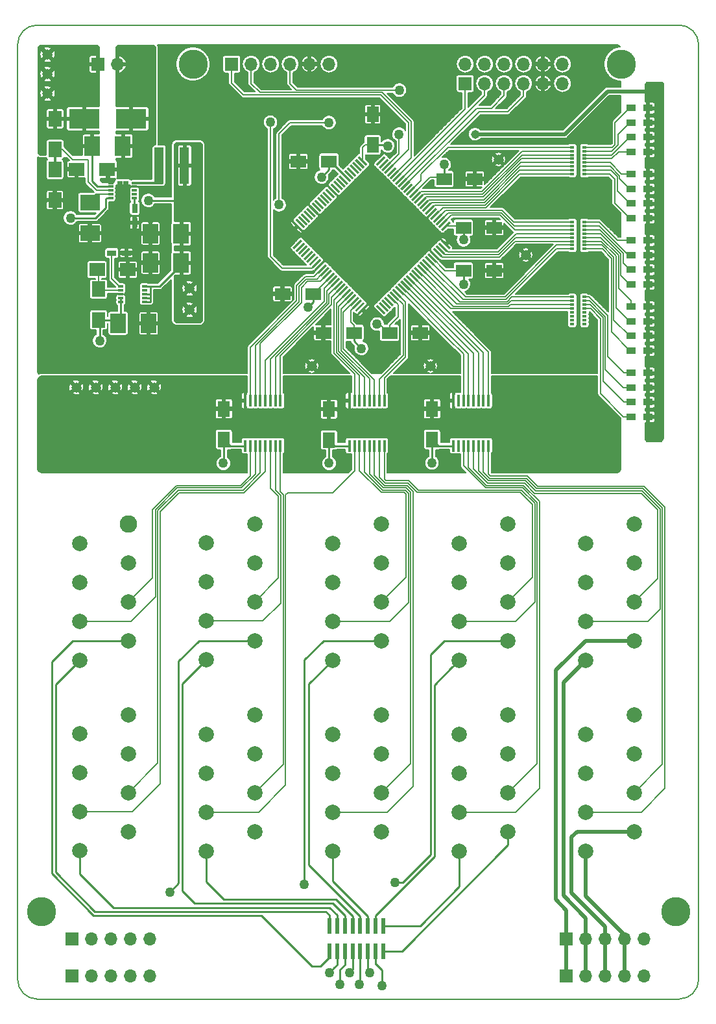
<source format=gtl>
G04 #@! TF.FileFunction,Copper,L1,Top,Signal*
%FSLAX45Y45*%
G04 Gerber Fmt 4.5, Leading zero omitted, Abs format (unit mm)*
G04 Created by KiCad (PCBNEW 4.0.7) date Friday, April 27, 2018 'PMt' 02:11:07 PM*
%MOMM*%
%LPD*%
G01*
G04 APERTURE LIST*
%ADD10C,0.100000*%
%ADD11C,0.150000*%
%ADD12C,2.000000*%
%ADD13C,1.320800*%
%ADD14C,3.810000*%
%ADD15C,1.143000*%
%ADD16C,2.286000*%
%ADD17R,2.000000X1.600000*%
%ADD18R,1.600000X2.000000*%
%ADD19R,2.000000X2.500000*%
%ADD20R,2.500000X2.000000*%
%ADD21R,0.750000X1.200000*%
%ADD22R,1.200000X0.750000*%
%ADD23R,4.000000X2.500000*%
%ADD24R,1.200000X0.900000*%
%ADD25R,1.700000X2.000000*%
%ADD26R,2.000000X1.700000*%
%ADD27R,0.450000X1.500000*%
%ADD28R,0.650000X0.300000*%
%ADD29R,0.775000X1.240000*%
%ADD30R,1.700000X1.700000*%
%ADD31O,1.700000X1.700000*%
%ADD32R,0.600000X0.350000*%
%ADD33R,1.200000X4.700000*%
%ADD34R,0.500000X2.000000*%
%ADD35C,1.270000*%
%ADD36C,0.254000*%
%ADD37C,0.152400*%
%ADD38C,0.508000*%
%ADD39C,0.304800*%
G04 APERTURE END LIST*
D10*
D11*
X25323800Y-8585200D02*
G75*
G03X25069800Y-8331200I-254000J0D01*
G01*
X16687800Y-8331200D02*
G75*
G03X16433800Y-8585200I0J-254000D01*
G01*
X16433800Y-20777200D02*
G75*
G03X16687800Y-21031200I254000J0D01*
G01*
X25069800Y-21031200D02*
G75*
G03X25323800Y-20777200I0J254000D01*
G01*
X16687800Y-8331200D02*
X25069800Y-8331200D01*
X16433800Y-20777200D02*
X16433800Y-8585200D01*
X25069800Y-21031200D02*
X16687800Y-21031200D01*
X25323800Y-8585200D02*
X25323800Y-20777200D01*
D12*
X22199600Y-17576800D03*
X22199600Y-18084800D03*
X22199600Y-18592800D03*
X22199600Y-19100800D03*
X20548600Y-15087600D03*
X20548600Y-15595600D03*
X20548600Y-16103600D03*
X20548600Y-16611600D03*
D13*
X16818000Y-9220200D03*
X16818000Y-8966200D03*
X16818000Y-8712200D03*
X22710800Y-10083800D03*
X23066400Y-11328400D03*
X21821800Y-12776200D03*
X21821800Y-12776200D03*
X20272400Y-12776200D03*
X18215000Y-13055600D03*
X17961000Y-13055600D03*
X17707000Y-13055600D03*
X17453000Y-13055600D03*
X17199000Y-13055600D03*
X18672200Y-12039600D03*
D14*
X16741800Y-19888200D03*
X25022200Y-19888200D03*
X24311000Y-8839200D03*
X18723000Y-8839200D03*
D15*
X22406000Y-9753600D03*
D13*
X18672200Y-11760200D03*
D12*
X19532600Y-17322800D03*
X19532600Y-17830800D03*
X19532600Y-18338800D03*
X19532600Y-18846800D03*
X18897600Y-17576800D03*
X18897600Y-18084800D03*
X18897600Y-18592800D03*
X18897600Y-19100800D03*
X17881600Y-17322800D03*
X17881600Y-17830800D03*
X17881600Y-18338800D03*
X17881600Y-18846800D03*
X17246600Y-17572131D03*
X17246600Y-18080131D03*
X17246600Y-18588131D03*
X17246600Y-19096131D03*
D16*
X17881600Y-14833600D03*
D12*
X17881600Y-15341600D03*
X17881600Y-15849600D03*
X17881600Y-16357600D03*
X17246600Y-15087600D03*
X17246600Y-15595600D03*
X17246600Y-16103600D03*
X17246600Y-16611600D03*
X19532600Y-14833600D03*
X19532600Y-15341600D03*
X19532600Y-15849600D03*
X19532600Y-16357600D03*
D17*
X22253600Y-10972800D03*
X22653600Y-10972800D03*
X20497800Y-10109200D03*
X20097800Y-10109200D03*
D18*
X21069300Y-9893300D03*
X21069300Y-9493300D03*
D17*
X21999600Y-10337800D03*
X22399600Y-10337800D03*
X20291400Y-11836400D03*
X19891400Y-11836400D03*
D18*
X19126200Y-13735000D03*
X19126200Y-13335000D03*
D19*
X17405400Y-9906000D03*
X17805400Y-9906000D03*
D20*
X17376800Y-10645800D03*
X17376800Y-11045800D03*
D21*
X17961000Y-10718800D03*
X17961000Y-10908800D03*
D19*
X18567400Y-11049000D03*
X18167400Y-11049000D03*
D17*
X22253600Y-11531600D03*
X22653600Y-11531600D03*
X20824800Y-12344400D03*
X20424800Y-12344400D03*
D18*
X20497800Y-13741400D03*
X20497800Y-13341400D03*
D17*
X21288400Y-12344400D03*
X21688400Y-12344400D03*
D19*
X18566901Y-11430000D03*
X18166901Y-11430000D03*
D22*
X17662800Y-11303000D03*
X17852800Y-11303000D03*
D19*
X17744601Y-12219821D03*
X18144601Y-12219821D03*
D18*
X21844000Y-13735000D03*
X21844000Y-13335000D03*
D23*
X17300400Y-9550400D03*
X17910400Y-9550400D03*
D24*
X24439100Y-9410700D03*
X24659100Y-9410700D03*
X24439100Y-9601200D03*
X24659100Y-9601200D03*
X24439100Y-9791700D03*
X24659100Y-9791700D03*
X24439100Y-9982200D03*
X24659100Y-9982200D03*
X24439100Y-10274300D03*
X24659100Y-10274300D03*
X24439100Y-10464800D03*
X24659100Y-10464800D03*
X24439100Y-10655300D03*
X24659100Y-10655300D03*
X24439100Y-10845800D03*
X24659100Y-10845800D03*
X24439100Y-11137900D03*
X24659100Y-11137900D03*
X24439100Y-11328400D03*
X24659100Y-11328400D03*
X24439100Y-11518900D03*
X24659100Y-11518900D03*
X24439100Y-11709400D03*
X24659100Y-11709400D03*
X24439100Y-12001500D03*
X24659100Y-12001500D03*
X24439100Y-12192000D03*
X24659100Y-12192000D03*
X24439100Y-12382500D03*
X24659100Y-12382500D03*
X24439100Y-12573000D03*
X24659100Y-12573000D03*
X24439100Y-12865100D03*
X24659100Y-12865100D03*
X24439100Y-13055600D03*
X24659100Y-13055600D03*
X24439100Y-13246100D03*
X24659100Y-13246100D03*
X24439100Y-13436600D03*
X24659100Y-13436600D03*
D25*
X16919600Y-9950400D03*
X16919600Y-9550400D03*
X16919600Y-10614000D03*
X16919600Y-10214000D03*
X17490601Y-11775321D03*
X17490601Y-12175321D03*
D26*
X17871601Y-11521321D03*
X17471601Y-11521321D03*
D12*
X18897600Y-15086781D03*
X18897600Y-15594781D03*
X18897600Y-16102781D03*
X18897600Y-16610781D03*
X21183600Y-14833600D03*
X21183600Y-15341600D03*
X21183600Y-15849600D03*
X21183600Y-16357600D03*
X21183600Y-17322800D03*
X21183600Y-17830800D03*
X21183600Y-18338800D03*
X21183600Y-18846800D03*
X20548600Y-17576800D03*
X20548600Y-18084800D03*
X20548600Y-18592800D03*
X20548600Y-19100800D03*
X22834600Y-14833600D03*
X22834600Y-15341600D03*
X22834600Y-15849600D03*
X22834600Y-16357600D03*
X22199600Y-15087600D03*
X22199600Y-15595600D03*
X22199600Y-16103600D03*
X22199600Y-16611600D03*
X22834600Y-17322800D03*
X22834600Y-17830800D03*
X22834600Y-18338800D03*
X22834600Y-18846800D03*
X24485600Y-14833600D03*
X24485600Y-15341600D03*
X24485600Y-15849600D03*
X24485600Y-16357600D03*
X23850600Y-15087600D03*
X23850600Y-15595600D03*
X23850600Y-16103600D03*
X23850600Y-16611600D03*
X24485600Y-17322800D03*
X24485600Y-17830800D03*
X24485600Y-18338800D03*
X24485600Y-18846800D03*
X23850600Y-17576800D03*
X23850600Y-18084800D03*
X23850600Y-18592800D03*
X23850600Y-19100800D03*
D27*
X19862800Y-13227600D03*
X19797800Y-13227600D03*
X19732800Y-13227600D03*
X19667800Y-13227600D03*
X19602800Y-13227600D03*
X19537800Y-13227600D03*
X19472800Y-13227600D03*
X19407800Y-13227600D03*
X19407800Y-13817600D03*
X19472800Y-13817600D03*
X19537800Y-13817600D03*
X19602800Y-13817600D03*
X19667800Y-13817600D03*
X19732800Y-13817600D03*
X19797800Y-13817600D03*
X19862800Y-13817600D03*
D28*
X17649750Y-10388700D03*
X17649750Y-10438700D03*
X17649750Y-10488700D03*
X17649750Y-10538700D03*
X17649750Y-10588700D03*
X17959750Y-10588700D03*
X17959750Y-10538700D03*
X17959750Y-10488700D03*
X17959750Y-10438700D03*
X17959750Y-10388700D03*
D29*
X17843500Y-10550700D03*
X17843500Y-10426700D03*
X17766000Y-10550700D03*
X17766000Y-10426700D03*
D10*
G36*
X21240648Y-12082963D02*
X21219435Y-12104176D01*
X21113369Y-11998110D01*
X21134582Y-11976897D01*
X21240648Y-12082963D01*
X21240648Y-12082963D01*
G37*
G36*
X21276003Y-12047607D02*
X21254790Y-12068821D01*
X21148724Y-11962755D01*
X21169937Y-11941541D01*
X21276003Y-12047607D01*
X21276003Y-12047607D01*
G37*
G36*
X21311358Y-12012252D02*
X21290145Y-12033465D01*
X21184079Y-11927399D01*
X21205292Y-11906186D01*
X21311358Y-12012252D01*
X21311358Y-12012252D01*
G37*
G36*
X21346714Y-11976897D02*
X21325501Y-11998110D01*
X21219435Y-11892044D01*
X21240648Y-11870831D01*
X21346714Y-11976897D01*
X21346714Y-11976897D01*
G37*
G36*
X21382069Y-11941541D02*
X21360856Y-11962754D01*
X21254790Y-11856688D01*
X21276003Y-11835475D01*
X21382069Y-11941541D01*
X21382069Y-11941541D01*
G37*
G36*
X21417424Y-11906186D02*
X21396211Y-11927399D01*
X21290145Y-11821333D01*
X21311358Y-11800120D01*
X21417424Y-11906186D01*
X21417424Y-11906186D01*
G37*
G36*
X21452780Y-11870831D02*
X21431567Y-11892044D01*
X21325501Y-11785978D01*
X21346714Y-11764765D01*
X21452780Y-11870831D01*
X21452780Y-11870831D01*
G37*
G36*
X21488135Y-11835475D02*
X21466922Y-11856688D01*
X21360856Y-11750622D01*
X21382069Y-11729409D01*
X21488135Y-11835475D01*
X21488135Y-11835475D01*
G37*
G36*
X21523491Y-11800120D02*
X21502277Y-11821333D01*
X21396211Y-11715267D01*
X21417425Y-11694054D01*
X21523491Y-11800120D01*
X21523491Y-11800120D01*
G37*
G36*
X21558846Y-11764765D02*
X21537633Y-11785978D01*
X21431567Y-11679912D01*
X21452780Y-11658699D01*
X21558846Y-11764765D01*
X21558846Y-11764765D01*
G37*
G36*
X21594201Y-11729409D02*
X21572988Y-11750622D01*
X21466922Y-11644556D01*
X21488135Y-11623343D01*
X21594201Y-11729409D01*
X21594201Y-11729409D01*
G37*
G36*
X21629557Y-11694054D02*
X21608343Y-11715267D01*
X21502277Y-11609201D01*
X21523491Y-11587988D01*
X21629557Y-11694054D01*
X21629557Y-11694054D01*
G37*
G36*
X21664912Y-11658699D02*
X21643699Y-11679912D01*
X21537633Y-11573846D01*
X21558846Y-11552633D01*
X21664912Y-11658699D01*
X21664912Y-11658699D01*
G37*
G36*
X21700267Y-11623343D02*
X21679054Y-11644556D01*
X21572988Y-11538490D01*
X21594201Y-11517277D01*
X21700267Y-11623343D01*
X21700267Y-11623343D01*
G37*
G36*
X21735623Y-11587988D02*
X21714409Y-11609201D01*
X21608343Y-11503135D01*
X21629557Y-11481922D01*
X21735623Y-11587988D01*
X21735623Y-11587988D01*
G37*
G36*
X21770978Y-11552633D02*
X21749765Y-11573846D01*
X21643699Y-11467780D01*
X21664912Y-11446567D01*
X21770978Y-11552633D01*
X21770978Y-11552633D01*
G37*
G36*
X21806333Y-11517277D02*
X21785120Y-11538490D01*
X21679054Y-11432424D01*
X21700267Y-11411211D01*
X21806333Y-11517277D01*
X21806333Y-11517277D01*
G37*
G36*
X21841689Y-11481922D02*
X21820475Y-11503135D01*
X21714409Y-11397069D01*
X21735623Y-11375856D01*
X21841689Y-11481922D01*
X21841689Y-11481922D01*
G37*
G36*
X21877044Y-11446567D02*
X21855831Y-11467780D01*
X21749765Y-11361714D01*
X21770978Y-11340501D01*
X21877044Y-11446567D01*
X21877044Y-11446567D01*
G37*
G36*
X21912399Y-11411211D02*
X21891186Y-11432424D01*
X21785120Y-11326358D01*
X21806333Y-11305145D01*
X21912399Y-11411211D01*
X21912399Y-11411211D01*
G37*
G36*
X21947755Y-11375856D02*
X21926541Y-11397069D01*
X21820475Y-11291003D01*
X21841689Y-11269790D01*
X21947755Y-11375856D01*
X21947755Y-11375856D01*
G37*
G36*
X21983110Y-11340501D02*
X21961897Y-11361714D01*
X21855831Y-11255648D01*
X21877044Y-11234435D01*
X21983110Y-11340501D01*
X21983110Y-11340501D01*
G37*
G36*
X22018465Y-11305145D02*
X21997252Y-11326358D01*
X21891186Y-11220292D01*
X21912399Y-11199079D01*
X22018465Y-11305145D01*
X22018465Y-11305145D01*
G37*
G36*
X22053821Y-11269790D02*
X22032607Y-11291003D01*
X21926541Y-11184937D01*
X21947755Y-11163724D01*
X22053821Y-11269790D01*
X22053821Y-11269790D01*
G37*
G36*
X22089176Y-11234435D02*
X22067963Y-11255648D01*
X21961897Y-11149582D01*
X21983110Y-11128369D01*
X22089176Y-11234435D01*
X22089176Y-11234435D01*
G37*
G36*
X22067963Y-10887952D02*
X22089176Y-10909165D01*
X21983110Y-11015231D01*
X21961897Y-10994018D01*
X22067963Y-10887952D01*
X22067963Y-10887952D01*
G37*
G36*
X22032607Y-10852597D02*
X22053821Y-10873810D01*
X21947755Y-10979876D01*
X21926541Y-10958663D01*
X22032607Y-10852597D01*
X22032607Y-10852597D01*
G37*
G36*
X21997252Y-10817242D02*
X22018465Y-10838455D01*
X21912399Y-10944521D01*
X21891186Y-10923308D01*
X21997252Y-10817242D01*
X21997252Y-10817242D01*
G37*
G36*
X21961897Y-10781886D02*
X21983110Y-10803099D01*
X21877044Y-10909165D01*
X21855831Y-10887952D01*
X21961897Y-10781886D01*
X21961897Y-10781886D01*
G37*
G36*
X21926541Y-10746531D02*
X21947755Y-10767744D01*
X21841689Y-10873810D01*
X21820475Y-10852597D01*
X21926541Y-10746531D01*
X21926541Y-10746531D01*
G37*
G36*
X21891186Y-10711176D02*
X21912399Y-10732389D01*
X21806333Y-10838455D01*
X21785120Y-10817242D01*
X21891186Y-10711176D01*
X21891186Y-10711176D01*
G37*
G36*
X21855831Y-10675820D02*
X21877044Y-10697033D01*
X21770978Y-10803099D01*
X21749765Y-10781886D01*
X21855831Y-10675820D01*
X21855831Y-10675820D01*
G37*
G36*
X21820475Y-10640465D02*
X21841689Y-10661678D01*
X21735623Y-10767744D01*
X21714409Y-10746531D01*
X21820475Y-10640465D01*
X21820475Y-10640465D01*
G37*
G36*
X21785120Y-10605110D02*
X21806333Y-10626323D01*
X21700267Y-10732389D01*
X21679054Y-10711176D01*
X21785120Y-10605110D01*
X21785120Y-10605110D01*
G37*
G36*
X21749765Y-10569754D02*
X21770978Y-10590967D01*
X21664912Y-10697033D01*
X21643699Y-10675820D01*
X21749765Y-10569754D01*
X21749765Y-10569754D01*
G37*
G36*
X21714409Y-10534399D02*
X21735623Y-10555612D01*
X21629557Y-10661678D01*
X21608343Y-10640465D01*
X21714409Y-10534399D01*
X21714409Y-10534399D01*
G37*
G36*
X21679054Y-10499044D02*
X21700267Y-10520257D01*
X21594201Y-10626323D01*
X21572988Y-10605110D01*
X21679054Y-10499044D01*
X21679054Y-10499044D01*
G37*
G36*
X21643699Y-10463688D02*
X21664912Y-10484901D01*
X21558846Y-10590967D01*
X21537633Y-10569754D01*
X21643699Y-10463688D01*
X21643699Y-10463688D01*
G37*
G36*
X21608343Y-10428333D02*
X21629557Y-10449546D01*
X21523491Y-10555612D01*
X21502277Y-10534399D01*
X21608343Y-10428333D01*
X21608343Y-10428333D01*
G37*
G36*
X21572988Y-10392978D02*
X21594201Y-10414191D01*
X21488135Y-10520257D01*
X21466922Y-10499044D01*
X21572988Y-10392978D01*
X21572988Y-10392978D01*
G37*
G36*
X21537633Y-10357622D02*
X21558846Y-10378835D01*
X21452780Y-10484901D01*
X21431567Y-10463688D01*
X21537633Y-10357622D01*
X21537633Y-10357622D01*
G37*
G36*
X21502277Y-10322267D02*
X21523491Y-10343480D01*
X21417425Y-10449546D01*
X21396211Y-10428333D01*
X21502277Y-10322267D01*
X21502277Y-10322267D01*
G37*
G36*
X21466922Y-10286912D02*
X21488135Y-10308125D01*
X21382069Y-10414191D01*
X21360856Y-10392978D01*
X21466922Y-10286912D01*
X21466922Y-10286912D01*
G37*
G36*
X21431567Y-10251556D02*
X21452780Y-10272769D01*
X21346714Y-10378835D01*
X21325501Y-10357622D01*
X21431567Y-10251556D01*
X21431567Y-10251556D01*
G37*
G36*
X21396211Y-10216201D02*
X21417424Y-10237414D01*
X21311358Y-10343480D01*
X21290145Y-10322267D01*
X21396211Y-10216201D01*
X21396211Y-10216201D01*
G37*
G36*
X21360856Y-10180846D02*
X21382069Y-10202059D01*
X21276003Y-10308125D01*
X21254790Y-10286912D01*
X21360856Y-10180846D01*
X21360856Y-10180846D01*
G37*
G36*
X21325501Y-10145490D02*
X21346714Y-10166703D01*
X21240648Y-10272769D01*
X21219435Y-10251556D01*
X21325501Y-10145490D01*
X21325501Y-10145490D01*
G37*
G36*
X21290145Y-10110135D02*
X21311358Y-10131348D01*
X21205292Y-10237414D01*
X21184079Y-10216201D01*
X21290145Y-10110135D01*
X21290145Y-10110135D01*
G37*
G36*
X21254790Y-10074779D02*
X21276003Y-10095993D01*
X21169937Y-10202059D01*
X21148724Y-10180845D01*
X21254790Y-10074779D01*
X21254790Y-10074779D01*
G37*
G36*
X21219435Y-10039424D02*
X21240648Y-10060637D01*
X21134582Y-10166703D01*
X21113369Y-10145490D01*
X21219435Y-10039424D01*
X21219435Y-10039424D01*
G37*
G36*
X21000231Y-10145490D02*
X20979018Y-10166703D01*
X20872952Y-10060637D01*
X20894165Y-10039424D01*
X21000231Y-10145490D01*
X21000231Y-10145490D01*
G37*
G36*
X20964876Y-10180845D02*
X20943663Y-10202059D01*
X20837597Y-10095993D01*
X20858810Y-10074779D01*
X20964876Y-10180845D01*
X20964876Y-10180845D01*
G37*
G36*
X20929521Y-10216201D02*
X20908308Y-10237414D01*
X20802242Y-10131348D01*
X20823455Y-10110135D01*
X20929521Y-10216201D01*
X20929521Y-10216201D01*
G37*
G36*
X20894165Y-10251556D02*
X20872952Y-10272769D01*
X20766886Y-10166703D01*
X20788099Y-10145490D01*
X20894165Y-10251556D01*
X20894165Y-10251556D01*
G37*
G36*
X20858810Y-10286912D02*
X20837597Y-10308125D01*
X20731531Y-10202059D01*
X20752744Y-10180846D01*
X20858810Y-10286912D01*
X20858810Y-10286912D01*
G37*
G36*
X20823455Y-10322267D02*
X20802242Y-10343480D01*
X20696176Y-10237414D01*
X20717389Y-10216201D01*
X20823455Y-10322267D01*
X20823455Y-10322267D01*
G37*
G36*
X20788099Y-10357622D02*
X20766886Y-10378835D01*
X20660820Y-10272769D01*
X20682033Y-10251556D01*
X20788099Y-10357622D01*
X20788099Y-10357622D01*
G37*
G36*
X20752744Y-10392978D02*
X20731531Y-10414191D01*
X20625465Y-10308125D01*
X20646678Y-10286912D01*
X20752744Y-10392978D01*
X20752744Y-10392978D01*
G37*
G36*
X20717389Y-10428333D02*
X20696176Y-10449546D01*
X20590110Y-10343480D01*
X20611323Y-10322267D01*
X20717389Y-10428333D01*
X20717389Y-10428333D01*
G37*
G36*
X20682033Y-10463688D02*
X20660820Y-10484901D01*
X20554754Y-10378835D01*
X20575967Y-10357622D01*
X20682033Y-10463688D01*
X20682033Y-10463688D01*
G37*
G36*
X20646678Y-10499044D02*
X20625465Y-10520257D01*
X20519399Y-10414191D01*
X20540612Y-10392978D01*
X20646678Y-10499044D01*
X20646678Y-10499044D01*
G37*
G36*
X20611323Y-10534399D02*
X20590110Y-10555612D01*
X20484044Y-10449546D01*
X20505257Y-10428333D01*
X20611323Y-10534399D01*
X20611323Y-10534399D01*
G37*
G36*
X20575967Y-10569754D02*
X20554754Y-10590967D01*
X20448688Y-10484901D01*
X20469901Y-10463688D01*
X20575967Y-10569754D01*
X20575967Y-10569754D01*
G37*
G36*
X20540612Y-10605110D02*
X20519399Y-10626323D01*
X20413333Y-10520257D01*
X20434546Y-10499044D01*
X20540612Y-10605110D01*
X20540612Y-10605110D01*
G37*
G36*
X20505257Y-10640465D02*
X20484044Y-10661678D01*
X20377978Y-10555612D01*
X20399191Y-10534399D01*
X20505257Y-10640465D01*
X20505257Y-10640465D01*
G37*
G36*
X20469901Y-10675820D02*
X20448688Y-10697033D01*
X20342622Y-10590967D01*
X20363835Y-10569754D01*
X20469901Y-10675820D01*
X20469901Y-10675820D01*
G37*
G36*
X20434546Y-10711176D02*
X20413333Y-10732389D01*
X20307267Y-10626323D01*
X20328480Y-10605110D01*
X20434546Y-10711176D01*
X20434546Y-10711176D01*
G37*
G36*
X20399191Y-10746531D02*
X20377978Y-10767744D01*
X20271912Y-10661678D01*
X20293125Y-10640465D01*
X20399191Y-10746531D01*
X20399191Y-10746531D01*
G37*
G36*
X20363835Y-10781886D02*
X20342622Y-10803099D01*
X20236556Y-10697033D01*
X20257769Y-10675820D01*
X20363835Y-10781886D01*
X20363835Y-10781886D01*
G37*
G36*
X20328480Y-10817242D02*
X20307267Y-10838455D01*
X20201201Y-10732389D01*
X20222414Y-10711176D01*
X20328480Y-10817242D01*
X20328480Y-10817242D01*
G37*
G36*
X20293125Y-10852597D02*
X20271912Y-10873810D01*
X20165846Y-10767744D01*
X20187059Y-10746531D01*
X20293125Y-10852597D01*
X20293125Y-10852597D01*
G37*
G36*
X20257769Y-10887952D02*
X20236556Y-10909165D01*
X20130490Y-10803099D01*
X20151703Y-10781886D01*
X20257769Y-10887952D01*
X20257769Y-10887952D01*
G37*
G36*
X20222414Y-10923308D02*
X20201201Y-10944521D01*
X20095135Y-10838455D01*
X20116348Y-10817242D01*
X20222414Y-10923308D01*
X20222414Y-10923308D01*
G37*
G36*
X20187059Y-10958663D02*
X20165845Y-10979876D01*
X20059779Y-10873810D01*
X20080993Y-10852597D01*
X20187059Y-10958663D01*
X20187059Y-10958663D01*
G37*
G36*
X20151703Y-10994018D02*
X20130490Y-11015231D01*
X20024424Y-10909165D01*
X20045637Y-10887952D01*
X20151703Y-10994018D01*
X20151703Y-10994018D01*
G37*
G36*
X20130490Y-11128369D02*
X20151703Y-11149582D01*
X20045637Y-11255648D01*
X20024424Y-11234435D01*
X20130490Y-11128369D01*
X20130490Y-11128369D01*
G37*
G36*
X20165845Y-11163724D02*
X20187059Y-11184937D01*
X20080993Y-11291003D01*
X20059779Y-11269790D01*
X20165845Y-11163724D01*
X20165845Y-11163724D01*
G37*
G36*
X20201201Y-11199079D02*
X20222414Y-11220292D01*
X20116348Y-11326358D01*
X20095135Y-11305145D01*
X20201201Y-11199079D01*
X20201201Y-11199079D01*
G37*
G36*
X20236556Y-11234435D02*
X20257769Y-11255648D01*
X20151703Y-11361714D01*
X20130490Y-11340501D01*
X20236556Y-11234435D01*
X20236556Y-11234435D01*
G37*
G36*
X20271912Y-11269790D02*
X20293125Y-11291003D01*
X20187059Y-11397069D01*
X20165846Y-11375856D01*
X20271912Y-11269790D01*
X20271912Y-11269790D01*
G37*
G36*
X20307267Y-11305145D02*
X20328480Y-11326358D01*
X20222414Y-11432424D01*
X20201201Y-11411211D01*
X20307267Y-11305145D01*
X20307267Y-11305145D01*
G37*
G36*
X20342622Y-11340501D02*
X20363835Y-11361714D01*
X20257769Y-11467780D01*
X20236556Y-11446567D01*
X20342622Y-11340501D01*
X20342622Y-11340501D01*
G37*
G36*
X20377978Y-11375856D02*
X20399191Y-11397069D01*
X20293125Y-11503135D01*
X20271912Y-11481922D01*
X20377978Y-11375856D01*
X20377978Y-11375856D01*
G37*
G36*
X20413333Y-11411211D02*
X20434546Y-11432424D01*
X20328480Y-11538490D01*
X20307267Y-11517277D01*
X20413333Y-11411211D01*
X20413333Y-11411211D01*
G37*
G36*
X20448688Y-11446567D02*
X20469901Y-11467780D01*
X20363835Y-11573846D01*
X20342622Y-11552633D01*
X20448688Y-11446567D01*
X20448688Y-11446567D01*
G37*
G36*
X20484044Y-11481922D02*
X20505257Y-11503135D01*
X20399191Y-11609201D01*
X20377978Y-11587988D01*
X20484044Y-11481922D01*
X20484044Y-11481922D01*
G37*
G36*
X20519399Y-11517277D02*
X20540612Y-11538490D01*
X20434546Y-11644556D01*
X20413333Y-11623343D01*
X20519399Y-11517277D01*
X20519399Y-11517277D01*
G37*
G36*
X20554754Y-11552633D02*
X20575967Y-11573846D01*
X20469901Y-11679912D01*
X20448688Y-11658699D01*
X20554754Y-11552633D01*
X20554754Y-11552633D01*
G37*
G36*
X20590110Y-11587988D02*
X20611323Y-11609201D01*
X20505257Y-11715267D01*
X20484044Y-11694054D01*
X20590110Y-11587988D01*
X20590110Y-11587988D01*
G37*
G36*
X20625465Y-11623343D02*
X20646678Y-11644556D01*
X20540612Y-11750622D01*
X20519399Y-11729409D01*
X20625465Y-11623343D01*
X20625465Y-11623343D01*
G37*
G36*
X20660820Y-11658699D02*
X20682033Y-11679912D01*
X20575967Y-11785978D01*
X20554754Y-11764765D01*
X20660820Y-11658699D01*
X20660820Y-11658699D01*
G37*
G36*
X20696176Y-11694054D02*
X20717389Y-11715267D01*
X20611323Y-11821333D01*
X20590110Y-11800120D01*
X20696176Y-11694054D01*
X20696176Y-11694054D01*
G37*
G36*
X20731531Y-11729409D02*
X20752744Y-11750622D01*
X20646678Y-11856688D01*
X20625465Y-11835475D01*
X20731531Y-11729409D01*
X20731531Y-11729409D01*
G37*
G36*
X20766886Y-11764765D02*
X20788099Y-11785978D01*
X20682033Y-11892044D01*
X20660820Y-11870831D01*
X20766886Y-11764765D01*
X20766886Y-11764765D01*
G37*
G36*
X20802242Y-11800120D02*
X20823455Y-11821333D01*
X20717389Y-11927399D01*
X20696176Y-11906186D01*
X20802242Y-11800120D01*
X20802242Y-11800120D01*
G37*
G36*
X20837597Y-11835475D02*
X20858810Y-11856688D01*
X20752744Y-11962754D01*
X20731531Y-11941541D01*
X20837597Y-11835475D01*
X20837597Y-11835475D01*
G37*
G36*
X20872952Y-11870831D02*
X20894165Y-11892044D01*
X20788099Y-11998110D01*
X20766886Y-11976897D01*
X20872952Y-11870831D01*
X20872952Y-11870831D01*
G37*
G36*
X20908308Y-11906186D02*
X20929521Y-11927399D01*
X20823455Y-12033465D01*
X20802242Y-12012252D01*
X20908308Y-11906186D01*
X20908308Y-11906186D01*
G37*
G36*
X20943663Y-11941541D02*
X20964876Y-11962755D01*
X20858810Y-12068821D01*
X20837597Y-12047607D01*
X20943663Y-11941541D01*
X20943663Y-11941541D01*
G37*
G36*
X20979018Y-11976897D02*
X21000231Y-11998110D01*
X20894165Y-12104176D01*
X20872952Y-12082963D01*
X20979018Y-11976897D01*
X20979018Y-11976897D01*
G37*
D27*
X21221150Y-13227600D03*
X21156150Y-13227600D03*
X21091150Y-13227600D03*
X21026150Y-13227600D03*
X20961150Y-13227600D03*
X20896150Y-13227600D03*
X20831150Y-13227600D03*
X20766150Y-13227600D03*
X20766150Y-13817600D03*
X20831150Y-13817600D03*
X20896150Y-13817600D03*
X20961150Y-13817600D03*
X21026150Y-13817600D03*
X21091150Y-13817600D03*
X21156150Y-13817600D03*
X21221150Y-13817600D03*
X22579500Y-13227600D03*
X22514500Y-13227600D03*
X22449500Y-13227600D03*
X22384500Y-13227600D03*
X22319500Y-13227600D03*
X22254500Y-13227600D03*
X22189500Y-13227600D03*
X22124500Y-13227600D03*
X22124500Y-13817600D03*
X22189500Y-13817600D03*
X22254500Y-13817600D03*
X22319500Y-13817600D03*
X22384500Y-13817600D03*
X22449500Y-13817600D03*
X22514500Y-13817600D03*
X22579500Y-13817600D03*
D28*
X18090101Y-11938821D03*
X18090101Y-11888821D03*
X18090101Y-11838821D03*
X18090101Y-11788821D03*
X18090101Y-11738821D03*
X17780101Y-11738821D03*
X17780101Y-11788821D03*
X17780101Y-11838821D03*
X17780101Y-11888821D03*
X17780101Y-11938821D03*
D29*
X17896351Y-11776821D03*
X17896351Y-11900821D03*
X17973851Y-11776821D03*
X17973851Y-11900821D03*
D30*
X17478400Y-8839200D03*
D31*
X17732400Y-8839200D03*
D30*
X19227800Y-8839200D03*
D31*
X19481800Y-8839200D03*
X19735800Y-8839200D03*
X19989800Y-8839200D03*
X20243800Y-8839200D03*
X20497800Y-8839200D03*
D30*
X17139509Y-20726400D03*
D31*
X17393509Y-20726400D03*
X17647509Y-20726400D03*
X17901509Y-20726400D03*
X18155509Y-20726400D03*
D30*
X17145000Y-20243800D03*
D31*
X17399000Y-20243800D03*
X17653000Y-20243800D03*
X17907000Y-20243800D03*
X18161000Y-20243800D03*
D30*
X23596600Y-20726400D03*
D31*
X23850600Y-20726400D03*
X24104600Y-20726400D03*
X24358600Y-20726400D03*
X24612600Y-20726400D03*
D30*
X23596600Y-20243800D03*
D31*
X23850600Y-20243800D03*
X24104600Y-20243800D03*
X24358600Y-20243800D03*
X24612600Y-20243800D03*
D30*
X22275800Y-9093200D03*
D31*
X22275800Y-8839200D03*
X22529800Y-9093200D03*
X22529800Y-8839200D03*
X22783800Y-9093200D03*
X22783800Y-8839200D03*
X23037800Y-9093200D03*
X23037800Y-8839200D03*
X23291800Y-9093200D03*
X23291800Y-8839200D03*
X23545800Y-9093200D03*
X23545800Y-8839200D03*
D32*
X23832800Y-9924300D03*
X23672800Y-9924300D03*
X23832800Y-9974300D03*
X23672800Y-9974300D03*
X23832800Y-10024300D03*
X23672800Y-10024300D03*
X23832800Y-10074300D03*
X23672800Y-10074300D03*
X23832800Y-10124300D03*
X23672800Y-10124300D03*
X23832800Y-10174300D03*
X23672800Y-10174300D03*
X23832800Y-10224300D03*
X23672800Y-10224300D03*
X23832800Y-10274300D03*
X23672800Y-10274300D03*
X23832800Y-10900800D03*
X23672800Y-10900800D03*
X23832800Y-10950800D03*
X23672800Y-10950800D03*
X23832800Y-11000800D03*
X23672800Y-11000800D03*
X23832800Y-11050800D03*
X23672800Y-11050800D03*
X23832800Y-11100800D03*
X23672800Y-11100800D03*
X23832800Y-11150800D03*
X23672800Y-11150800D03*
X23832800Y-11200800D03*
X23672800Y-11200800D03*
X23832800Y-11250800D03*
X23672800Y-11250800D03*
X23832800Y-11877300D03*
X23672800Y-11877300D03*
X23832800Y-11927300D03*
X23672800Y-11927300D03*
X23832800Y-11977300D03*
X23672800Y-11977300D03*
X23832800Y-12027300D03*
X23672800Y-12027300D03*
X23832800Y-12077300D03*
X23672800Y-12077300D03*
X23832800Y-12127300D03*
X23672800Y-12127300D03*
X23832800Y-12177300D03*
X23672800Y-12177300D03*
X23832800Y-12227300D03*
X23672800Y-12227300D03*
D33*
X18278100Y-10160000D03*
X18609100Y-10160000D03*
D26*
X17202200Y-10210800D03*
X17602200Y-10210800D03*
D34*
X20506600Y-20408800D03*
X20506600Y-20078800D03*
X20606600Y-20408800D03*
X20606600Y-20078800D03*
X20706600Y-20408800D03*
X20706600Y-20078800D03*
X20806600Y-20408800D03*
X20806600Y-20078800D03*
X20906600Y-20408800D03*
X20906600Y-20078800D03*
X21006600Y-20408800D03*
X21006600Y-20078800D03*
X21106600Y-20408800D03*
X21106600Y-20078800D03*
X21206600Y-20408800D03*
X21206600Y-20078800D03*
D35*
X22255345Y-11132000D03*
X17503800Y-12446000D03*
X20400000Y-10312400D03*
X18138800Y-10617200D03*
X17122800Y-10845800D03*
X22000346Y-10149479D03*
X22253600Y-11709400D03*
X21263000Y-9906000D03*
X20922600Y-12547600D03*
X20221600Y-12011600D03*
X21842842Y-14041579D03*
X20500198Y-14045076D03*
X19119092Y-14045076D03*
X21126253Y-12229664D03*
X19846211Y-10675007D03*
X20498528Y-9602738D03*
X21416251Y-9179485D03*
X21414411Y-9754987D03*
X19734794Y-9599254D03*
X20504395Y-20685080D03*
X20642535Y-20836171D03*
X18418200Y-19634200D03*
X20767725Y-20685080D03*
X20177031Y-19537446D03*
X20892914Y-20840488D03*
X21026738Y-20685080D03*
X21363416Y-19510891D03*
X21186800Y-20853400D03*
D36*
X22253600Y-10972800D02*
X22253600Y-11130256D01*
X22253600Y-11130256D02*
X22255345Y-11132000D01*
X17490601Y-12175321D02*
X17700101Y-12175321D01*
X17700101Y-12175321D02*
X17744601Y-12219821D01*
X17780101Y-11938821D02*
X17780101Y-12184321D01*
X17780101Y-12184321D02*
X17744601Y-12219821D01*
X17780101Y-11888821D02*
X17780101Y-11938821D01*
X17503800Y-12446000D02*
X17503800Y-12188521D01*
X17503800Y-12188521D02*
X17490601Y-12175321D01*
X20497800Y-10109200D02*
X20497800Y-10214600D01*
X20497800Y-10214600D02*
X20400000Y-10312400D01*
X20724460Y-10315196D02*
X20518464Y-10109200D01*
X20518464Y-10109200D02*
X20497800Y-10109200D01*
D37*
X22025536Y-10951592D02*
X22232392Y-10951592D01*
X22232392Y-10951592D02*
X22253600Y-10972800D01*
D38*
X24133200Y-9194800D02*
X24742800Y-9194800D01*
X23574400Y-9753600D02*
X24133200Y-9194800D01*
X22406000Y-9753600D02*
X23574400Y-9753600D01*
D36*
X18090101Y-11838821D02*
X18164200Y-11838821D01*
X18164200Y-11838821D02*
X18164200Y-11822622D01*
X18164200Y-11938000D02*
X18164200Y-11887200D01*
X18164200Y-11887200D02*
X18164200Y-11822622D01*
X18090101Y-11888821D02*
X18162579Y-11888821D01*
X18162579Y-11888821D02*
X18164200Y-11887200D01*
X18163379Y-11938821D02*
X18164200Y-11938000D01*
X18090101Y-11938821D02*
X18163379Y-11938821D01*
X18090101Y-11738821D02*
X18164200Y-11738821D01*
X18164200Y-11738821D02*
X18283079Y-11738821D01*
X18164200Y-11822622D02*
X18164200Y-11738821D01*
X18566901Y-11455000D02*
X18566901Y-11430000D01*
X18283079Y-11738821D02*
X18566901Y-11455000D01*
X18138800Y-10617200D02*
X18621400Y-10617200D01*
X17580000Y-10600550D02*
X17580000Y-10717892D01*
X17580000Y-10717892D02*
X17452092Y-10845800D01*
X17452092Y-10845800D02*
X17122800Y-10845800D01*
X17649750Y-10588700D02*
X17591850Y-10588700D01*
X17591850Y-10588700D02*
X17580000Y-10600550D01*
X22000346Y-10239281D02*
X22000346Y-10149479D01*
X22000346Y-10311655D02*
X22000346Y-10239281D01*
X21999600Y-10312400D02*
X22000346Y-10311655D01*
X22253600Y-11531600D02*
X22253600Y-11709400D01*
X21069300Y-9893300D02*
X21250300Y-9893300D01*
X21250300Y-9893300D02*
X21263000Y-9906000D01*
X20824800Y-12344400D02*
X20824800Y-12449800D01*
X20824800Y-12449800D02*
X20922600Y-12547600D01*
X20291400Y-11836400D02*
X20291400Y-11941800D01*
X20291400Y-11941800D02*
X20221600Y-12011600D01*
D37*
X20865881Y-11969826D02*
X20780224Y-12055483D01*
X20780224Y-12055483D02*
X20780224Y-12204584D01*
X20780224Y-12204584D02*
X20824800Y-12249160D01*
X20824800Y-12249160D02*
X20824800Y-12344400D01*
X20936592Y-10103064D02*
X20936592Y-9930768D01*
X20936592Y-9930768D02*
X20974060Y-9893300D01*
X20974060Y-9893300D02*
X21069300Y-9893300D01*
X21848760Y-11368785D02*
X22011575Y-11531600D01*
X22011575Y-11531600D02*
X22253600Y-11531600D01*
X21999600Y-10312400D02*
X21816200Y-10312400D01*
X21816200Y-10312400D02*
X21714600Y-10414000D01*
X21714600Y-10414000D02*
X21601272Y-10527328D01*
X20512328Y-11616272D02*
X20292200Y-11836400D01*
X20292200Y-11836400D02*
X20291400Y-11836400D01*
D36*
X17405400Y-9906000D02*
X17405400Y-10367405D01*
X17405400Y-10367405D02*
X17476695Y-10438700D01*
X17476695Y-10438700D02*
X17591850Y-10438700D01*
X17591850Y-10438700D02*
X17649750Y-10438700D01*
X21844000Y-14040421D02*
X21842842Y-14041579D01*
X21844000Y-13735000D02*
X21844000Y-14040421D01*
X20497800Y-14042678D02*
X20500198Y-14045076D01*
X20497800Y-13741400D02*
X20497800Y-14042678D01*
X19126200Y-14037968D02*
X19119092Y-14045076D01*
X19126200Y-13735000D02*
X19126200Y-14037968D01*
X22124500Y-13817600D02*
X21926600Y-13817600D01*
X21926600Y-13817600D02*
X21844000Y-13735000D01*
X20766150Y-13817600D02*
X20574000Y-13817600D01*
X20574000Y-13817600D02*
X20497800Y-13741400D01*
X19407800Y-13817600D02*
X19208800Y-13817600D01*
X19208800Y-13817600D02*
X19126200Y-13735000D01*
D37*
X17649750Y-10538700D02*
X17458500Y-10538700D01*
X17458500Y-10538700D02*
X17376800Y-10620400D01*
D36*
X17959750Y-10588700D02*
X17959750Y-10717550D01*
D37*
X17959750Y-10717550D02*
X17961000Y-10718800D01*
X21288400Y-12344400D02*
X21268400Y-12344400D01*
X21153664Y-12229664D02*
X21126253Y-12229664D01*
X21268400Y-12344400D02*
X21153664Y-12229664D01*
X19846211Y-10585204D02*
X19846211Y-10675007D01*
X19846211Y-9747989D02*
X19846211Y-10585204D01*
X19991462Y-9602738D02*
X19846211Y-9747989D01*
X20498528Y-9602738D02*
X19991462Y-9602738D01*
X21288400Y-12344400D02*
X21288400Y-12249160D01*
X21288400Y-12249160D02*
X21398776Y-12138784D01*
X21398776Y-12138784D02*
X21398776Y-11979461D01*
X21398776Y-11979461D02*
X21318430Y-11899115D01*
X17780101Y-11738821D02*
X17762601Y-11738821D01*
X17762601Y-11738821D02*
X17662800Y-11639021D01*
X17662800Y-11639021D02*
X17662800Y-11355740D01*
X17662800Y-11355740D02*
X17662800Y-11303000D01*
X23832800Y-9924300D02*
X24197762Y-9924300D01*
X24197762Y-9924300D02*
X24233192Y-9888870D01*
X24233192Y-9888870D02*
X24233192Y-9601200D01*
X24233192Y-9601200D02*
X24423692Y-9410700D01*
X24423692Y-9410700D02*
X24439100Y-9410700D01*
X20346158Y-11570310D02*
X20406262Y-11510206D01*
X20302843Y-11613625D02*
X20346158Y-11570310D01*
X20190383Y-11613625D02*
X20302843Y-11613625D01*
X20076239Y-11727770D02*
X20190383Y-11613625D01*
X20076239Y-11927898D02*
X20076239Y-11727770D01*
X19472800Y-12531337D02*
X20076239Y-11927898D01*
X19472800Y-13227600D02*
X19472800Y-12531337D01*
X24424100Y-9601200D02*
X24439100Y-9601200D01*
X24271450Y-9753850D02*
X24424100Y-9601200D01*
X24271450Y-9893718D02*
X24271450Y-9753850D01*
X24190868Y-9974300D02*
X24271450Y-9893718D01*
X23832800Y-9974300D02*
X24190868Y-9974300D01*
X20203008Y-11644106D02*
X20343072Y-11644106D01*
X20106720Y-11940524D02*
X20106720Y-11740395D01*
X20381513Y-11605665D02*
X20441617Y-11545561D01*
X20343072Y-11644106D02*
X20381513Y-11605665D01*
X19537800Y-12509443D02*
X20106720Y-11940524D01*
X20106720Y-11740395D02*
X20203008Y-11644106D01*
X19537800Y-13227600D02*
X19537800Y-12509443D01*
X24424100Y-9791700D02*
X24191500Y-10024300D01*
X23878040Y-10024300D02*
X23832800Y-10024300D01*
X24191500Y-10024300D02*
X23878040Y-10024300D01*
X24439100Y-9791700D02*
X24424100Y-9791700D01*
X20383302Y-11674588D02*
X20416868Y-11641021D01*
X20416868Y-11641021D02*
X20476972Y-11580917D01*
X20215634Y-11674588D02*
X20383302Y-11674588D01*
X20137201Y-11753021D02*
X20215634Y-11674588D01*
X20137201Y-11953149D02*
X20137201Y-11753021D01*
X19602800Y-12487550D02*
X20137201Y-11953149D01*
X19602800Y-13227600D02*
X19602800Y-12487550D01*
X24439100Y-9982200D02*
X24281714Y-9982200D01*
X24189614Y-10074300D02*
X23878040Y-10074300D01*
X24281714Y-9982200D02*
X24189614Y-10074300D01*
X23878040Y-10074300D02*
X23832800Y-10074300D01*
X20547683Y-11651628D02*
X20438643Y-11760667D01*
X20438643Y-11936659D02*
X19667800Y-12707503D01*
X19667800Y-12707503D02*
X19667800Y-12928600D01*
X20438643Y-11760667D02*
X20438643Y-11936659D01*
X19667800Y-13137360D02*
X19667800Y-13227600D01*
X19667800Y-12928600D02*
X19667800Y-13137360D01*
X19667800Y-12906821D02*
X19667800Y-12928600D01*
X24439100Y-10274300D02*
X24317710Y-10274300D01*
X23878040Y-10124300D02*
X23832800Y-10124300D01*
X24317710Y-10274300D02*
X24167710Y-10124300D01*
X24167710Y-10124300D02*
X23878040Y-10124300D01*
X20469124Y-11949285D02*
X20469124Y-11800897D01*
X19732800Y-13227600D02*
X19732800Y-12685609D01*
X20469124Y-11800897D02*
X20522935Y-11747087D01*
X20522935Y-11747087D02*
X20583039Y-11686983D01*
X19732800Y-12685609D02*
X20469124Y-11949285D01*
X24439100Y-10464800D02*
X24424100Y-10464800D01*
X24424100Y-10464800D02*
X24292091Y-10332791D01*
X24292091Y-10332791D02*
X24292091Y-10296677D01*
X24292091Y-10296677D02*
X24169714Y-10174300D01*
X24169714Y-10174300D02*
X23878040Y-10174300D01*
X23878040Y-10174300D02*
X23832800Y-10174300D01*
X20618394Y-11722338D02*
X20499606Y-11841126D01*
X19797800Y-12663716D02*
X19797800Y-12877800D01*
X20499606Y-11841126D02*
X20499606Y-11961911D01*
X20499606Y-11961911D02*
X19797800Y-12663716D01*
X19797800Y-13137360D02*
X19797800Y-13227600D01*
X19797800Y-12877800D02*
X19797800Y-13137360D01*
X19797800Y-12863034D02*
X19797800Y-12877800D01*
X24424100Y-10655300D02*
X24439100Y-10655300D01*
X24260352Y-10491552D02*
X24424100Y-10655300D01*
X24260352Y-10308045D02*
X24260352Y-10491552D01*
X24176607Y-10224300D02*
X24260352Y-10308045D01*
X23832800Y-10224300D02*
X24176607Y-10224300D01*
X19862800Y-12641823D02*
X19862800Y-13137360D01*
X20653749Y-11757694D02*
X20530087Y-11881356D01*
X20530087Y-11974536D02*
X19862800Y-12641823D01*
X19862800Y-13137360D02*
X19862800Y-13227600D01*
X20530087Y-11881356D02*
X20530087Y-11974536D01*
X23832800Y-10274300D02*
X24164199Y-10274300D01*
X24164199Y-10274300D02*
X24229871Y-10339972D01*
X24229871Y-10339972D02*
X24229871Y-10653260D01*
X24422411Y-10845800D02*
X24439100Y-10845800D01*
X24229871Y-10653260D02*
X24422411Y-10845800D01*
X20831150Y-13137360D02*
X20831150Y-13227600D01*
X20831150Y-12878199D02*
X20831150Y-13137360D01*
X20563807Y-12610856D02*
X20831150Y-12878199D01*
X20689105Y-11793049D02*
X20563807Y-11918347D01*
X20563807Y-11918347D02*
X20563807Y-12610856D01*
X24439100Y-11137900D02*
X24261952Y-11137900D01*
X24261952Y-11137900D02*
X24024852Y-10900800D01*
X24024852Y-10900800D02*
X23878040Y-10900800D01*
X23878040Y-10900800D02*
X23832800Y-10900800D01*
X20896150Y-13137360D02*
X20896150Y-13227600D01*
X20896150Y-12900093D02*
X20896150Y-13137360D01*
X20594288Y-12598230D02*
X20896150Y-12900093D01*
X20594288Y-11958576D02*
X20594288Y-12598230D01*
X20724460Y-11828404D02*
X20594288Y-11958576D01*
X24439100Y-11328400D02*
X24407327Y-11328400D01*
X24407327Y-11328400D02*
X24029727Y-10950800D01*
X24029727Y-10950800D02*
X23878040Y-10950800D01*
X23878040Y-10950800D02*
X23832800Y-10950800D01*
X20961150Y-13137360D02*
X20961150Y-13227600D01*
X20624769Y-11998806D02*
X20624769Y-12585605D01*
X20624769Y-12585605D02*
X20961150Y-12921986D01*
X20961150Y-12921986D02*
X20961150Y-13137360D01*
X20759815Y-11863760D02*
X20624769Y-11998806D01*
X24439100Y-11518900D02*
X24424100Y-11518900D01*
X24424100Y-11518900D02*
X24338475Y-11433275D01*
X24338475Y-11433275D02*
X24338475Y-11306561D01*
X24338475Y-11306561D02*
X24032714Y-11000800D01*
X24032714Y-11000800D02*
X23878040Y-11000800D01*
X23878040Y-11000800D02*
X23832800Y-11000800D01*
X21026150Y-13137360D02*
X21026150Y-13227600D01*
X20795171Y-11899115D02*
X20655250Y-12039035D01*
X20655250Y-12039035D02*
X20655250Y-12572979D01*
X20655250Y-12572979D02*
X21026150Y-12943879D01*
X21026150Y-12943879D02*
X21026150Y-13137360D01*
X24039607Y-11050800D02*
X23878040Y-11050800D01*
X24307994Y-11319187D02*
X24039607Y-11050800D01*
X24307994Y-11593294D02*
X24307994Y-11319187D01*
X24424100Y-11709400D02*
X24307994Y-11593294D01*
X24439100Y-11709400D02*
X24424100Y-11709400D01*
X23878040Y-11050800D02*
X23832800Y-11050800D01*
X21091150Y-13227600D02*
X21091150Y-12959874D01*
X21091150Y-12959874D02*
X20685731Y-12554455D01*
X20685731Y-12554455D02*
X20685731Y-12079265D01*
X20685731Y-12079265D02*
X20830526Y-11934470D01*
X24439100Y-11941260D02*
X24439100Y-12001500D01*
X24439100Y-11924593D02*
X24439100Y-11941260D01*
X24277513Y-11763006D02*
X24439100Y-11924593D01*
X23832800Y-11100800D02*
X24046500Y-11100800D01*
X24046500Y-11100800D02*
X24277513Y-11331813D01*
X24277513Y-11331813D02*
X24277513Y-11763006D01*
X21468631Y-12639633D02*
X21468631Y-11978605D01*
X21156150Y-13227600D02*
X21156150Y-12952114D01*
X21156150Y-12952114D02*
X21468631Y-12639633D01*
X21468631Y-11978605D02*
X21353785Y-11863760D01*
X24053393Y-11150800D02*
X24247032Y-11344438D01*
X24247032Y-11344438D02*
X24247032Y-12014932D01*
X24247032Y-12014932D02*
X24424100Y-12192000D01*
X24424100Y-12192000D02*
X24439100Y-12192000D01*
X23832800Y-11150800D02*
X24053393Y-11150800D01*
X21389140Y-11828404D02*
X21499112Y-11938376D01*
X21499112Y-11938376D02*
X21499112Y-12658196D01*
X21499112Y-12658196D02*
X21221150Y-12936158D01*
X21221150Y-12936158D02*
X21221150Y-13030200D01*
X21221150Y-13030200D02*
X21221150Y-13227600D01*
X24424100Y-12382500D02*
X24439100Y-12382500D01*
X24216551Y-12174951D02*
X24424100Y-12382500D01*
X24216551Y-11358353D02*
X24216551Y-12174951D01*
X24058998Y-11200800D02*
X24216551Y-11358353D01*
X23832800Y-11200800D02*
X24058998Y-11200800D01*
X22254500Y-13227600D02*
X22254500Y-12623053D01*
X22254500Y-12623053D02*
X22052047Y-12420600D01*
X22052047Y-12420600D02*
X21424496Y-11793049D01*
X24439100Y-12573000D02*
X24424100Y-12573000D01*
X24424100Y-12573000D02*
X24186069Y-12334969D01*
X24186069Y-12334969D02*
X24186069Y-11370979D01*
X24186069Y-11370979D02*
X24065891Y-11250800D01*
X24065891Y-11250800D02*
X23832800Y-11250800D01*
X22319500Y-13227600D02*
X22319500Y-12617343D01*
X22319500Y-12617343D02*
X21459851Y-11757694D01*
X24439100Y-12865100D02*
X24346436Y-12865100D01*
X24346436Y-12865100D02*
X24137713Y-12656376D01*
X23893792Y-11877300D02*
X23878040Y-11877300D01*
X23878040Y-11877300D02*
X23832800Y-11877300D01*
X24137713Y-12656376D02*
X24137713Y-12121221D01*
X24137713Y-12121221D02*
X23893792Y-11877300D01*
X22384500Y-13004800D02*
X22384500Y-12611632D01*
X22384500Y-13055600D02*
X22384500Y-13004800D01*
X22384500Y-13004800D02*
X22384500Y-13227600D01*
X22384500Y-12611632D02*
X21495206Y-11722338D01*
X24439100Y-13055600D02*
X24342868Y-13055600D01*
X24342868Y-13055600D02*
X24107232Y-12819963D01*
X24107232Y-12819963D02*
X24107232Y-12133846D01*
X24107232Y-12133846D02*
X23900685Y-11927300D01*
X23900685Y-11927300D02*
X23878040Y-11927300D01*
X23878040Y-11927300D02*
X23832800Y-11927300D01*
X22449500Y-13030200D02*
X22449500Y-12605921D01*
X22449500Y-13030200D02*
X22449500Y-13227600D01*
X22449500Y-13055600D02*
X22449500Y-13030200D01*
X22449500Y-12605921D02*
X21530562Y-11686983D01*
X24439100Y-13246100D02*
X24344407Y-13246100D01*
X24076751Y-12978443D02*
X24076751Y-12146472D01*
X24076751Y-12146472D02*
X23907579Y-11977300D01*
X24344407Y-13246100D02*
X24076751Y-12978443D01*
X23907579Y-11977300D02*
X23878040Y-11977300D01*
X23878040Y-11977300D02*
X23832800Y-11977300D01*
X22514500Y-13030200D02*
X22514500Y-12600211D01*
X22514500Y-13055600D02*
X22514500Y-13030200D01*
X22514500Y-13030200D02*
X22514500Y-13227600D01*
X22514500Y-12600211D02*
X21565917Y-11651628D01*
X24439100Y-13436600D02*
X24343393Y-13436600D01*
X24343393Y-13436600D02*
X24046269Y-13139477D01*
X24046269Y-13139477D02*
X24046269Y-12159098D01*
X24046269Y-12159098D02*
X23914472Y-12027300D01*
X23914472Y-12027300D02*
X23832800Y-12027300D01*
X22579500Y-13055600D02*
X22579500Y-13227600D01*
X22579500Y-13055600D02*
X22579500Y-12594500D01*
X22579500Y-12594500D02*
X21601272Y-11616272D01*
X21389140Y-10315196D02*
X22275800Y-9428536D01*
X22275800Y-9428536D02*
X22275800Y-9093200D01*
X21424496Y-10350551D02*
X22529800Y-9245247D01*
X22529800Y-9245247D02*
X22529800Y-9093200D01*
X21459851Y-10385906D02*
X22430297Y-9415460D01*
X22430297Y-9415460D02*
X22618620Y-9415460D01*
X22618620Y-9415460D02*
X22783800Y-9250280D01*
X22783800Y-9250280D02*
X22783800Y-9093200D01*
X21495206Y-10421262D02*
X22456389Y-9460079D01*
X22456389Y-9460079D02*
X22833868Y-9460079D01*
X23037800Y-9256147D02*
X23037800Y-9093200D01*
X22833868Y-9460079D02*
X23037800Y-9256147D01*
D39*
X17959750Y-10388700D02*
X18320618Y-10388700D01*
X18320618Y-10388700D02*
X18321130Y-10389212D01*
D37*
X17649750Y-10488700D02*
X17462623Y-10488700D01*
X17351400Y-10377477D02*
X17351400Y-10083800D01*
X17019840Y-9950400D02*
X16919600Y-9950400D01*
X17462623Y-10488700D02*
X17351400Y-10377477D01*
X17351400Y-10083800D02*
X17153240Y-10083800D01*
X17153240Y-10083800D02*
X17019840Y-9950400D01*
D39*
X16919600Y-9950400D02*
X16919600Y-10214000D01*
D37*
X17490601Y-11775321D02*
X17490601Y-11540321D01*
X17490601Y-11540321D02*
X17471601Y-11521321D01*
X17780101Y-11788821D02*
X17504101Y-11788821D01*
X17504101Y-11788821D02*
X17490601Y-11775321D01*
X24485600Y-15849600D02*
X24790519Y-15544681D01*
X23049374Y-14304223D02*
X22568370Y-14304223D01*
X24790519Y-15544681D02*
X24790519Y-14654148D01*
X24790519Y-14654148D02*
X24573437Y-14437065D01*
X24573437Y-14437065D02*
X23182217Y-14437065D01*
X22568370Y-14304223D02*
X22384500Y-14120353D01*
X22384500Y-14120353D02*
X22384500Y-13817600D01*
X23182217Y-14437065D02*
X23049374Y-14304223D01*
X23850600Y-16103600D02*
X24663400Y-16103600D01*
X24663400Y-16103600D02*
X24821000Y-15945999D01*
X24584841Y-14405362D02*
X23193621Y-14405362D01*
X23062000Y-14273741D02*
X22580995Y-14273741D01*
X24821000Y-15945999D02*
X24821000Y-14641522D01*
X24821000Y-14641522D02*
X24584841Y-14405362D01*
X23193621Y-14405362D02*
X23062000Y-14273741D01*
X22580995Y-14273741D02*
X22449500Y-14142246D01*
X22449500Y-14142246D02*
X22449500Y-13817600D01*
X24485600Y-18338800D02*
X24851482Y-17972918D01*
X24851482Y-17972918D02*
X24851482Y-14628897D01*
X23206246Y-14374881D02*
X23074626Y-14243260D01*
X24851482Y-14628897D02*
X24597466Y-14374881D01*
X24597466Y-14374881D02*
X23206246Y-14374881D01*
X23074626Y-14243260D02*
X22593621Y-14243260D01*
X22593621Y-14243260D02*
X22514500Y-14164140D01*
X22514500Y-14164140D02*
X22514500Y-13817600D01*
X22579500Y-13817600D02*
X22579500Y-14186033D01*
X22579500Y-14186033D02*
X22606246Y-14212779D01*
X22606246Y-14212779D02*
X23087251Y-14212779D01*
X23087251Y-14212779D02*
X23218872Y-14344400D01*
X23218872Y-14344400D02*
X24610092Y-14344400D01*
X24610092Y-14344400D02*
X24881963Y-14616271D01*
X24881963Y-14616271D02*
X24881963Y-18285916D01*
X24881963Y-18285916D02*
X24575079Y-18592800D01*
X24575079Y-18592800D02*
X23992021Y-18592800D01*
X23992021Y-18592800D02*
X23850600Y-18592800D01*
X19472800Y-13817600D02*
X19472800Y-14207600D01*
X19472800Y-14207600D02*
X19344629Y-14335771D01*
X19344629Y-14335771D02*
X18505742Y-14335771D01*
X18505742Y-14335771D02*
X18192548Y-14648966D01*
X18192548Y-14648966D02*
X18192548Y-15538652D01*
X18192548Y-15538652D02*
X17981600Y-15749600D01*
X17981600Y-15749600D02*
X17881600Y-15849600D01*
X17246600Y-16103600D02*
X17911996Y-16103600D01*
X17911996Y-16103600D02*
X18233540Y-15782056D01*
X18233540Y-14651080D02*
X18518368Y-14366252D01*
X19357255Y-14366252D02*
X19537800Y-14185707D01*
X18233540Y-15782056D02*
X18233540Y-14651080D01*
X18518368Y-14366252D02*
X19357255Y-14366252D01*
X19537800Y-14185707D02*
X19537800Y-13817600D01*
X17881600Y-18338800D02*
X18264021Y-17956379D01*
X19377622Y-14396733D02*
X19602800Y-14171555D01*
X18264021Y-17956379D02*
X18264021Y-14663705D01*
X18264021Y-14663705D02*
X18530993Y-14396733D01*
X18530993Y-14396733D02*
X19377622Y-14396733D01*
X19602800Y-14171555D02*
X19602800Y-13817600D01*
X17246600Y-18588131D02*
X17930453Y-18588131D01*
X18294502Y-14676331D02*
X18543619Y-14427214D01*
X17930453Y-18588131D02*
X18294502Y-18224082D01*
X18294502Y-18224082D02*
X18294502Y-14676331D01*
X18543619Y-14427214D02*
X19390247Y-14427214D01*
X19390247Y-14427214D02*
X19667800Y-14149662D01*
X19667800Y-14149662D02*
X19667800Y-13817600D01*
X19532600Y-15849600D02*
X19838242Y-15543958D01*
X19838242Y-15543958D02*
X19838242Y-14476362D01*
X19838242Y-14476362D02*
X19732800Y-14370920D01*
X19732800Y-14370920D02*
X19732800Y-13817600D01*
X18897600Y-16102781D02*
X19635019Y-16102781D01*
X19635019Y-16102781D02*
X19869853Y-15867947D01*
X19869853Y-15867947D02*
X19869853Y-14464867D01*
X19869853Y-14464867D02*
X19797800Y-14392814D01*
X19797800Y-14392814D02*
X19797800Y-13817600D01*
X19532600Y-18338800D02*
X19901673Y-17969728D01*
X19901673Y-17969728D02*
X19901673Y-14453580D01*
X19901673Y-14453580D02*
X19862800Y-14414707D01*
X19862800Y-14414707D02*
X19862800Y-13817600D01*
X18897600Y-18592800D02*
X19583400Y-18592800D01*
X19583400Y-18592800D02*
X19932154Y-18244046D01*
X20545904Y-14427430D02*
X20831150Y-14142184D01*
X19932154Y-18244046D02*
X19932154Y-14454569D01*
X19932154Y-14454569D02*
X19959293Y-14427430D01*
X19959293Y-14427430D02*
X20545904Y-14427430D01*
X20831150Y-14142184D02*
X20831150Y-13817600D01*
X21183600Y-15849600D02*
X21501056Y-15532144D01*
X21501056Y-15532144D02*
X21501056Y-14447770D01*
X21501056Y-14447770D02*
X21479283Y-14425997D01*
X21479283Y-14425997D02*
X21182687Y-14425997D01*
X21182687Y-14425997D02*
X20896150Y-14139460D01*
X20896150Y-14139460D02*
X20896150Y-13817600D01*
X20896766Y-13908456D02*
X20896150Y-13907840D01*
X20896150Y-13817600D02*
X20896150Y-13907840D01*
X20548600Y-16103600D02*
X21288534Y-16103600D01*
X20961150Y-14161354D02*
X20961150Y-13817600D01*
X21288534Y-16103600D02*
X21533909Y-15858225D01*
X21533909Y-15858225D02*
X21533909Y-14437516D01*
X21533909Y-14437516D02*
X21491875Y-14395482D01*
X21491875Y-14395482D02*
X21195279Y-14395482D01*
X21195279Y-14395482D02*
X20961150Y-14161354D01*
X21183600Y-18338800D02*
X21564390Y-17958010D01*
X21564390Y-17958010D02*
X21564390Y-14424890D01*
X21564390Y-14424890D02*
X21504501Y-14365001D01*
X21504501Y-14365001D02*
X21207904Y-14365001D01*
X21026150Y-14183247D02*
X21026150Y-13817600D01*
X21207904Y-14365001D02*
X21026150Y-14183247D01*
X20548600Y-18592800D02*
X21257479Y-18592800D01*
X21517127Y-14334520D02*
X21220530Y-14334520D01*
X21257479Y-18592800D02*
X21594871Y-18255408D01*
X21594871Y-18255408D02*
X21594871Y-14412265D01*
X21594871Y-14412265D02*
X21517127Y-14334520D01*
X21220530Y-14334520D02*
X21091150Y-14205140D01*
X21091150Y-14205140D02*
X21091150Y-13817600D01*
X22834600Y-15849600D02*
X23154102Y-15530098D01*
X23154102Y-15530098D02*
X23154102Y-14584577D01*
X21528334Y-14302621D02*
X21231738Y-14302621D01*
X23154102Y-14584577D02*
X22995699Y-14426174D01*
X22995699Y-14426174D02*
X21651887Y-14426174D01*
X21651887Y-14426174D02*
X21528334Y-14302621D01*
X21231738Y-14302621D02*
X21156150Y-14227034D01*
X21156150Y-14227034D02*
X21156150Y-13817600D01*
X22199600Y-16103600D02*
X22936200Y-16103600D01*
X22936200Y-16103600D02*
X23184583Y-15855216D01*
X23184583Y-15855216D02*
X23184583Y-14568752D01*
X23184583Y-14568752D02*
X23011525Y-14395693D01*
X21244363Y-14272140D02*
X21221150Y-14248927D01*
X23011525Y-14395693D02*
X21664513Y-14395693D01*
X21664513Y-14395693D02*
X21540960Y-14272140D01*
X21540960Y-14272140D02*
X21244363Y-14272140D01*
X21221150Y-14248927D02*
X21221150Y-13817600D01*
X22834600Y-18338800D02*
X23215064Y-17958336D01*
X23215064Y-17958336D02*
X23215064Y-14556126D01*
X23215064Y-14556126D02*
X23024123Y-14365185D01*
X23024123Y-14365185D02*
X22543118Y-14365185D01*
X22254500Y-14076566D02*
X22254500Y-13817600D01*
X22543118Y-14365185D02*
X22254500Y-14076566D01*
X22199600Y-18592800D02*
X22936200Y-18592800D01*
X22936200Y-18592800D02*
X23245546Y-18283454D01*
X23245546Y-18283454D02*
X23245546Y-14543500D01*
X23245546Y-14543500D02*
X23036749Y-14334704D01*
X23036749Y-14334704D02*
X22555744Y-14334704D01*
X22555744Y-14334704D02*
X22319500Y-14098460D01*
X22319500Y-14098460D02*
X22319500Y-13817600D01*
X21353785Y-10279840D02*
X21569681Y-10063944D01*
X21569681Y-9589560D02*
X21189961Y-9209839D01*
X21189961Y-9209839D02*
X19597310Y-9209839D01*
X19597310Y-9209839D02*
X19481000Y-9093529D01*
X19481000Y-9093529D02*
X19481000Y-8840001D01*
X19481000Y-8840001D02*
X19481800Y-8839200D01*
X21569681Y-10063944D02*
X21569681Y-9589560D01*
X19227800Y-8839200D02*
X19227800Y-9088040D01*
X21343178Y-10149026D02*
X21283074Y-10209130D01*
X19227800Y-9088040D02*
X19380081Y-9240320D01*
X19380081Y-9240320D02*
X21177335Y-9240320D01*
X21177335Y-9240320D02*
X21539200Y-9602185D01*
X21539200Y-9602185D02*
X21539200Y-9953004D01*
X21539200Y-9953004D02*
X21343178Y-10149026D01*
X19989800Y-8839200D02*
X19989800Y-9094677D01*
X20074482Y-9179358D02*
X21202586Y-9179358D01*
X21202586Y-9179358D02*
X21202713Y-9179485D01*
X19989800Y-9094677D02*
X20074482Y-9179358D01*
X21202713Y-9179485D02*
X21326449Y-9179485D01*
X21326449Y-9179485D02*
X21416251Y-9179485D01*
X21414411Y-9844790D02*
X21414411Y-9754987D01*
X21414411Y-10007082D02*
X21414411Y-9844790D01*
X21247719Y-10173774D02*
X21414411Y-10007082D01*
X19734794Y-9689057D02*
X19734794Y-9599254D01*
X19734794Y-11349437D02*
X19734794Y-9689057D01*
X19884956Y-11499599D02*
X19734794Y-11349437D01*
X20275447Y-11499599D02*
X19884956Y-11499599D01*
X20335551Y-11439495D02*
X20275447Y-11499599D01*
X21565917Y-10491972D02*
X21701164Y-10356726D01*
X21701164Y-10356726D02*
X21701164Y-10274166D01*
X21701164Y-10274166D02*
X22051029Y-9924300D01*
X22051029Y-9924300D02*
X23627560Y-9924300D01*
X23627560Y-9924300D02*
X23672800Y-9924300D01*
X23627560Y-9974300D02*
X23672800Y-9974300D01*
X23023485Y-9974300D02*
X23627560Y-9974300D01*
X22495205Y-10502579D02*
X23023485Y-9974300D01*
X21636628Y-10562683D02*
X21696732Y-10502579D01*
X21696732Y-10502579D02*
X22495205Y-10502579D01*
X23627560Y-10024300D02*
X23672800Y-10024300D01*
X23016591Y-10024300D02*
X23627560Y-10024300D01*
X22502957Y-10537935D02*
X23016591Y-10024300D01*
X21671983Y-10598039D02*
X21732087Y-10537935D01*
X21732087Y-10537935D02*
X22502957Y-10537935D01*
X23627560Y-10074300D02*
X23672800Y-10074300D01*
X23009698Y-10074300D02*
X23627560Y-10074300D01*
X22510708Y-10573290D02*
X23009698Y-10074300D01*
X21707338Y-10633394D02*
X21767442Y-10573290D01*
X21767442Y-10573290D02*
X22510708Y-10573290D01*
X23627560Y-10124300D02*
X23672800Y-10124300D01*
X21742694Y-10668749D02*
X21802798Y-10608645D01*
X21802798Y-10608645D02*
X22518460Y-10608645D01*
X22518460Y-10608645D02*
X23002805Y-10124300D01*
X23002805Y-10124300D02*
X23627560Y-10124300D01*
X21778049Y-10704105D02*
X21839553Y-10642600D01*
X21839553Y-10642600D02*
X22527611Y-10642600D01*
X22527611Y-10642600D02*
X22995911Y-10174300D01*
X22995911Y-10174300D02*
X23627560Y-10174300D01*
X23627560Y-10174300D02*
X23672800Y-10174300D01*
X23672800Y-10224300D02*
X22989018Y-10224300D01*
X22989018Y-10224300D02*
X22533962Y-10679356D01*
X22533962Y-10679356D02*
X21873508Y-10679356D01*
X21873508Y-10679356D02*
X21813404Y-10739460D01*
X21984449Y-10709837D02*
X22546588Y-10709837D01*
X21884115Y-10810171D02*
X21984449Y-10709837D01*
X22546588Y-10709837D02*
X22982125Y-10274300D01*
X22982125Y-10274300D02*
X23672800Y-10274300D01*
X21919470Y-10845526D02*
X22016548Y-10748449D01*
X22016548Y-10748449D02*
X22759477Y-10748449D01*
X22759477Y-10748449D02*
X22911829Y-10900800D01*
X22911829Y-10900800D02*
X23672800Y-10900800D01*
X21954826Y-10880881D02*
X22056777Y-10778930D01*
X22056777Y-10778930D02*
X22745749Y-10778930D01*
X22745749Y-10778930D02*
X22917619Y-10950800D01*
X22917619Y-10950800D02*
X23627560Y-10950800D01*
X23627560Y-10950800D02*
X23672800Y-10950800D01*
X22097007Y-10809411D02*
X22733123Y-10809411D01*
X21990181Y-10916237D02*
X22097007Y-10809411D01*
X22733123Y-10809411D02*
X22924513Y-11000800D01*
X22924513Y-11000800D02*
X23627560Y-11000800D01*
X23627560Y-11000800D02*
X23672800Y-11000800D01*
X21990181Y-11227363D02*
X22050285Y-11287467D01*
X22050285Y-11287467D02*
X22704787Y-11287467D01*
X22704787Y-11287467D02*
X22941455Y-11050800D01*
X22941455Y-11050800D02*
X23627560Y-11050800D01*
X23627560Y-11050800D02*
X23672800Y-11050800D01*
X23627560Y-11100800D02*
X23672800Y-11100800D01*
X22014930Y-11322823D02*
X22712539Y-11322823D01*
X22934562Y-11100800D02*
X23627560Y-11100800D01*
X22712539Y-11322823D02*
X22934562Y-11100800D01*
X21954826Y-11262719D02*
X22014930Y-11322823D01*
X23627560Y-11150800D02*
X23672800Y-11150800D01*
X22927668Y-11150800D02*
X23627560Y-11150800D01*
X22720290Y-11358178D02*
X22927668Y-11150800D01*
X21979574Y-11358178D02*
X22720290Y-11358178D01*
X21919470Y-11298074D02*
X21979574Y-11358178D01*
X22286076Y-11876812D02*
X22795168Y-11876812D01*
X22795168Y-11876812D02*
X23471180Y-11200800D01*
X23471180Y-11200800D02*
X23627560Y-11200800D01*
X23627560Y-11200800D02*
X23672800Y-11200800D01*
X21813404Y-11404140D02*
X22286076Y-11876812D01*
X21838153Y-11499599D02*
X21778049Y-11439495D01*
X22245846Y-11907293D02*
X21838153Y-11499599D01*
X23464286Y-11250800D02*
X22807794Y-11907293D01*
X22807794Y-11907293D02*
X22245846Y-11907293D01*
X23672800Y-11250800D02*
X23464286Y-11250800D01*
X22205617Y-11937774D02*
X21802798Y-11534955D01*
X21802798Y-11534955D02*
X21742694Y-11474851D01*
X22820419Y-11937774D02*
X22205617Y-11937774D01*
X23672800Y-11877300D02*
X22880893Y-11877300D01*
X22880893Y-11877300D02*
X22820419Y-11937774D01*
X21707338Y-11510206D02*
X22165387Y-11968255D01*
X22833045Y-11968255D02*
X22874000Y-11927300D01*
X22874000Y-11927300D02*
X23627560Y-11927300D01*
X23627560Y-11927300D02*
X23672800Y-11927300D01*
X22165387Y-11968255D02*
X22833045Y-11968255D01*
X22125157Y-11998736D02*
X21732087Y-11605665D01*
X21732087Y-11605665D02*
X21671983Y-11545561D01*
X23672800Y-11977300D02*
X22867106Y-11977300D01*
X22845670Y-11998736D02*
X22125157Y-11998736D01*
X22867106Y-11977300D02*
X22845670Y-11998736D01*
X22858296Y-12029217D02*
X22860213Y-12027300D01*
X22860213Y-12027300D02*
X23627560Y-12027300D01*
X21636628Y-11580917D02*
X22084928Y-12029217D01*
X23627560Y-12027300D02*
X23672800Y-12027300D01*
X22084928Y-12029217D02*
X22858296Y-12029217D01*
D36*
X20506600Y-20483800D02*
X20506600Y-20408800D01*
X20388513Y-20601887D02*
X20506600Y-20483800D01*
X19613749Y-19938523D02*
X20277113Y-20601887D01*
X17419932Y-19938523D02*
X19613749Y-19938523D01*
X16877197Y-19395788D02*
X17419932Y-19938523D01*
X16877197Y-16628603D02*
X16877197Y-19395788D01*
X17148200Y-16357600D02*
X16877197Y-16628603D01*
X17881600Y-16357600D02*
X17148200Y-16357600D01*
X20277113Y-20601887D02*
X20388513Y-20601887D01*
X17246600Y-16611600D02*
X16927998Y-16930202D01*
X17440975Y-19887722D02*
X20455866Y-19887722D01*
X16927998Y-16930202D02*
X16927998Y-19374745D01*
X16927998Y-19374745D02*
X17440975Y-19887722D01*
X20455866Y-19887722D02*
X20506600Y-19938456D01*
X20506600Y-19938456D02*
X20506600Y-20078800D01*
X20567895Y-20621581D02*
X20504395Y-20685080D01*
X20606600Y-20582875D02*
X20567895Y-20621581D01*
X20606600Y-20408800D02*
X20606600Y-20582875D01*
X17246600Y-19096131D02*
X17246600Y-19401443D01*
X20606600Y-19934929D02*
X20606600Y-20078800D01*
X17246600Y-19401443D02*
X17682078Y-19836921D01*
X17682078Y-19836921D02*
X20508591Y-19836921D01*
X20508591Y-19836921D02*
X20606600Y-19934929D01*
X20642535Y-20746369D02*
X20642535Y-20836171D01*
X20642535Y-20648969D02*
X20642535Y-20746369D01*
X20706600Y-20584904D02*
X20642535Y-20648969D01*
X20706600Y-20408800D02*
X20706600Y-20584904D01*
X19532600Y-16357600D02*
X18799200Y-16357600D01*
X18799200Y-16357600D02*
X18535766Y-16621034D01*
X18535766Y-16621034D02*
X18535766Y-19516634D01*
X18535766Y-19516634D02*
X18418200Y-19634200D01*
X18897600Y-16610781D02*
X18586567Y-16921814D01*
X20549717Y-19783751D02*
X20706600Y-19940634D01*
X18586567Y-16921814D02*
X18586567Y-19624767D01*
X18745551Y-19783751D02*
X20549717Y-19783751D01*
X18586567Y-19624767D02*
X18745551Y-19783751D01*
X20706600Y-19940634D02*
X20706600Y-19953400D01*
X20706600Y-19953400D02*
X20706600Y-20078800D01*
X20806600Y-20646205D02*
X20767725Y-20685080D01*
X20806600Y-20408800D02*
X20806600Y-20646205D01*
X18897600Y-19100800D02*
X18897600Y-19504000D01*
X18897600Y-19504000D02*
X19126550Y-19732950D01*
X19126550Y-19732950D02*
X20589084Y-19732950D01*
X20589084Y-19732950D02*
X20806600Y-19950466D01*
X20806600Y-19950466D02*
X20806600Y-20078800D01*
X20177031Y-19447643D02*
X20177031Y-19537446D01*
X20177031Y-16605369D02*
X20177031Y-19447643D01*
X20424800Y-16357600D02*
X20177031Y-16605369D01*
X21183600Y-16357600D02*
X20424800Y-16357600D01*
X20906600Y-20826803D02*
X20892914Y-20840488D01*
X20906600Y-20408800D02*
X20906600Y-20826803D01*
X20548600Y-16611600D02*
X20235978Y-16924222D01*
X20235978Y-16924222D02*
X20235978Y-19280831D01*
X20906600Y-19953400D02*
X20906600Y-20078800D01*
X20235978Y-19280831D02*
X20906600Y-19951453D01*
X20906600Y-19951453D02*
X20906600Y-19953400D01*
X21006600Y-20664943D02*
X21026738Y-20685080D01*
X21006600Y-20408800D02*
X21006600Y-20664943D01*
X20548600Y-19100800D02*
X20548600Y-19497025D01*
X21004975Y-19953400D02*
X21006600Y-19953400D01*
X20548600Y-19497025D02*
X21004975Y-19953400D01*
X21006600Y-19953400D02*
X21006600Y-20078800D01*
X22834600Y-16357600D02*
X22004991Y-16357600D01*
X22004991Y-16357600D02*
X21825894Y-16536697D01*
X21825894Y-16536697D02*
X21825894Y-19147789D01*
X21825894Y-19147789D02*
X21461793Y-19511890D01*
X21461793Y-19511890D02*
X21364415Y-19511890D01*
X21364415Y-19511890D02*
X21363416Y-19510891D01*
X21186800Y-20650200D02*
X21186800Y-20853400D01*
X21118342Y-20581742D02*
X21186800Y-20650200D01*
X21106600Y-20581742D02*
X21118342Y-20581742D01*
X21106600Y-20581742D02*
X21106600Y-20408800D01*
X22099600Y-16711600D02*
X22199600Y-16611600D01*
X21876695Y-16934505D02*
X22099600Y-16711600D01*
X21876695Y-19171879D02*
X21876695Y-16934505D01*
X21106600Y-19941974D02*
X21876695Y-19171879D01*
X21106600Y-20078800D02*
X21106600Y-19941974D01*
X22834600Y-18846800D02*
X22834600Y-19023687D01*
X22834600Y-19023687D02*
X21449487Y-20408800D01*
X21449487Y-20408800D02*
X21206600Y-20408800D01*
X21206600Y-20408800D02*
X21206600Y-20483800D01*
X21206600Y-20078800D02*
X21686620Y-20078800D01*
X21686620Y-20078800D02*
X22199600Y-19565820D01*
X22199600Y-19565820D02*
X22199600Y-19100800D01*
D38*
X24485600Y-16357600D02*
X23845490Y-16357600D01*
X23845490Y-16357600D02*
X23458892Y-16744198D01*
X23458892Y-16744198D02*
X23458892Y-19733425D01*
X23458892Y-19733425D02*
X23596600Y-19871132D01*
X23596600Y-19871132D02*
X23596600Y-20243800D01*
X23596600Y-20243800D02*
X23596600Y-20726400D01*
X23850600Y-20123592D02*
X23850600Y-20243800D01*
X23850600Y-19974550D02*
X23850600Y-20123592D01*
X23560493Y-19684443D02*
X23850600Y-19974550D01*
X23560493Y-16901707D02*
X23560493Y-19684443D01*
X23850600Y-16611600D02*
X23560493Y-16901707D01*
X23850600Y-20243800D02*
X23850600Y-20726400D01*
X23735828Y-18846800D02*
X23662094Y-18920534D01*
X24104600Y-20123592D02*
X24104600Y-20243800D01*
X24104600Y-20084864D02*
X24104600Y-20123592D01*
X23662094Y-19642358D02*
X24104600Y-20084864D01*
X23662094Y-18920534D02*
X23662094Y-19642358D01*
X24485600Y-18846800D02*
X23735828Y-18846800D01*
X24104600Y-20243800D02*
X24104600Y-20726400D01*
X23850600Y-19687178D02*
X24358600Y-20195178D01*
X23850600Y-19100800D02*
X23850600Y-19687178D01*
X24358600Y-20195178D02*
X24358600Y-20243800D01*
X24358600Y-20243800D02*
X24358600Y-20726400D01*
D36*
X17627600Y-10185400D02*
X17627600Y-10366550D01*
X17627600Y-10366550D02*
X17649750Y-10388700D01*
D37*
X17649750Y-10388700D02*
X17632250Y-10388700D01*
X17632250Y-10388700D02*
X17627600Y-10384050D01*
D36*
G36*
X24845965Y-9081697D02*
X24850004Y-9084396D01*
X24852703Y-9088435D01*
X24853900Y-9094451D01*
X24853900Y-13714749D01*
X24850770Y-13730485D01*
X24842565Y-13742765D01*
X24830285Y-13750970D01*
X24814549Y-13754100D01*
X24664651Y-13754100D01*
X24648915Y-13750970D01*
X24636635Y-13742765D01*
X24628430Y-13730485D01*
X24625300Y-13714749D01*
X24625300Y-13519700D01*
X24636875Y-13519700D01*
X24646400Y-13510175D01*
X24646400Y-13449300D01*
X24671800Y-13449300D01*
X24671800Y-13510175D01*
X24681325Y-13519700D01*
X24726679Y-13519700D01*
X24740682Y-13513900D01*
X24751400Y-13503182D01*
X24757200Y-13489178D01*
X24757200Y-13458825D01*
X24747675Y-13449300D01*
X24671800Y-13449300D01*
X24646400Y-13449300D01*
X24644400Y-13449300D01*
X24644400Y-13423900D01*
X24646400Y-13423900D01*
X24646400Y-13363025D01*
X24671800Y-13363025D01*
X24671800Y-13423900D01*
X24747675Y-13423900D01*
X24757200Y-13414375D01*
X24757200Y-13384021D01*
X24751400Y-13370018D01*
X24740682Y-13359300D01*
X24726679Y-13353500D01*
X24681325Y-13353500D01*
X24671800Y-13363025D01*
X24646400Y-13363025D01*
X24636875Y-13353500D01*
X24625300Y-13353500D01*
X24625300Y-13329200D01*
X24636875Y-13329200D01*
X24646400Y-13319675D01*
X24646400Y-13258800D01*
X24671800Y-13258800D01*
X24671800Y-13319675D01*
X24681325Y-13329200D01*
X24726679Y-13329200D01*
X24740682Y-13323400D01*
X24751400Y-13312682D01*
X24757200Y-13298678D01*
X24757200Y-13268325D01*
X24747675Y-13258800D01*
X24671800Y-13258800D01*
X24646400Y-13258800D01*
X24644400Y-13258800D01*
X24644400Y-13233400D01*
X24646400Y-13233400D01*
X24646400Y-13172525D01*
X24671800Y-13172525D01*
X24671800Y-13233400D01*
X24747675Y-13233400D01*
X24757200Y-13223875D01*
X24757200Y-13193521D01*
X24751400Y-13179518D01*
X24740682Y-13168800D01*
X24726679Y-13163000D01*
X24681325Y-13163000D01*
X24671800Y-13172525D01*
X24646400Y-13172525D01*
X24636875Y-13163000D01*
X24625300Y-13163000D01*
X24625300Y-13138700D01*
X24636875Y-13138700D01*
X24646400Y-13129175D01*
X24646400Y-13068300D01*
X24671800Y-13068300D01*
X24671800Y-13129175D01*
X24681325Y-13138700D01*
X24726679Y-13138700D01*
X24740682Y-13132900D01*
X24751400Y-13122182D01*
X24757200Y-13108178D01*
X24757200Y-13077825D01*
X24747675Y-13068300D01*
X24671800Y-13068300D01*
X24646400Y-13068300D01*
X24644400Y-13068300D01*
X24644400Y-13042900D01*
X24646400Y-13042900D01*
X24646400Y-12982025D01*
X24671800Y-12982025D01*
X24671800Y-13042900D01*
X24747675Y-13042900D01*
X24757200Y-13033375D01*
X24757200Y-13003021D01*
X24751400Y-12989018D01*
X24740682Y-12978300D01*
X24726679Y-12972500D01*
X24681325Y-12972500D01*
X24671800Y-12982025D01*
X24646400Y-12982025D01*
X24636875Y-12972500D01*
X24625300Y-12972500D01*
X24625300Y-12948200D01*
X24636875Y-12948200D01*
X24646400Y-12938675D01*
X24646400Y-12877800D01*
X24671800Y-12877800D01*
X24671800Y-12938675D01*
X24681325Y-12948200D01*
X24726679Y-12948200D01*
X24740682Y-12942400D01*
X24751400Y-12931682D01*
X24757200Y-12917678D01*
X24757200Y-12887325D01*
X24747675Y-12877800D01*
X24671800Y-12877800D01*
X24646400Y-12877800D01*
X24644400Y-12877800D01*
X24644400Y-12852400D01*
X24646400Y-12852400D01*
X24646400Y-12791525D01*
X24671800Y-12791525D01*
X24671800Y-12852400D01*
X24747675Y-12852400D01*
X24757200Y-12842875D01*
X24757200Y-12812521D01*
X24751400Y-12798518D01*
X24740682Y-12787800D01*
X24726679Y-12782000D01*
X24681325Y-12782000D01*
X24671800Y-12791525D01*
X24646400Y-12791525D01*
X24636875Y-12782000D01*
X24625300Y-12782000D01*
X24625300Y-12656100D01*
X24636875Y-12656100D01*
X24646400Y-12646575D01*
X24646400Y-12585700D01*
X24671800Y-12585700D01*
X24671800Y-12646575D01*
X24681325Y-12656100D01*
X24726679Y-12656100D01*
X24740682Y-12650300D01*
X24751400Y-12639582D01*
X24757200Y-12625578D01*
X24757200Y-12595225D01*
X24747675Y-12585700D01*
X24671800Y-12585700D01*
X24646400Y-12585700D01*
X24644400Y-12585700D01*
X24644400Y-12560300D01*
X24646400Y-12560300D01*
X24646400Y-12499425D01*
X24671800Y-12499425D01*
X24671800Y-12560300D01*
X24747675Y-12560300D01*
X24757200Y-12550775D01*
X24757200Y-12520421D01*
X24751400Y-12506418D01*
X24740682Y-12495700D01*
X24726679Y-12489900D01*
X24681325Y-12489900D01*
X24671800Y-12499425D01*
X24646400Y-12499425D01*
X24636875Y-12489900D01*
X24625300Y-12489900D01*
X24625300Y-12465600D01*
X24636875Y-12465600D01*
X24646400Y-12456075D01*
X24646400Y-12395200D01*
X24671800Y-12395200D01*
X24671800Y-12456075D01*
X24681325Y-12465600D01*
X24726679Y-12465600D01*
X24740682Y-12459800D01*
X24751400Y-12449082D01*
X24757200Y-12435078D01*
X24757200Y-12404725D01*
X24747675Y-12395200D01*
X24671800Y-12395200D01*
X24646400Y-12395200D01*
X24644400Y-12395200D01*
X24644400Y-12369800D01*
X24646400Y-12369800D01*
X24646400Y-12308925D01*
X24671800Y-12308925D01*
X24671800Y-12369800D01*
X24747675Y-12369800D01*
X24757200Y-12360275D01*
X24757200Y-12329921D01*
X24751400Y-12315918D01*
X24740682Y-12305200D01*
X24726679Y-12299400D01*
X24681325Y-12299400D01*
X24671800Y-12308925D01*
X24646400Y-12308925D01*
X24636875Y-12299400D01*
X24625300Y-12299400D01*
X24625300Y-12275100D01*
X24636875Y-12275100D01*
X24646400Y-12265575D01*
X24646400Y-12204700D01*
X24671800Y-12204700D01*
X24671800Y-12265575D01*
X24681325Y-12275100D01*
X24726679Y-12275100D01*
X24740682Y-12269300D01*
X24751400Y-12258582D01*
X24757200Y-12244578D01*
X24757200Y-12214225D01*
X24747675Y-12204700D01*
X24671800Y-12204700D01*
X24646400Y-12204700D01*
X24644400Y-12204700D01*
X24644400Y-12179300D01*
X24646400Y-12179300D01*
X24646400Y-12118425D01*
X24671800Y-12118425D01*
X24671800Y-12179300D01*
X24747675Y-12179300D01*
X24757200Y-12169775D01*
X24757200Y-12139421D01*
X24751400Y-12125418D01*
X24740682Y-12114700D01*
X24726679Y-12108900D01*
X24681325Y-12108900D01*
X24671800Y-12118425D01*
X24646400Y-12118425D01*
X24636875Y-12108900D01*
X24625300Y-12108900D01*
X24625300Y-12084600D01*
X24636875Y-12084600D01*
X24646400Y-12075075D01*
X24646400Y-12014200D01*
X24671800Y-12014200D01*
X24671800Y-12075075D01*
X24681325Y-12084600D01*
X24726679Y-12084600D01*
X24740682Y-12078800D01*
X24751400Y-12068082D01*
X24757200Y-12054078D01*
X24757200Y-12023725D01*
X24747675Y-12014200D01*
X24671800Y-12014200D01*
X24646400Y-12014200D01*
X24644400Y-12014200D01*
X24644400Y-11988800D01*
X24646400Y-11988800D01*
X24646400Y-11927925D01*
X24671800Y-11927925D01*
X24671800Y-11988800D01*
X24747675Y-11988800D01*
X24757200Y-11979275D01*
X24757200Y-11948921D01*
X24751400Y-11934918D01*
X24740682Y-11924200D01*
X24726679Y-11918400D01*
X24681325Y-11918400D01*
X24671800Y-11927925D01*
X24646400Y-11927925D01*
X24636875Y-11918400D01*
X24625300Y-11918400D01*
X24625300Y-11792500D01*
X24636875Y-11792500D01*
X24646400Y-11782975D01*
X24646400Y-11722100D01*
X24671800Y-11722100D01*
X24671800Y-11782975D01*
X24681325Y-11792500D01*
X24726679Y-11792500D01*
X24740682Y-11786700D01*
X24751400Y-11775982D01*
X24757200Y-11761978D01*
X24757200Y-11731625D01*
X24747675Y-11722100D01*
X24671800Y-11722100D01*
X24646400Y-11722100D01*
X24644400Y-11722100D01*
X24644400Y-11696700D01*
X24646400Y-11696700D01*
X24646400Y-11635825D01*
X24671800Y-11635825D01*
X24671800Y-11696700D01*
X24747675Y-11696700D01*
X24757200Y-11687175D01*
X24757200Y-11656821D01*
X24751400Y-11642818D01*
X24740682Y-11632100D01*
X24726679Y-11626300D01*
X24681325Y-11626300D01*
X24671800Y-11635825D01*
X24646400Y-11635825D01*
X24636875Y-11626300D01*
X24625300Y-11626300D01*
X24625300Y-11602000D01*
X24636875Y-11602000D01*
X24646400Y-11592475D01*
X24646400Y-11531600D01*
X24671800Y-11531600D01*
X24671800Y-11592475D01*
X24681325Y-11602000D01*
X24726679Y-11602000D01*
X24740682Y-11596200D01*
X24751400Y-11585482D01*
X24757200Y-11571478D01*
X24757200Y-11541125D01*
X24747675Y-11531600D01*
X24671800Y-11531600D01*
X24646400Y-11531600D01*
X24644400Y-11531600D01*
X24644400Y-11506200D01*
X24646400Y-11506200D01*
X24646400Y-11445325D01*
X24671800Y-11445325D01*
X24671800Y-11506200D01*
X24747675Y-11506200D01*
X24757200Y-11496675D01*
X24757200Y-11466321D01*
X24751400Y-11452318D01*
X24740682Y-11441600D01*
X24726679Y-11435800D01*
X24681325Y-11435800D01*
X24671800Y-11445325D01*
X24646400Y-11445325D01*
X24636875Y-11435800D01*
X24625300Y-11435800D01*
X24625300Y-11411500D01*
X24636875Y-11411500D01*
X24646400Y-11401975D01*
X24646400Y-11341100D01*
X24671800Y-11341100D01*
X24671800Y-11401975D01*
X24681325Y-11411500D01*
X24726679Y-11411500D01*
X24740682Y-11405700D01*
X24751400Y-11394982D01*
X24757200Y-11380978D01*
X24757200Y-11350625D01*
X24747675Y-11341100D01*
X24671800Y-11341100D01*
X24646400Y-11341100D01*
X24644400Y-11341100D01*
X24644400Y-11315700D01*
X24646400Y-11315700D01*
X24646400Y-11254825D01*
X24671800Y-11254825D01*
X24671800Y-11315700D01*
X24747675Y-11315700D01*
X24757200Y-11306175D01*
X24757200Y-11275821D01*
X24751400Y-11261818D01*
X24740682Y-11251100D01*
X24726679Y-11245300D01*
X24681325Y-11245300D01*
X24671800Y-11254825D01*
X24646400Y-11254825D01*
X24636875Y-11245300D01*
X24625300Y-11245300D01*
X24625300Y-11221000D01*
X24636875Y-11221000D01*
X24646400Y-11211475D01*
X24646400Y-11150600D01*
X24671800Y-11150600D01*
X24671800Y-11211475D01*
X24681325Y-11221000D01*
X24726679Y-11221000D01*
X24740682Y-11215200D01*
X24751400Y-11204482D01*
X24757200Y-11190478D01*
X24757200Y-11160125D01*
X24747675Y-11150600D01*
X24671800Y-11150600D01*
X24646400Y-11150600D01*
X24644400Y-11150600D01*
X24644400Y-11125200D01*
X24646400Y-11125200D01*
X24646400Y-11064325D01*
X24671800Y-11064325D01*
X24671800Y-11125200D01*
X24747675Y-11125200D01*
X24757200Y-11115675D01*
X24757200Y-11085322D01*
X24751400Y-11071318D01*
X24740682Y-11060600D01*
X24726679Y-11054800D01*
X24681325Y-11054800D01*
X24671800Y-11064325D01*
X24646400Y-11064325D01*
X24636875Y-11054800D01*
X24625300Y-11054800D01*
X24625300Y-10928900D01*
X24636875Y-10928900D01*
X24646400Y-10919375D01*
X24646400Y-10858500D01*
X24671800Y-10858500D01*
X24671800Y-10919375D01*
X24681325Y-10928900D01*
X24726679Y-10928900D01*
X24740682Y-10923100D01*
X24751400Y-10912382D01*
X24757200Y-10898379D01*
X24757200Y-10868025D01*
X24747675Y-10858500D01*
X24671800Y-10858500D01*
X24646400Y-10858500D01*
X24644400Y-10858500D01*
X24644400Y-10833100D01*
X24646400Y-10833100D01*
X24646400Y-10772225D01*
X24671800Y-10772225D01*
X24671800Y-10833100D01*
X24747675Y-10833100D01*
X24757200Y-10823575D01*
X24757200Y-10793222D01*
X24751400Y-10779218D01*
X24740682Y-10768500D01*
X24726679Y-10762700D01*
X24681325Y-10762700D01*
X24671800Y-10772225D01*
X24646400Y-10772225D01*
X24636875Y-10762700D01*
X24625300Y-10762700D01*
X24625300Y-10738400D01*
X24636875Y-10738400D01*
X24646400Y-10728875D01*
X24646400Y-10668000D01*
X24671800Y-10668000D01*
X24671800Y-10728875D01*
X24681325Y-10738400D01*
X24726679Y-10738400D01*
X24740682Y-10732600D01*
X24751400Y-10721882D01*
X24757200Y-10707879D01*
X24757200Y-10677525D01*
X24747675Y-10668000D01*
X24671800Y-10668000D01*
X24646400Y-10668000D01*
X24644400Y-10668000D01*
X24644400Y-10642600D01*
X24646400Y-10642600D01*
X24646400Y-10581725D01*
X24671800Y-10581725D01*
X24671800Y-10642600D01*
X24747675Y-10642600D01*
X24757200Y-10633075D01*
X24757200Y-10602722D01*
X24751400Y-10588718D01*
X24740682Y-10578000D01*
X24726679Y-10572200D01*
X24681325Y-10572200D01*
X24671800Y-10581725D01*
X24646400Y-10581725D01*
X24636875Y-10572200D01*
X24625300Y-10572200D01*
X24625300Y-10547900D01*
X24636875Y-10547900D01*
X24646400Y-10538375D01*
X24646400Y-10477500D01*
X24671800Y-10477500D01*
X24671800Y-10538375D01*
X24681325Y-10547900D01*
X24726679Y-10547900D01*
X24740682Y-10542100D01*
X24751400Y-10531382D01*
X24757200Y-10517379D01*
X24757200Y-10487025D01*
X24747675Y-10477500D01*
X24671800Y-10477500D01*
X24646400Y-10477500D01*
X24644400Y-10477500D01*
X24644400Y-10452100D01*
X24646400Y-10452100D01*
X24646400Y-10391225D01*
X24671800Y-10391225D01*
X24671800Y-10452100D01*
X24747675Y-10452100D01*
X24757200Y-10442575D01*
X24757200Y-10412222D01*
X24751400Y-10398218D01*
X24740682Y-10387500D01*
X24726679Y-10381700D01*
X24681325Y-10381700D01*
X24671800Y-10391225D01*
X24646400Y-10391225D01*
X24636875Y-10381700D01*
X24625300Y-10381700D01*
X24625300Y-10357400D01*
X24636875Y-10357400D01*
X24646400Y-10347875D01*
X24646400Y-10287000D01*
X24671800Y-10287000D01*
X24671800Y-10347875D01*
X24681325Y-10357400D01*
X24726679Y-10357400D01*
X24740682Y-10351600D01*
X24751400Y-10340882D01*
X24757200Y-10326879D01*
X24757200Y-10296525D01*
X24747675Y-10287000D01*
X24671800Y-10287000D01*
X24646400Y-10287000D01*
X24644400Y-10287000D01*
X24644400Y-10261600D01*
X24646400Y-10261600D01*
X24646400Y-10200725D01*
X24671800Y-10200725D01*
X24671800Y-10261600D01*
X24747675Y-10261600D01*
X24757200Y-10252075D01*
X24757200Y-10221722D01*
X24751400Y-10207718D01*
X24740682Y-10197000D01*
X24726679Y-10191200D01*
X24681325Y-10191200D01*
X24671800Y-10200725D01*
X24646400Y-10200725D01*
X24636875Y-10191200D01*
X24625300Y-10191200D01*
X24625300Y-10065300D01*
X24636875Y-10065300D01*
X24646400Y-10055775D01*
X24646400Y-9994900D01*
X24671800Y-9994900D01*
X24671800Y-10055775D01*
X24681325Y-10065300D01*
X24726679Y-10065300D01*
X24740682Y-10059500D01*
X24751400Y-10048782D01*
X24757200Y-10034779D01*
X24757200Y-10004425D01*
X24747675Y-9994900D01*
X24671800Y-9994900D01*
X24646400Y-9994900D01*
X24644400Y-9994900D01*
X24644400Y-9969500D01*
X24646400Y-9969500D01*
X24646400Y-9908625D01*
X24671800Y-9908625D01*
X24671800Y-9969500D01*
X24747675Y-9969500D01*
X24757200Y-9959975D01*
X24757200Y-9929622D01*
X24751400Y-9915618D01*
X24740682Y-9904900D01*
X24726679Y-9899100D01*
X24681325Y-9899100D01*
X24671800Y-9908625D01*
X24646400Y-9908625D01*
X24636875Y-9899100D01*
X24625300Y-9899100D01*
X24625300Y-9874800D01*
X24636875Y-9874800D01*
X24646400Y-9865275D01*
X24646400Y-9804400D01*
X24671800Y-9804400D01*
X24671800Y-9865275D01*
X24681325Y-9874800D01*
X24726679Y-9874800D01*
X24740682Y-9869000D01*
X24751400Y-9858282D01*
X24757200Y-9844279D01*
X24757200Y-9813925D01*
X24747675Y-9804400D01*
X24671800Y-9804400D01*
X24646400Y-9804400D01*
X24644400Y-9804400D01*
X24644400Y-9779000D01*
X24646400Y-9779000D01*
X24646400Y-9718125D01*
X24671800Y-9718125D01*
X24671800Y-9779000D01*
X24747675Y-9779000D01*
X24757200Y-9769475D01*
X24757200Y-9739122D01*
X24751400Y-9725118D01*
X24740682Y-9714400D01*
X24726679Y-9708600D01*
X24681325Y-9708600D01*
X24671800Y-9718125D01*
X24646400Y-9718125D01*
X24636875Y-9708600D01*
X24625300Y-9708600D01*
X24625300Y-9684300D01*
X24636875Y-9684300D01*
X24646400Y-9674775D01*
X24646400Y-9613900D01*
X24671800Y-9613900D01*
X24671800Y-9674775D01*
X24681325Y-9684300D01*
X24726679Y-9684300D01*
X24740682Y-9678500D01*
X24751400Y-9667782D01*
X24757200Y-9653779D01*
X24757200Y-9623425D01*
X24747675Y-9613900D01*
X24671800Y-9613900D01*
X24646400Y-9613900D01*
X24644400Y-9613900D01*
X24644400Y-9588500D01*
X24646400Y-9588500D01*
X24646400Y-9527625D01*
X24671800Y-9527625D01*
X24671800Y-9588500D01*
X24747675Y-9588500D01*
X24757200Y-9578975D01*
X24757200Y-9548622D01*
X24751400Y-9534618D01*
X24740682Y-9523900D01*
X24726679Y-9518100D01*
X24681325Y-9518100D01*
X24671800Y-9527625D01*
X24646400Y-9527625D01*
X24636875Y-9518100D01*
X24625300Y-9518100D01*
X24625300Y-9493800D01*
X24636875Y-9493800D01*
X24646400Y-9484275D01*
X24646400Y-9423400D01*
X24671800Y-9423400D01*
X24671800Y-9484275D01*
X24681325Y-9493800D01*
X24726679Y-9493800D01*
X24740682Y-9488000D01*
X24751400Y-9477282D01*
X24757200Y-9463279D01*
X24757200Y-9432925D01*
X24747675Y-9423400D01*
X24671800Y-9423400D01*
X24646400Y-9423400D01*
X24644400Y-9423400D01*
X24644400Y-9398000D01*
X24646400Y-9398000D01*
X24646400Y-9337125D01*
X24671800Y-9337125D01*
X24671800Y-9398000D01*
X24747675Y-9398000D01*
X24757200Y-9388475D01*
X24757200Y-9358122D01*
X24751400Y-9344118D01*
X24740682Y-9333400D01*
X24726679Y-9327600D01*
X24681325Y-9327600D01*
X24671800Y-9337125D01*
X24646400Y-9337125D01*
X24636875Y-9327600D01*
X24625300Y-9327600D01*
X24625300Y-9119851D01*
X24628430Y-9104115D01*
X24636635Y-9091835D01*
X24648915Y-9083630D01*
X24664651Y-9080500D01*
X24839949Y-9080500D01*
X24845965Y-9081697D01*
X24845965Y-9081697D01*
G37*
X24845965Y-9081697D02*
X24850004Y-9084396D01*
X24852703Y-9088435D01*
X24853900Y-9094451D01*
X24853900Y-13714749D01*
X24850770Y-13730485D01*
X24842565Y-13742765D01*
X24830285Y-13750970D01*
X24814549Y-13754100D01*
X24664651Y-13754100D01*
X24648915Y-13750970D01*
X24636635Y-13742765D01*
X24628430Y-13730485D01*
X24625300Y-13714749D01*
X24625300Y-13519700D01*
X24636875Y-13519700D01*
X24646400Y-13510175D01*
X24646400Y-13449300D01*
X24671800Y-13449300D01*
X24671800Y-13510175D01*
X24681325Y-13519700D01*
X24726679Y-13519700D01*
X24740682Y-13513900D01*
X24751400Y-13503182D01*
X24757200Y-13489178D01*
X24757200Y-13458825D01*
X24747675Y-13449300D01*
X24671800Y-13449300D01*
X24646400Y-13449300D01*
X24644400Y-13449300D01*
X24644400Y-13423900D01*
X24646400Y-13423900D01*
X24646400Y-13363025D01*
X24671800Y-13363025D01*
X24671800Y-13423900D01*
X24747675Y-13423900D01*
X24757200Y-13414375D01*
X24757200Y-13384021D01*
X24751400Y-13370018D01*
X24740682Y-13359300D01*
X24726679Y-13353500D01*
X24681325Y-13353500D01*
X24671800Y-13363025D01*
X24646400Y-13363025D01*
X24636875Y-13353500D01*
X24625300Y-13353500D01*
X24625300Y-13329200D01*
X24636875Y-13329200D01*
X24646400Y-13319675D01*
X24646400Y-13258800D01*
X24671800Y-13258800D01*
X24671800Y-13319675D01*
X24681325Y-13329200D01*
X24726679Y-13329200D01*
X24740682Y-13323400D01*
X24751400Y-13312682D01*
X24757200Y-13298678D01*
X24757200Y-13268325D01*
X24747675Y-13258800D01*
X24671800Y-13258800D01*
X24646400Y-13258800D01*
X24644400Y-13258800D01*
X24644400Y-13233400D01*
X24646400Y-13233400D01*
X24646400Y-13172525D01*
X24671800Y-13172525D01*
X24671800Y-13233400D01*
X24747675Y-13233400D01*
X24757200Y-13223875D01*
X24757200Y-13193521D01*
X24751400Y-13179518D01*
X24740682Y-13168800D01*
X24726679Y-13163000D01*
X24681325Y-13163000D01*
X24671800Y-13172525D01*
X24646400Y-13172525D01*
X24636875Y-13163000D01*
X24625300Y-13163000D01*
X24625300Y-13138700D01*
X24636875Y-13138700D01*
X24646400Y-13129175D01*
X24646400Y-13068300D01*
X24671800Y-13068300D01*
X24671800Y-13129175D01*
X24681325Y-13138700D01*
X24726679Y-13138700D01*
X24740682Y-13132900D01*
X24751400Y-13122182D01*
X24757200Y-13108178D01*
X24757200Y-13077825D01*
X24747675Y-13068300D01*
X24671800Y-13068300D01*
X24646400Y-13068300D01*
X24644400Y-13068300D01*
X24644400Y-13042900D01*
X24646400Y-13042900D01*
X24646400Y-12982025D01*
X24671800Y-12982025D01*
X24671800Y-13042900D01*
X24747675Y-13042900D01*
X24757200Y-13033375D01*
X24757200Y-13003021D01*
X24751400Y-12989018D01*
X24740682Y-12978300D01*
X24726679Y-12972500D01*
X24681325Y-12972500D01*
X24671800Y-12982025D01*
X24646400Y-12982025D01*
X24636875Y-12972500D01*
X24625300Y-12972500D01*
X24625300Y-12948200D01*
X24636875Y-12948200D01*
X24646400Y-12938675D01*
X24646400Y-12877800D01*
X24671800Y-12877800D01*
X24671800Y-12938675D01*
X24681325Y-12948200D01*
X24726679Y-12948200D01*
X24740682Y-12942400D01*
X24751400Y-12931682D01*
X24757200Y-12917678D01*
X24757200Y-12887325D01*
X24747675Y-12877800D01*
X24671800Y-12877800D01*
X24646400Y-12877800D01*
X24644400Y-12877800D01*
X24644400Y-12852400D01*
X24646400Y-12852400D01*
X24646400Y-12791525D01*
X24671800Y-12791525D01*
X24671800Y-12852400D01*
X24747675Y-12852400D01*
X24757200Y-12842875D01*
X24757200Y-12812521D01*
X24751400Y-12798518D01*
X24740682Y-12787800D01*
X24726679Y-12782000D01*
X24681325Y-12782000D01*
X24671800Y-12791525D01*
X24646400Y-12791525D01*
X24636875Y-12782000D01*
X24625300Y-12782000D01*
X24625300Y-12656100D01*
X24636875Y-12656100D01*
X24646400Y-12646575D01*
X24646400Y-12585700D01*
X24671800Y-12585700D01*
X24671800Y-12646575D01*
X24681325Y-12656100D01*
X24726679Y-12656100D01*
X24740682Y-12650300D01*
X24751400Y-12639582D01*
X24757200Y-12625578D01*
X24757200Y-12595225D01*
X24747675Y-12585700D01*
X24671800Y-12585700D01*
X24646400Y-12585700D01*
X24644400Y-12585700D01*
X24644400Y-12560300D01*
X24646400Y-12560300D01*
X24646400Y-12499425D01*
X24671800Y-12499425D01*
X24671800Y-12560300D01*
X24747675Y-12560300D01*
X24757200Y-12550775D01*
X24757200Y-12520421D01*
X24751400Y-12506418D01*
X24740682Y-12495700D01*
X24726679Y-12489900D01*
X24681325Y-12489900D01*
X24671800Y-12499425D01*
X24646400Y-12499425D01*
X24636875Y-12489900D01*
X24625300Y-12489900D01*
X24625300Y-12465600D01*
X24636875Y-12465600D01*
X24646400Y-12456075D01*
X24646400Y-12395200D01*
X24671800Y-12395200D01*
X24671800Y-12456075D01*
X24681325Y-12465600D01*
X24726679Y-12465600D01*
X24740682Y-12459800D01*
X24751400Y-12449082D01*
X24757200Y-12435078D01*
X24757200Y-12404725D01*
X24747675Y-12395200D01*
X24671800Y-12395200D01*
X24646400Y-12395200D01*
X24644400Y-12395200D01*
X24644400Y-12369800D01*
X24646400Y-12369800D01*
X24646400Y-12308925D01*
X24671800Y-12308925D01*
X24671800Y-12369800D01*
X24747675Y-12369800D01*
X24757200Y-12360275D01*
X24757200Y-12329921D01*
X24751400Y-12315918D01*
X24740682Y-12305200D01*
X24726679Y-12299400D01*
X24681325Y-12299400D01*
X24671800Y-12308925D01*
X24646400Y-12308925D01*
X24636875Y-12299400D01*
X24625300Y-12299400D01*
X24625300Y-12275100D01*
X24636875Y-12275100D01*
X24646400Y-12265575D01*
X24646400Y-12204700D01*
X24671800Y-12204700D01*
X24671800Y-12265575D01*
X24681325Y-12275100D01*
X24726679Y-12275100D01*
X24740682Y-12269300D01*
X24751400Y-12258582D01*
X24757200Y-12244578D01*
X24757200Y-12214225D01*
X24747675Y-12204700D01*
X24671800Y-12204700D01*
X24646400Y-12204700D01*
X24644400Y-12204700D01*
X24644400Y-12179300D01*
X24646400Y-12179300D01*
X24646400Y-12118425D01*
X24671800Y-12118425D01*
X24671800Y-12179300D01*
X24747675Y-12179300D01*
X24757200Y-12169775D01*
X24757200Y-12139421D01*
X24751400Y-12125418D01*
X24740682Y-12114700D01*
X24726679Y-12108900D01*
X24681325Y-12108900D01*
X24671800Y-12118425D01*
X24646400Y-12118425D01*
X24636875Y-12108900D01*
X24625300Y-12108900D01*
X24625300Y-12084600D01*
X24636875Y-12084600D01*
X24646400Y-12075075D01*
X24646400Y-12014200D01*
X24671800Y-12014200D01*
X24671800Y-12075075D01*
X24681325Y-12084600D01*
X24726679Y-12084600D01*
X24740682Y-12078800D01*
X24751400Y-12068082D01*
X24757200Y-12054078D01*
X24757200Y-12023725D01*
X24747675Y-12014200D01*
X24671800Y-12014200D01*
X24646400Y-12014200D01*
X24644400Y-12014200D01*
X24644400Y-11988800D01*
X24646400Y-11988800D01*
X24646400Y-11927925D01*
X24671800Y-11927925D01*
X24671800Y-11988800D01*
X24747675Y-11988800D01*
X24757200Y-11979275D01*
X24757200Y-11948921D01*
X24751400Y-11934918D01*
X24740682Y-11924200D01*
X24726679Y-11918400D01*
X24681325Y-11918400D01*
X24671800Y-11927925D01*
X24646400Y-11927925D01*
X24636875Y-11918400D01*
X24625300Y-11918400D01*
X24625300Y-11792500D01*
X24636875Y-11792500D01*
X24646400Y-11782975D01*
X24646400Y-11722100D01*
X24671800Y-11722100D01*
X24671800Y-11782975D01*
X24681325Y-11792500D01*
X24726679Y-11792500D01*
X24740682Y-11786700D01*
X24751400Y-11775982D01*
X24757200Y-11761978D01*
X24757200Y-11731625D01*
X24747675Y-11722100D01*
X24671800Y-11722100D01*
X24646400Y-11722100D01*
X24644400Y-11722100D01*
X24644400Y-11696700D01*
X24646400Y-11696700D01*
X24646400Y-11635825D01*
X24671800Y-11635825D01*
X24671800Y-11696700D01*
X24747675Y-11696700D01*
X24757200Y-11687175D01*
X24757200Y-11656821D01*
X24751400Y-11642818D01*
X24740682Y-11632100D01*
X24726679Y-11626300D01*
X24681325Y-11626300D01*
X24671800Y-11635825D01*
X24646400Y-11635825D01*
X24636875Y-11626300D01*
X24625300Y-11626300D01*
X24625300Y-11602000D01*
X24636875Y-11602000D01*
X24646400Y-11592475D01*
X24646400Y-11531600D01*
X24671800Y-11531600D01*
X24671800Y-11592475D01*
X24681325Y-11602000D01*
X24726679Y-11602000D01*
X24740682Y-11596200D01*
X24751400Y-11585482D01*
X24757200Y-11571478D01*
X24757200Y-11541125D01*
X24747675Y-11531600D01*
X24671800Y-11531600D01*
X24646400Y-11531600D01*
X24644400Y-11531600D01*
X24644400Y-11506200D01*
X24646400Y-11506200D01*
X24646400Y-11445325D01*
X24671800Y-11445325D01*
X24671800Y-11506200D01*
X24747675Y-11506200D01*
X24757200Y-11496675D01*
X24757200Y-11466321D01*
X24751400Y-11452318D01*
X24740682Y-11441600D01*
X24726679Y-11435800D01*
X24681325Y-11435800D01*
X24671800Y-11445325D01*
X24646400Y-11445325D01*
X24636875Y-11435800D01*
X24625300Y-11435800D01*
X24625300Y-11411500D01*
X24636875Y-11411500D01*
X24646400Y-11401975D01*
X24646400Y-11341100D01*
X24671800Y-11341100D01*
X24671800Y-11401975D01*
X24681325Y-11411500D01*
X24726679Y-11411500D01*
X24740682Y-11405700D01*
X24751400Y-11394982D01*
X24757200Y-11380978D01*
X24757200Y-11350625D01*
X24747675Y-11341100D01*
X24671800Y-11341100D01*
X24646400Y-11341100D01*
X24644400Y-11341100D01*
X24644400Y-11315700D01*
X24646400Y-11315700D01*
X24646400Y-11254825D01*
X24671800Y-11254825D01*
X24671800Y-11315700D01*
X24747675Y-11315700D01*
X24757200Y-11306175D01*
X24757200Y-11275821D01*
X24751400Y-11261818D01*
X24740682Y-11251100D01*
X24726679Y-11245300D01*
X24681325Y-11245300D01*
X24671800Y-11254825D01*
X24646400Y-11254825D01*
X24636875Y-11245300D01*
X24625300Y-11245300D01*
X24625300Y-11221000D01*
X24636875Y-11221000D01*
X24646400Y-11211475D01*
X24646400Y-11150600D01*
X24671800Y-11150600D01*
X24671800Y-11211475D01*
X24681325Y-11221000D01*
X24726679Y-11221000D01*
X24740682Y-11215200D01*
X24751400Y-11204482D01*
X24757200Y-11190478D01*
X24757200Y-11160125D01*
X24747675Y-11150600D01*
X24671800Y-11150600D01*
X24646400Y-11150600D01*
X24644400Y-11150600D01*
X24644400Y-11125200D01*
X24646400Y-11125200D01*
X24646400Y-11064325D01*
X24671800Y-11064325D01*
X24671800Y-11125200D01*
X24747675Y-11125200D01*
X24757200Y-11115675D01*
X24757200Y-11085322D01*
X24751400Y-11071318D01*
X24740682Y-11060600D01*
X24726679Y-11054800D01*
X24681325Y-11054800D01*
X24671800Y-11064325D01*
X24646400Y-11064325D01*
X24636875Y-11054800D01*
X24625300Y-11054800D01*
X24625300Y-10928900D01*
X24636875Y-10928900D01*
X24646400Y-10919375D01*
X24646400Y-10858500D01*
X24671800Y-10858500D01*
X24671800Y-10919375D01*
X24681325Y-10928900D01*
X24726679Y-10928900D01*
X24740682Y-10923100D01*
X24751400Y-10912382D01*
X24757200Y-10898379D01*
X24757200Y-10868025D01*
X24747675Y-10858500D01*
X24671800Y-10858500D01*
X24646400Y-10858500D01*
X24644400Y-10858500D01*
X24644400Y-10833100D01*
X24646400Y-10833100D01*
X24646400Y-10772225D01*
X24671800Y-10772225D01*
X24671800Y-10833100D01*
X24747675Y-10833100D01*
X24757200Y-10823575D01*
X24757200Y-10793222D01*
X24751400Y-10779218D01*
X24740682Y-10768500D01*
X24726679Y-10762700D01*
X24681325Y-10762700D01*
X24671800Y-10772225D01*
X24646400Y-10772225D01*
X24636875Y-10762700D01*
X24625300Y-10762700D01*
X24625300Y-10738400D01*
X24636875Y-10738400D01*
X24646400Y-10728875D01*
X24646400Y-10668000D01*
X24671800Y-10668000D01*
X24671800Y-10728875D01*
X24681325Y-10738400D01*
X24726679Y-10738400D01*
X24740682Y-10732600D01*
X24751400Y-10721882D01*
X24757200Y-10707879D01*
X24757200Y-10677525D01*
X24747675Y-10668000D01*
X24671800Y-10668000D01*
X24646400Y-10668000D01*
X24644400Y-10668000D01*
X24644400Y-10642600D01*
X24646400Y-10642600D01*
X24646400Y-10581725D01*
X24671800Y-10581725D01*
X24671800Y-10642600D01*
X24747675Y-10642600D01*
X24757200Y-10633075D01*
X24757200Y-10602722D01*
X24751400Y-10588718D01*
X24740682Y-10578000D01*
X24726679Y-10572200D01*
X24681325Y-10572200D01*
X24671800Y-10581725D01*
X24646400Y-10581725D01*
X24636875Y-10572200D01*
X24625300Y-10572200D01*
X24625300Y-10547900D01*
X24636875Y-10547900D01*
X24646400Y-10538375D01*
X24646400Y-10477500D01*
X24671800Y-10477500D01*
X24671800Y-10538375D01*
X24681325Y-10547900D01*
X24726679Y-10547900D01*
X24740682Y-10542100D01*
X24751400Y-10531382D01*
X24757200Y-10517379D01*
X24757200Y-10487025D01*
X24747675Y-10477500D01*
X24671800Y-10477500D01*
X24646400Y-10477500D01*
X24644400Y-10477500D01*
X24644400Y-10452100D01*
X24646400Y-10452100D01*
X24646400Y-10391225D01*
X24671800Y-10391225D01*
X24671800Y-10452100D01*
X24747675Y-10452100D01*
X24757200Y-10442575D01*
X24757200Y-10412222D01*
X24751400Y-10398218D01*
X24740682Y-10387500D01*
X24726679Y-10381700D01*
X24681325Y-10381700D01*
X24671800Y-10391225D01*
X24646400Y-10391225D01*
X24636875Y-10381700D01*
X24625300Y-10381700D01*
X24625300Y-10357400D01*
X24636875Y-10357400D01*
X24646400Y-10347875D01*
X24646400Y-10287000D01*
X24671800Y-10287000D01*
X24671800Y-10347875D01*
X24681325Y-10357400D01*
X24726679Y-10357400D01*
X24740682Y-10351600D01*
X24751400Y-10340882D01*
X24757200Y-10326879D01*
X24757200Y-10296525D01*
X24747675Y-10287000D01*
X24671800Y-10287000D01*
X24646400Y-10287000D01*
X24644400Y-10287000D01*
X24644400Y-10261600D01*
X24646400Y-10261600D01*
X24646400Y-10200725D01*
X24671800Y-10200725D01*
X24671800Y-10261600D01*
X24747675Y-10261600D01*
X24757200Y-10252075D01*
X24757200Y-10221722D01*
X24751400Y-10207718D01*
X24740682Y-10197000D01*
X24726679Y-10191200D01*
X24681325Y-10191200D01*
X24671800Y-10200725D01*
X24646400Y-10200725D01*
X24636875Y-10191200D01*
X24625300Y-10191200D01*
X24625300Y-10065300D01*
X24636875Y-10065300D01*
X24646400Y-10055775D01*
X24646400Y-9994900D01*
X24671800Y-9994900D01*
X24671800Y-10055775D01*
X24681325Y-10065300D01*
X24726679Y-10065300D01*
X24740682Y-10059500D01*
X24751400Y-10048782D01*
X24757200Y-10034779D01*
X24757200Y-10004425D01*
X24747675Y-9994900D01*
X24671800Y-9994900D01*
X24646400Y-9994900D01*
X24644400Y-9994900D01*
X24644400Y-9969500D01*
X24646400Y-9969500D01*
X24646400Y-9908625D01*
X24671800Y-9908625D01*
X24671800Y-9969500D01*
X24747675Y-9969500D01*
X24757200Y-9959975D01*
X24757200Y-9929622D01*
X24751400Y-9915618D01*
X24740682Y-9904900D01*
X24726679Y-9899100D01*
X24681325Y-9899100D01*
X24671800Y-9908625D01*
X24646400Y-9908625D01*
X24636875Y-9899100D01*
X24625300Y-9899100D01*
X24625300Y-9874800D01*
X24636875Y-9874800D01*
X24646400Y-9865275D01*
X24646400Y-9804400D01*
X24671800Y-9804400D01*
X24671800Y-9865275D01*
X24681325Y-9874800D01*
X24726679Y-9874800D01*
X24740682Y-9869000D01*
X24751400Y-9858282D01*
X24757200Y-9844279D01*
X24757200Y-9813925D01*
X24747675Y-9804400D01*
X24671800Y-9804400D01*
X24646400Y-9804400D01*
X24644400Y-9804400D01*
X24644400Y-9779000D01*
X24646400Y-9779000D01*
X24646400Y-9718125D01*
X24671800Y-9718125D01*
X24671800Y-9779000D01*
X24747675Y-9779000D01*
X24757200Y-9769475D01*
X24757200Y-9739122D01*
X24751400Y-9725118D01*
X24740682Y-9714400D01*
X24726679Y-9708600D01*
X24681325Y-9708600D01*
X24671800Y-9718125D01*
X24646400Y-9718125D01*
X24636875Y-9708600D01*
X24625300Y-9708600D01*
X24625300Y-9684300D01*
X24636875Y-9684300D01*
X24646400Y-9674775D01*
X24646400Y-9613900D01*
X24671800Y-9613900D01*
X24671800Y-9674775D01*
X24681325Y-9684300D01*
X24726679Y-9684300D01*
X24740682Y-9678500D01*
X24751400Y-9667782D01*
X24757200Y-9653779D01*
X24757200Y-9623425D01*
X24747675Y-9613900D01*
X24671800Y-9613900D01*
X24646400Y-9613900D01*
X24644400Y-9613900D01*
X24644400Y-9588500D01*
X24646400Y-9588500D01*
X24646400Y-9527625D01*
X24671800Y-9527625D01*
X24671800Y-9588500D01*
X24747675Y-9588500D01*
X24757200Y-9578975D01*
X24757200Y-9548622D01*
X24751400Y-9534618D01*
X24740682Y-9523900D01*
X24726679Y-9518100D01*
X24681325Y-9518100D01*
X24671800Y-9527625D01*
X24646400Y-9527625D01*
X24636875Y-9518100D01*
X24625300Y-9518100D01*
X24625300Y-9493800D01*
X24636875Y-9493800D01*
X24646400Y-9484275D01*
X24646400Y-9423400D01*
X24671800Y-9423400D01*
X24671800Y-9484275D01*
X24681325Y-9493800D01*
X24726679Y-9493800D01*
X24740682Y-9488000D01*
X24751400Y-9477282D01*
X24757200Y-9463279D01*
X24757200Y-9432925D01*
X24747675Y-9423400D01*
X24671800Y-9423400D01*
X24646400Y-9423400D01*
X24644400Y-9423400D01*
X24644400Y-9398000D01*
X24646400Y-9398000D01*
X24646400Y-9337125D01*
X24671800Y-9337125D01*
X24671800Y-9398000D01*
X24747675Y-9398000D01*
X24757200Y-9388475D01*
X24757200Y-9358122D01*
X24751400Y-9344118D01*
X24740682Y-9333400D01*
X24726679Y-9327600D01*
X24681325Y-9327600D01*
X24671800Y-9337125D01*
X24646400Y-9337125D01*
X24636875Y-9327600D01*
X24625300Y-9327600D01*
X24625300Y-9119851D01*
X24628430Y-9104115D01*
X24636635Y-9091835D01*
X24648915Y-9083630D01*
X24664651Y-9080500D01*
X24839949Y-9080500D01*
X24845965Y-9081697D01*
G36*
X17467485Y-8601030D02*
X17479765Y-8609235D01*
X17487970Y-8621515D01*
X17491100Y-8637251D01*
X17491100Y-9387300D01*
X17322625Y-9387300D01*
X17313100Y-9396825D01*
X17313100Y-9537700D01*
X17315100Y-9537700D01*
X17315100Y-9563100D01*
X17313100Y-9563100D01*
X17313100Y-9703975D01*
X17322625Y-9713500D01*
X17491100Y-9713500D01*
X17491100Y-9742900D01*
X17427625Y-9742900D01*
X17418100Y-9752425D01*
X17418100Y-9893300D01*
X17420100Y-9893300D01*
X17420100Y-9918700D01*
X17418100Y-9918700D01*
X17418100Y-9920700D01*
X17392700Y-9920700D01*
X17392700Y-9918700D01*
X17276825Y-9918700D01*
X17267300Y-9928225D01*
X17267300Y-10020300D01*
X17154398Y-10020300D01*
X17052169Y-9918071D01*
X17043446Y-9912243D01*
X17043446Y-9850400D01*
X17040790Y-9836281D01*
X17032445Y-9823314D01*
X17019713Y-9814614D01*
X17004600Y-9811554D01*
X16834600Y-9811554D01*
X16820481Y-9814210D01*
X16807514Y-9822555D01*
X16798814Y-9835287D01*
X16795754Y-9850400D01*
X16795754Y-10020300D01*
X16743051Y-10020300D01*
X16727315Y-10017170D01*
X16715035Y-10008965D01*
X16706830Y-9996685D01*
X16703700Y-9980949D01*
X16703700Y-9773422D01*
X17267300Y-9773422D01*
X17267300Y-9883775D01*
X17276825Y-9893300D01*
X17392700Y-9893300D01*
X17392700Y-9752425D01*
X17383175Y-9742900D01*
X17297821Y-9742900D01*
X17283818Y-9748700D01*
X17273100Y-9759418D01*
X17267300Y-9773422D01*
X16703700Y-9773422D01*
X16703700Y-9572625D01*
X16796500Y-9572625D01*
X16796500Y-9657979D01*
X16802300Y-9671982D01*
X16813018Y-9682700D01*
X16827022Y-9688500D01*
X16897375Y-9688500D01*
X16906900Y-9678975D01*
X16906900Y-9563100D01*
X16932300Y-9563100D01*
X16932300Y-9678975D01*
X16941825Y-9688500D01*
X17012179Y-9688500D01*
X17026182Y-9682700D01*
X17036900Y-9671982D01*
X17042700Y-9657979D01*
X17042700Y-9572625D01*
X17062300Y-9572625D01*
X17062300Y-9682979D01*
X17068100Y-9696982D01*
X17078818Y-9707700D01*
X17092821Y-9713500D01*
X17278175Y-9713500D01*
X17287700Y-9703975D01*
X17287700Y-9563100D01*
X17071825Y-9563100D01*
X17062300Y-9572625D01*
X17042700Y-9572625D01*
X17033175Y-9563100D01*
X16932300Y-9563100D01*
X16906900Y-9563100D01*
X16806025Y-9563100D01*
X16796500Y-9572625D01*
X16703700Y-9572625D01*
X16703700Y-9442821D01*
X16796500Y-9442821D01*
X16796500Y-9528175D01*
X16806025Y-9537700D01*
X16906900Y-9537700D01*
X16906900Y-9421825D01*
X16932300Y-9421825D01*
X16932300Y-9537700D01*
X17033175Y-9537700D01*
X17042700Y-9528175D01*
X17042700Y-9442821D01*
X17036900Y-9428818D01*
X17026182Y-9418100D01*
X17025509Y-9417822D01*
X17062300Y-9417822D01*
X17062300Y-9528175D01*
X17071825Y-9537700D01*
X17287700Y-9537700D01*
X17287700Y-9396825D01*
X17278175Y-9387300D01*
X17092821Y-9387300D01*
X17078818Y-9393100D01*
X17068100Y-9403818D01*
X17062300Y-9417822D01*
X17025509Y-9417822D01*
X17012179Y-9412300D01*
X16941825Y-9412300D01*
X16932300Y-9421825D01*
X16906900Y-9421825D01*
X16897375Y-9412300D01*
X16827022Y-9412300D01*
X16813018Y-9418100D01*
X16802300Y-9428818D01*
X16796500Y-9442821D01*
X16703700Y-9442821D01*
X16703700Y-9296933D01*
X16759227Y-9296933D01*
X16766311Y-9312950D01*
X16805740Y-9325670D01*
X16847035Y-9322333D01*
X16869689Y-9312950D01*
X16876773Y-9296933D01*
X16818000Y-9238161D01*
X16759227Y-9296933D01*
X16703700Y-9296933D01*
X16703700Y-9207940D01*
X16712530Y-9207940D01*
X16715867Y-9249235D01*
X16725250Y-9271889D01*
X16741267Y-9278973D01*
X16800040Y-9220200D01*
X16835961Y-9220200D01*
X16894733Y-9278973D01*
X16910750Y-9271889D01*
X16923470Y-9232460D01*
X16920133Y-9191165D01*
X16910750Y-9168511D01*
X16894733Y-9161427D01*
X16835961Y-9220200D01*
X16800040Y-9220200D01*
X16741267Y-9161427D01*
X16725250Y-9168511D01*
X16712530Y-9207940D01*
X16703700Y-9207940D01*
X16703700Y-9143467D01*
X16759227Y-9143467D01*
X16818000Y-9202240D01*
X16876773Y-9143467D01*
X16869689Y-9127450D01*
X16830260Y-9114730D01*
X16788965Y-9118067D01*
X16766311Y-9127450D01*
X16759227Y-9143467D01*
X16703700Y-9143467D01*
X16703700Y-9042933D01*
X16759227Y-9042933D01*
X16766311Y-9058950D01*
X16805740Y-9071670D01*
X16847035Y-9068333D01*
X16869689Y-9058950D01*
X16876773Y-9042933D01*
X16818000Y-8984161D01*
X16759227Y-9042933D01*
X16703700Y-9042933D01*
X16703700Y-8953940D01*
X16712530Y-8953940D01*
X16715867Y-8995235D01*
X16725250Y-9017889D01*
X16741267Y-9024973D01*
X16800040Y-8966200D01*
X16835961Y-8966200D01*
X16894733Y-9024973D01*
X16910750Y-9017889D01*
X16923470Y-8978460D01*
X16920133Y-8937165D01*
X16910750Y-8914511D01*
X16894733Y-8907427D01*
X16835961Y-8966200D01*
X16800040Y-8966200D01*
X16741267Y-8907427D01*
X16725250Y-8914511D01*
X16712530Y-8953940D01*
X16703700Y-8953940D01*
X16703700Y-8889467D01*
X16759227Y-8889467D01*
X16818000Y-8948240D01*
X16876773Y-8889467D01*
X16869689Y-8873450D01*
X16832415Y-8861425D01*
X17355300Y-8861425D01*
X17355300Y-8931779D01*
X17361100Y-8945782D01*
X17371818Y-8956500D01*
X17385822Y-8962300D01*
X17456175Y-8962300D01*
X17465700Y-8952775D01*
X17465700Y-8851900D01*
X17364825Y-8851900D01*
X17355300Y-8861425D01*
X16832415Y-8861425D01*
X16830260Y-8860730D01*
X16788965Y-8864067D01*
X16766311Y-8873450D01*
X16759227Y-8889467D01*
X16703700Y-8889467D01*
X16703700Y-8788933D01*
X16759227Y-8788933D01*
X16766311Y-8804950D01*
X16805740Y-8817670D01*
X16847035Y-8814333D01*
X16869689Y-8804950D01*
X16876773Y-8788933D01*
X16818000Y-8730161D01*
X16759227Y-8788933D01*
X16703700Y-8788933D01*
X16703700Y-8699940D01*
X16712530Y-8699940D01*
X16715867Y-8741235D01*
X16725250Y-8763889D01*
X16741267Y-8770973D01*
X16800040Y-8712200D01*
X16835961Y-8712200D01*
X16894733Y-8770973D01*
X16910750Y-8763889D01*
X16916321Y-8746621D01*
X17355300Y-8746621D01*
X17355300Y-8816975D01*
X17364825Y-8826500D01*
X17465700Y-8826500D01*
X17465700Y-8725625D01*
X17456175Y-8716100D01*
X17385822Y-8716100D01*
X17371818Y-8721900D01*
X17361100Y-8732618D01*
X17355300Y-8746621D01*
X16916321Y-8746621D01*
X16923470Y-8724460D01*
X16920133Y-8683165D01*
X16910750Y-8660511D01*
X16894733Y-8653427D01*
X16835961Y-8712200D01*
X16800040Y-8712200D01*
X16741267Y-8653427D01*
X16725250Y-8660511D01*
X16712530Y-8699940D01*
X16703700Y-8699940D01*
X16703700Y-8637251D01*
X16704055Y-8635467D01*
X16759227Y-8635467D01*
X16818000Y-8694240D01*
X16876773Y-8635467D01*
X16869689Y-8619450D01*
X16830260Y-8606730D01*
X16788965Y-8610067D01*
X16766311Y-8619450D01*
X16759227Y-8635467D01*
X16704055Y-8635467D01*
X16706830Y-8621515D01*
X16715035Y-8609235D01*
X16727315Y-8601030D01*
X16743051Y-8597900D01*
X17451749Y-8597900D01*
X17467485Y-8601030D01*
X17467485Y-8601030D01*
G37*
X17467485Y-8601030D02*
X17479765Y-8609235D01*
X17487970Y-8621515D01*
X17491100Y-8637251D01*
X17491100Y-9387300D01*
X17322625Y-9387300D01*
X17313100Y-9396825D01*
X17313100Y-9537700D01*
X17315100Y-9537700D01*
X17315100Y-9563100D01*
X17313100Y-9563100D01*
X17313100Y-9703975D01*
X17322625Y-9713500D01*
X17491100Y-9713500D01*
X17491100Y-9742900D01*
X17427625Y-9742900D01*
X17418100Y-9752425D01*
X17418100Y-9893300D01*
X17420100Y-9893300D01*
X17420100Y-9918700D01*
X17418100Y-9918700D01*
X17418100Y-9920700D01*
X17392700Y-9920700D01*
X17392700Y-9918700D01*
X17276825Y-9918700D01*
X17267300Y-9928225D01*
X17267300Y-10020300D01*
X17154398Y-10020300D01*
X17052169Y-9918071D01*
X17043446Y-9912243D01*
X17043446Y-9850400D01*
X17040790Y-9836281D01*
X17032445Y-9823314D01*
X17019713Y-9814614D01*
X17004600Y-9811554D01*
X16834600Y-9811554D01*
X16820481Y-9814210D01*
X16807514Y-9822555D01*
X16798814Y-9835287D01*
X16795754Y-9850400D01*
X16795754Y-10020300D01*
X16743051Y-10020300D01*
X16727315Y-10017170D01*
X16715035Y-10008965D01*
X16706830Y-9996685D01*
X16703700Y-9980949D01*
X16703700Y-9773422D01*
X17267300Y-9773422D01*
X17267300Y-9883775D01*
X17276825Y-9893300D01*
X17392700Y-9893300D01*
X17392700Y-9752425D01*
X17383175Y-9742900D01*
X17297821Y-9742900D01*
X17283818Y-9748700D01*
X17273100Y-9759418D01*
X17267300Y-9773422D01*
X16703700Y-9773422D01*
X16703700Y-9572625D01*
X16796500Y-9572625D01*
X16796500Y-9657979D01*
X16802300Y-9671982D01*
X16813018Y-9682700D01*
X16827022Y-9688500D01*
X16897375Y-9688500D01*
X16906900Y-9678975D01*
X16906900Y-9563100D01*
X16932300Y-9563100D01*
X16932300Y-9678975D01*
X16941825Y-9688500D01*
X17012179Y-9688500D01*
X17026182Y-9682700D01*
X17036900Y-9671982D01*
X17042700Y-9657979D01*
X17042700Y-9572625D01*
X17062300Y-9572625D01*
X17062300Y-9682979D01*
X17068100Y-9696982D01*
X17078818Y-9707700D01*
X17092821Y-9713500D01*
X17278175Y-9713500D01*
X17287700Y-9703975D01*
X17287700Y-9563100D01*
X17071825Y-9563100D01*
X17062300Y-9572625D01*
X17042700Y-9572625D01*
X17033175Y-9563100D01*
X16932300Y-9563100D01*
X16906900Y-9563100D01*
X16806025Y-9563100D01*
X16796500Y-9572625D01*
X16703700Y-9572625D01*
X16703700Y-9442821D01*
X16796500Y-9442821D01*
X16796500Y-9528175D01*
X16806025Y-9537700D01*
X16906900Y-9537700D01*
X16906900Y-9421825D01*
X16932300Y-9421825D01*
X16932300Y-9537700D01*
X17033175Y-9537700D01*
X17042700Y-9528175D01*
X17042700Y-9442821D01*
X17036900Y-9428818D01*
X17026182Y-9418100D01*
X17025509Y-9417822D01*
X17062300Y-9417822D01*
X17062300Y-9528175D01*
X17071825Y-9537700D01*
X17287700Y-9537700D01*
X17287700Y-9396825D01*
X17278175Y-9387300D01*
X17092821Y-9387300D01*
X17078818Y-9393100D01*
X17068100Y-9403818D01*
X17062300Y-9417822D01*
X17025509Y-9417822D01*
X17012179Y-9412300D01*
X16941825Y-9412300D01*
X16932300Y-9421825D01*
X16906900Y-9421825D01*
X16897375Y-9412300D01*
X16827022Y-9412300D01*
X16813018Y-9418100D01*
X16802300Y-9428818D01*
X16796500Y-9442821D01*
X16703700Y-9442821D01*
X16703700Y-9296933D01*
X16759227Y-9296933D01*
X16766311Y-9312950D01*
X16805740Y-9325670D01*
X16847035Y-9322333D01*
X16869689Y-9312950D01*
X16876773Y-9296933D01*
X16818000Y-9238161D01*
X16759227Y-9296933D01*
X16703700Y-9296933D01*
X16703700Y-9207940D01*
X16712530Y-9207940D01*
X16715867Y-9249235D01*
X16725250Y-9271889D01*
X16741267Y-9278973D01*
X16800040Y-9220200D01*
X16835961Y-9220200D01*
X16894733Y-9278973D01*
X16910750Y-9271889D01*
X16923470Y-9232460D01*
X16920133Y-9191165D01*
X16910750Y-9168511D01*
X16894733Y-9161427D01*
X16835961Y-9220200D01*
X16800040Y-9220200D01*
X16741267Y-9161427D01*
X16725250Y-9168511D01*
X16712530Y-9207940D01*
X16703700Y-9207940D01*
X16703700Y-9143467D01*
X16759227Y-9143467D01*
X16818000Y-9202240D01*
X16876773Y-9143467D01*
X16869689Y-9127450D01*
X16830260Y-9114730D01*
X16788965Y-9118067D01*
X16766311Y-9127450D01*
X16759227Y-9143467D01*
X16703700Y-9143467D01*
X16703700Y-9042933D01*
X16759227Y-9042933D01*
X16766311Y-9058950D01*
X16805740Y-9071670D01*
X16847035Y-9068333D01*
X16869689Y-9058950D01*
X16876773Y-9042933D01*
X16818000Y-8984161D01*
X16759227Y-9042933D01*
X16703700Y-9042933D01*
X16703700Y-8953940D01*
X16712530Y-8953940D01*
X16715867Y-8995235D01*
X16725250Y-9017889D01*
X16741267Y-9024973D01*
X16800040Y-8966200D01*
X16835961Y-8966200D01*
X16894733Y-9024973D01*
X16910750Y-9017889D01*
X16923470Y-8978460D01*
X16920133Y-8937165D01*
X16910750Y-8914511D01*
X16894733Y-8907427D01*
X16835961Y-8966200D01*
X16800040Y-8966200D01*
X16741267Y-8907427D01*
X16725250Y-8914511D01*
X16712530Y-8953940D01*
X16703700Y-8953940D01*
X16703700Y-8889467D01*
X16759227Y-8889467D01*
X16818000Y-8948240D01*
X16876773Y-8889467D01*
X16869689Y-8873450D01*
X16832415Y-8861425D01*
X17355300Y-8861425D01*
X17355300Y-8931779D01*
X17361100Y-8945782D01*
X17371818Y-8956500D01*
X17385822Y-8962300D01*
X17456175Y-8962300D01*
X17465700Y-8952775D01*
X17465700Y-8851900D01*
X17364825Y-8851900D01*
X17355300Y-8861425D01*
X16832415Y-8861425D01*
X16830260Y-8860730D01*
X16788965Y-8864067D01*
X16766311Y-8873450D01*
X16759227Y-8889467D01*
X16703700Y-8889467D01*
X16703700Y-8788933D01*
X16759227Y-8788933D01*
X16766311Y-8804950D01*
X16805740Y-8817670D01*
X16847035Y-8814333D01*
X16869689Y-8804950D01*
X16876773Y-8788933D01*
X16818000Y-8730161D01*
X16759227Y-8788933D01*
X16703700Y-8788933D01*
X16703700Y-8699940D01*
X16712530Y-8699940D01*
X16715867Y-8741235D01*
X16725250Y-8763889D01*
X16741267Y-8770973D01*
X16800040Y-8712200D01*
X16835961Y-8712200D01*
X16894733Y-8770973D01*
X16910750Y-8763889D01*
X16916321Y-8746621D01*
X17355300Y-8746621D01*
X17355300Y-8816975D01*
X17364825Y-8826500D01*
X17465700Y-8826500D01*
X17465700Y-8725625D01*
X17456175Y-8716100D01*
X17385822Y-8716100D01*
X17371818Y-8721900D01*
X17361100Y-8732618D01*
X17355300Y-8746621D01*
X16916321Y-8746621D01*
X16923470Y-8724460D01*
X16920133Y-8683165D01*
X16910750Y-8660511D01*
X16894733Y-8653427D01*
X16835961Y-8712200D01*
X16800040Y-8712200D01*
X16741267Y-8653427D01*
X16725250Y-8660511D01*
X16712530Y-8699940D01*
X16703700Y-8699940D01*
X16703700Y-8637251D01*
X16704055Y-8635467D01*
X16759227Y-8635467D01*
X16818000Y-8694240D01*
X16876773Y-8635467D01*
X16869689Y-8619450D01*
X16830260Y-8606730D01*
X16788965Y-8610067D01*
X16766311Y-8619450D01*
X16759227Y-8635467D01*
X16704055Y-8635467D01*
X16706830Y-8621515D01*
X16715035Y-8609235D01*
X16727315Y-8601030D01*
X16743051Y-8597900D01*
X17451749Y-8597900D01*
X17467485Y-8601030D01*
G36*
X18813685Y-9871030D02*
X18825965Y-9879235D01*
X18834170Y-9891515D01*
X18837300Y-9907251D01*
X18837300Y-12165349D01*
X18834170Y-12181085D01*
X18825965Y-12193365D01*
X18813685Y-12201570D01*
X18797949Y-12204700D01*
X18521051Y-12204700D01*
X18505315Y-12201570D01*
X18493035Y-12193365D01*
X18484830Y-12181085D01*
X18481700Y-12165349D01*
X18481700Y-12116333D01*
X18613427Y-12116333D01*
X18620511Y-12132350D01*
X18659940Y-12145070D01*
X18701235Y-12141733D01*
X18723889Y-12132350D01*
X18730973Y-12116333D01*
X18672200Y-12057560D01*
X18613427Y-12116333D01*
X18481700Y-12116333D01*
X18481700Y-12027340D01*
X18566730Y-12027340D01*
X18570067Y-12068635D01*
X18579450Y-12091289D01*
X18595467Y-12098373D01*
X18654240Y-12039600D01*
X18690161Y-12039600D01*
X18748933Y-12098373D01*
X18764950Y-12091289D01*
X18777670Y-12051860D01*
X18774333Y-12010565D01*
X18764950Y-11987911D01*
X18748933Y-11980827D01*
X18690161Y-12039600D01*
X18654240Y-12039600D01*
X18595467Y-11980827D01*
X18579450Y-11987911D01*
X18566730Y-12027340D01*
X18481700Y-12027340D01*
X18481700Y-11962867D01*
X18613427Y-11962867D01*
X18672200Y-12021639D01*
X18730973Y-11962867D01*
X18723889Y-11946850D01*
X18684460Y-11934130D01*
X18643165Y-11937467D01*
X18620511Y-11946850D01*
X18613427Y-11962867D01*
X18481700Y-11962867D01*
X18481700Y-11836933D01*
X18613427Y-11836933D01*
X18620511Y-11852950D01*
X18659940Y-11865670D01*
X18701235Y-11862333D01*
X18723889Y-11852950D01*
X18730973Y-11836933D01*
X18672200Y-11778160D01*
X18613427Y-11836933D01*
X18481700Y-11836933D01*
X18481700Y-11747940D01*
X18566730Y-11747940D01*
X18570067Y-11789235D01*
X18579450Y-11811889D01*
X18595467Y-11818973D01*
X18654240Y-11760200D01*
X18690161Y-11760200D01*
X18748933Y-11818973D01*
X18764950Y-11811889D01*
X18777670Y-11772460D01*
X18774333Y-11731165D01*
X18764950Y-11708511D01*
X18748933Y-11701427D01*
X18690161Y-11760200D01*
X18654240Y-11760200D01*
X18595467Y-11701427D01*
X18579450Y-11708511D01*
X18566730Y-11747940D01*
X18481700Y-11747940D01*
X18481700Y-11683467D01*
X18613427Y-11683467D01*
X18672200Y-11742239D01*
X18730973Y-11683467D01*
X18723889Y-11667450D01*
X18684460Y-11654730D01*
X18643165Y-11658067D01*
X18620511Y-11667450D01*
X18613427Y-11683467D01*
X18481700Y-11683467D01*
X18481700Y-11593100D01*
X18544676Y-11593100D01*
X18554201Y-11583575D01*
X18554201Y-11442700D01*
X18579601Y-11442700D01*
X18579601Y-11583575D01*
X18589126Y-11593100D01*
X18674480Y-11593100D01*
X18688483Y-11587300D01*
X18699201Y-11576582D01*
X18705001Y-11562578D01*
X18705001Y-11452225D01*
X18695476Y-11442700D01*
X18579601Y-11442700D01*
X18554201Y-11442700D01*
X18552201Y-11442700D01*
X18552201Y-11417300D01*
X18554201Y-11417300D01*
X18554201Y-11276425D01*
X18579601Y-11276425D01*
X18579601Y-11417300D01*
X18695476Y-11417300D01*
X18705001Y-11407775D01*
X18705001Y-11297421D01*
X18699201Y-11283418D01*
X18688483Y-11272700D01*
X18674480Y-11266900D01*
X18589126Y-11266900D01*
X18579601Y-11276425D01*
X18554201Y-11276425D01*
X18544676Y-11266900D01*
X18481700Y-11266900D01*
X18481700Y-11212100D01*
X18545175Y-11212100D01*
X18554700Y-11202575D01*
X18554700Y-11061700D01*
X18580100Y-11061700D01*
X18580100Y-11202575D01*
X18589625Y-11212100D01*
X18674979Y-11212100D01*
X18688982Y-11206300D01*
X18699700Y-11195582D01*
X18705500Y-11181579D01*
X18705500Y-11071225D01*
X18695975Y-11061700D01*
X18580100Y-11061700D01*
X18554700Y-11061700D01*
X18552700Y-11061700D01*
X18552700Y-11036300D01*
X18554700Y-11036300D01*
X18554700Y-10895425D01*
X18580100Y-10895425D01*
X18580100Y-11036300D01*
X18695975Y-11036300D01*
X18705500Y-11026775D01*
X18705500Y-10916422D01*
X18699700Y-10902418D01*
X18688982Y-10891700D01*
X18674979Y-10885900D01*
X18589625Y-10885900D01*
X18580100Y-10895425D01*
X18554700Y-10895425D01*
X18545175Y-10885900D01*
X18481700Y-10885900D01*
X18481700Y-10182225D01*
X18511000Y-10182225D01*
X18511000Y-10402579D01*
X18516800Y-10416582D01*
X18527518Y-10427300D01*
X18541521Y-10433100D01*
X18586875Y-10433100D01*
X18596400Y-10423575D01*
X18596400Y-10172700D01*
X18621800Y-10172700D01*
X18621800Y-10423575D01*
X18631325Y-10433100D01*
X18676679Y-10433100D01*
X18690682Y-10427300D01*
X18701400Y-10416582D01*
X18707200Y-10402579D01*
X18707200Y-10182225D01*
X18697675Y-10172700D01*
X18621800Y-10172700D01*
X18596400Y-10172700D01*
X18520525Y-10172700D01*
X18511000Y-10182225D01*
X18481700Y-10182225D01*
X18481700Y-9917422D01*
X18511000Y-9917422D01*
X18511000Y-10137775D01*
X18520525Y-10147300D01*
X18596400Y-10147300D01*
X18596400Y-9896425D01*
X18621800Y-9896425D01*
X18621800Y-10147300D01*
X18697675Y-10147300D01*
X18707200Y-10137775D01*
X18707200Y-9917422D01*
X18701400Y-9903418D01*
X18690682Y-9892700D01*
X18676679Y-9886900D01*
X18631325Y-9886900D01*
X18621800Y-9896425D01*
X18596400Y-9896425D01*
X18586875Y-9886900D01*
X18541521Y-9886900D01*
X18527518Y-9892700D01*
X18516800Y-9903418D01*
X18511000Y-9917422D01*
X18481700Y-9917422D01*
X18481700Y-9907251D01*
X18484830Y-9891515D01*
X18493035Y-9879235D01*
X18505315Y-9871030D01*
X18521051Y-9867900D01*
X18797949Y-9867900D01*
X18813685Y-9871030D01*
X18813685Y-9871030D01*
G37*
X18813685Y-9871030D02*
X18825965Y-9879235D01*
X18834170Y-9891515D01*
X18837300Y-9907251D01*
X18837300Y-12165349D01*
X18834170Y-12181085D01*
X18825965Y-12193365D01*
X18813685Y-12201570D01*
X18797949Y-12204700D01*
X18521051Y-12204700D01*
X18505315Y-12201570D01*
X18493035Y-12193365D01*
X18484830Y-12181085D01*
X18481700Y-12165349D01*
X18481700Y-12116333D01*
X18613427Y-12116333D01*
X18620511Y-12132350D01*
X18659940Y-12145070D01*
X18701235Y-12141733D01*
X18723889Y-12132350D01*
X18730973Y-12116333D01*
X18672200Y-12057560D01*
X18613427Y-12116333D01*
X18481700Y-12116333D01*
X18481700Y-12027340D01*
X18566730Y-12027340D01*
X18570067Y-12068635D01*
X18579450Y-12091289D01*
X18595467Y-12098373D01*
X18654240Y-12039600D01*
X18690161Y-12039600D01*
X18748933Y-12098373D01*
X18764950Y-12091289D01*
X18777670Y-12051860D01*
X18774333Y-12010565D01*
X18764950Y-11987911D01*
X18748933Y-11980827D01*
X18690161Y-12039600D01*
X18654240Y-12039600D01*
X18595467Y-11980827D01*
X18579450Y-11987911D01*
X18566730Y-12027340D01*
X18481700Y-12027340D01*
X18481700Y-11962867D01*
X18613427Y-11962867D01*
X18672200Y-12021639D01*
X18730973Y-11962867D01*
X18723889Y-11946850D01*
X18684460Y-11934130D01*
X18643165Y-11937467D01*
X18620511Y-11946850D01*
X18613427Y-11962867D01*
X18481700Y-11962867D01*
X18481700Y-11836933D01*
X18613427Y-11836933D01*
X18620511Y-11852950D01*
X18659940Y-11865670D01*
X18701235Y-11862333D01*
X18723889Y-11852950D01*
X18730973Y-11836933D01*
X18672200Y-11778160D01*
X18613427Y-11836933D01*
X18481700Y-11836933D01*
X18481700Y-11747940D01*
X18566730Y-11747940D01*
X18570067Y-11789235D01*
X18579450Y-11811889D01*
X18595467Y-11818973D01*
X18654240Y-11760200D01*
X18690161Y-11760200D01*
X18748933Y-11818973D01*
X18764950Y-11811889D01*
X18777670Y-11772460D01*
X18774333Y-11731165D01*
X18764950Y-11708511D01*
X18748933Y-11701427D01*
X18690161Y-11760200D01*
X18654240Y-11760200D01*
X18595467Y-11701427D01*
X18579450Y-11708511D01*
X18566730Y-11747940D01*
X18481700Y-11747940D01*
X18481700Y-11683467D01*
X18613427Y-11683467D01*
X18672200Y-11742239D01*
X18730973Y-11683467D01*
X18723889Y-11667450D01*
X18684460Y-11654730D01*
X18643165Y-11658067D01*
X18620511Y-11667450D01*
X18613427Y-11683467D01*
X18481700Y-11683467D01*
X18481700Y-11593100D01*
X18544676Y-11593100D01*
X18554201Y-11583575D01*
X18554201Y-11442700D01*
X18579601Y-11442700D01*
X18579601Y-11583575D01*
X18589126Y-11593100D01*
X18674480Y-11593100D01*
X18688483Y-11587300D01*
X18699201Y-11576582D01*
X18705001Y-11562578D01*
X18705001Y-11452225D01*
X18695476Y-11442700D01*
X18579601Y-11442700D01*
X18554201Y-11442700D01*
X18552201Y-11442700D01*
X18552201Y-11417300D01*
X18554201Y-11417300D01*
X18554201Y-11276425D01*
X18579601Y-11276425D01*
X18579601Y-11417300D01*
X18695476Y-11417300D01*
X18705001Y-11407775D01*
X18705001Y-11297421D01*
X18699201Y-11283418D01*
X18688483Y-11272700D01*
X18674480Y-11266900D01*
X18589126Y-11266900D01*
X18579601Y-11276425D01*
X18554201Y-11276425D01*
X18544676Y-11266900D01*
X18481700Y-11266900D01*
X18481700Y-11212100D01*
X18545175Y-11212100D01*
X18554700Y-11202575D01*
X18554700Y-11061700D01*
X18580100Y-11061700D01*
X18580100Y-11202575D01*
X18589625Y-11212100D01*
X18674979Y-11212100D01*
X18688982Y-11206300D01*
X18699700Y-11195582D01*
X18705500Y-11181579D01*
X18705500Y-11071225D01*
X18695975Y-11061700D01*
X18580100Y-11061700D01*
X18554700Y-11061700D01*
X18552700Y-11061700D01*
X18552700Y-11036300D01*
X18554700Y-11036300D01*
X18554700Y-10895425D01*
X18580100Y-10895425D01*
X18580100Y-11036300D01*
X18695975Y-11036300D01*
X18705500Y-11026775D01*
X18705500Y-10916422D01*
X18699700Y-10902418D01*
X18688982Y-10891700D01*
X18674979Y-10885900D01*
X18589625Y-10885900D01*
X18580100Y-10895425D01*
X18554700Y-10895425D01*
X18545175Y-10885900D01*
X18481700Y-10885900D01*
X18481700Y-10182225D01*
X18511000Y-10182225D01*
X18511000Y-10402579D01*
X18516800Y-10416582D01*
X18527518Y-10427300D01*
X18541521Y-10433100D01*
X18586875Y-10433100D01*
X18596400Y-10423575D01*
X18596400Y-10172700D01*
X18621800Y-10172700D01*
X18621800Y-10423575D01*
X18631325Y-10433100D01*
X18676679Y-10433100D01*
X18690682Y-10427300D01*
X18701400Y-10416582D01*
X18707200Y-10402579D01*
X18707200Y-10182225D01*
X18697675Y-10172700D01*
X18621800Y-10172700D01*
X18596400Y-10172700D01*
X18520525Y-10172700D01*
X18511000Y-10182225D01*
X18481700Y-10182225D01*
X18481700Y-9917422D01*
X18511000Y-9917422D01*
X18511000Y-10137775D01*
X18520525Y-10147300D01*
X18596400Y-10147300D01*
X18596400Y-9896425D01*
X18621800Y-9896425D01*
X18621800Y-10147300D01*
X18697675Y-10147300D01*
X18707200Y-10137775D01*
X18707200Y-9917422D01*
X18701400Y-9903418D01*
X18690682Y-9892700D01*
X18676679Y-9886900D01*
X18631325Y-9886900D01*
X18621800Y-9896425D01*
X18596400Y-9896425D01*
X18586875Y-9886900D01*
X18541521Y-9886900D01*
X18527518Y-9892700D01*
X18516800Y-9903418D01*
X18511000Y-9917422D01*
X18481700Y-9917422D01*
X18481700Y-9907251D01*
X18484830Y-9891515D01*
X18493035Y-9879235D01*
X18505315Y-9871030D01*
X18521051Y-9867900D01*
X18797949Y-9867900D01*
X18813685Y-9871030D01*
G36*
X18204085Y-8601030D02*
X18216365Y-8609235D01*
X18224570Y-8621515D01*
X18227700Y-8637251D01*
X18227700Y-9886154D01*
X18218100Y-9886154D01*
X18203981Y-9888810D01*
X18191014Y-9897155D01*
X18182314Y-9909887D01*
X18179254Y-9925000D01*
X18179254Y-10335360D01*
X17994751Y-10335360D01*
X17992250Y-10334854D01*
X17927250Y-10334854D01*
X17913131Y-10337510D01*
X17910937Y-10338922D01*
X17910095Y-10337614D01*
X17897363Y-10328914D01*
X17882250Y-10325854D01*
X17727250Y-10325854D01*
X17725745Y-10326137D01*
X17734500Y-10317382D01*
X17740300Y-10303379D01*
X17740300Y-10233025D01*
X17730775Y-10223500D01*
X17614900Y-10223500D01*
X17614900Y-10324375D01*
X17624425Y-10333900D01*
X17704755Y-10333900D01*
X17700164Y-10336855D01*
X17691464Y-10349587D01*
X17688404Y-10364700D01*
X17688404Y-10375900D01*
X17555851Y-10375900D01*
X17540115Y-10372770D01*
X17527835Y-10364565D01*
X17519630Y-10352285D01*
X17516500Y-10336549D01*
X17516500Y-10333900D01*
X17579975Y-10333900D01*
X17589500Y-10324375D01*
X17589500Y-10223500D01*
X17587500Y-10223500D01*
X17587500Y-10198100D01*
X17589500Y-10198100D01*
X17589500Y-10196100D01*
X17614900Y-10196100D01*
X17614900Y-10198100D01*
X17730775Y-10198100D01*
X17740300Y-10188575D01*
X17740300Y-10118222D01*
X17734500Y-10104218D01*
X17723782Y-10093500D01*
X17718458Y-10091295D01*
X17719456Y-10086278D01*
X17719700Y-10083800D01*
X17719700Y-10069100D01*
X17783175Y-10069100D01*
X17792700Y-10059575D01*
X17792700Y-9918700D01*
X17818100Y-9918700D01*
X17818100Y-10059575D01*
X17827625Y-10069100D01*
X17912979Y-10069100D01*
X17926982Y-10063300D01*
X17937700Y-10052582D01*
X17943500Y-10038579D01*
X17943500Y-9928225D01*
X17933975Y-9918700D01*
X17818100Y-9918700D01*
X17792700Y-9918700D01*
X17790700Y-9918700D01*
X17790700Y-9893300D01*
X17792700Y-9893300D01*
X17792700Y-9752425D01*
X17818100Y-9752425D01*
X17818100Y-9893300D01*
X17933975Y-9893300D01*
X17943500Y-9883775D01*
X17943500Y-9773422D01*
X17937700Y-9759418D01*
X17926982Y-9748700D01*
X17912979Y-9742900D01*
X17827625Y-9742900D01*
X17818100Y-9752425D01*
X17792700Y-9752425D01*
X17783175Y-9742900D01*
X17719700Y-9742900D01*
X17719700Y-9713500D01*
X17888175Y-9713500D01*
X17897700Y-9703975D01*
X17897700Y-9563100D01*
X17923100Y-9563100D01*
X17923100Y-9703975D01*
X17932625Y-9713500D01*
X18117979Y-9713500D01*
X18131982Y-9707700D01*
X18142700Y-9696982D01*
X18148500Y-9682979D01*
X18148500Y-9572625D01*
X18138975Y-9563100D01*
X17923100Y-9563100D01*
X17897700Y-9563100D01*
X17895700Y-9563100D01*
X17895700Y-9537700D01*
X17897700Y-9537700D01*
X17897700Y-9396825D01*
X17923100Y-9396825D01*
X17923100Y-9537700D01*
X18138975Y-9537700D01*
X18148500Y-9528175D01*
X18148500Y-9417822D01*
X18142700Y-9403818D01*
X18131982Y-9393100D01*
X18117979Y-9387300D01*
X17932625Y-9387300D01*
X17923100Y-9396825D01*
X17897700Y-9396825D01*
X17888175Y-9387300D01*
X17719700Y-9387300D01*
X17719700Y-8851900D01*
X17745100Y-8851900D01*
X17745100Y-8952063D01*
X17764098Y-8958149D01*
X17794096Y-8945725D01*
X17830165Y-8914006D01*
X17851350Y-8870898D01*
X17845319Y-8851900D01*
X17745100Y-8851900D01*
X17719700Y-8851900D01*
X17719700Y-8726337D01*
X17745100Y-8726337D01*
X17745100Y-8826500D01*
X17845319Y-8826500D01*
X17851350Y-8807502D01*
X17830165Y-8764394D01*
X17794096Y-8732676D01*
X17764098Y-8720251D01*
X17745100Y-8726337D01*
X17719700Y-8726337D01*
X17719700Y-8637251D01*
X17722830Y-8621515D01*
X17731035Y-8609235D01*
X17743315Y-8601030D01*
X17759051Y-8597900D01*
X18188349Y-8597900D01*
X18204085Y-8601030D01*
X18204085Y-8601030D01*
G37*
X18204085Y-8601030D02*
X18216365Y-8609235D01*
X18224570Y-8621515D01*
X18227700Y-8637251D01*
X18227700Y-9886154D01*
X18218100Y-9886154D01*
X18203981Y-9888810D01*
X18191014Y-9897155D01*
X18182314Y-9909887D01*
X18179254Y-9925000D01*
X18179254Y-10335360D01*
X17994751Y-10335360D01*
X17992250Y-10334854D01*
X17927250Y-10334854D01*
X17913131Y-10337510D01*
X17910937Y-10338922D01*
X17910095Y-10337614D01*
X17897363Y-10328914D01*
X17882250Y-10325854D01*
X17727250Y-10325854D01*
X17725745Y-10326137D01*
X17734500Y-10317382D01*
X17740300Y-10303379D01*
X17740300Y-10233025D01*
X17730775Y-10223500D01*
X17614900Y-10223500D01*
X17614900Y-10324375D01*
X17624425Y-10333900D01*
X17704755Y-10333900D01*
X17700164Y-10336855D01*
X17691464Y-10349587D01*
X17688404Y-10364700D01*
X17688404Y-10375900D01*
X17555851Y-10375900D01*
X17540115Y-10372770D01*
X17527835Y-10364565D01*
X17519630Y-10352285D01*
X17516500Y-10336549D01*
X17516500Y-10333900D01*
X17579975Y-10333900D01*
X17589500Y-10324375D01*
X17589500Y-10223500D01*
X17587500Y-10223500D01*
X17587500Y-10198100D01*
X17589500Y-10198100D01*
X17589500Y-10196100D01*
X17614900Y-10196100D01*
X17614900Y-10198100D01*
X17730775Y-10198100D01*
X17740300Y-10188575D01*
X17740300Y-10118222D01*
X17734500Y-10104218D01*
X17723782Y-10093500D01*
X17718458Y-10091295D01*
X17719456Y-10086278D01*
X17719700Y-10083800D01*
X17719700Y-10069100D01*
X17783175Y-10069100D01*
X17792700Y-10059575D01*
X17792700Y-9918700D01*
X17818100Y-9918700D01*
X17818100Y-10059575D01*
X17827625Y-10069100D01*
X17912979Y-10069100D01*
X17926982Y-10063300D01*
X17937700Y-10052582D01*
X17943500Y-10038579D01*
X17943500Y-9928225D01*
X17933975Y-9918700D01*
X17818100Y-9918700D01*
X17792700Y-9918700D01*
X17790700Y-9918700D01*
X17790700Y-9893300D01*
X17792700Y-9893300D01*
X17792700Y-9752425D01*
X17818100Y-9752425D01*
X17818100Y-9893300D01*
X17933975Y-9893300D01*
X17943500Y-9883775D01*
X17943500Y-9773422D01*
X17937700Y-9759418D01*
X17926982Y-9748700D01*
X17912979Y-9742900D01*
X17827625Y-9742900D01*
X17818100Y-9752425D01*
X17792700Y-9752425D01*
X17783175Y-9742900D01*
X17719700Y-9742900D01*
X17719700Y-9713500D01*
X17888175Y-9713500D01*
X17897700Y-9703975D01*
X17897700Y-9563100D01*
X17923100Y-9563100D01*
X17923100Y-9703975D01*
X17932625Y-9713500D01*
X18117979Y-9713500D01*
X18131982Y-9707700D01*
X18142700Y-9696982D01*
X18148500Y-9682979D01*
X18148500Y-9572625D01*
X18138975Y-9563100D01*
X17923100Y-9563100D01*
X17897700Y-9563100D01*
X17895700Y-9563100D01*
X17895700Y-9537700D01*
X17897700Y-9537700D01*
X17897700Y-9396825D01*
X17923100Y-9396825D01*
X17923100Y-9537700D01*
X18138975Y-9537700D01*
X18148500Y-9528175D01*
X18148500Y-9417822D01*
X18142700Y-9403818D01*
X18131982Y-9393100D01*
X18117979Y-9387300D01*
X17932625Y-9387300D01*
X17923100Y-9396825D01*
X17897700Y-9396825D01*
X17888175Y-9387300D01*
X17719700Y-9387300D01*
X17719700Y-8851900D01*
X17745100Y-8851900D01*
X17745100Y-8952063D01*
X17764098Y-8958149D01*
X17794096Y-8945725D01*
X17830165Y-8914006D01*
X17851350Y-8870898D01*
X17845319Y-8851900D01*
X17745100Y-8851900D01*
X17719700Y-8851900D01*
X17719700Y-8726337D01*
X17745100Y-8726337D01*
X17745100Y-8826500D01*
X17845319Y-8826500D01*
X17851350Y-8807502D01*
X17830165Y-8764394D01*
X17794096Y-8732676D01*
X17764098Y-8720251D01*
X17745100Y-8726337D01*
X17719700Y-8726337D01*
X17719700Y-8637251D01*
X17722830Y-8621515D01*
X17731035Y-8609235D01*
X17743315Y-8601030D01*
X17759051Y-8597900D01*
X18188349Y-8597900D01*
X18204085Y-8601030D01*
D37*
X18260384Y-8592820D02*
X24259826Y-8592820D01*
X18265962Y-8602980D02*
X24287644Y-8602980D01*
X18269520Y-8613140D02*
X24296665Y-8613140D01*
X18271541Y-8623300D02*
X18661875Y-8623300D01*
X18782874Y-8623300D02*
X24249874Y-8623300D01*
X18273170Y-8633460D02*
X18635520Y-8633460D01*
X18810391Y-8633460D02*
X24223519Y-8633460D01*
X18273420Y-8643620D02*
X18613652Y-8643620D01*
X18832777Y-8643620D02*
X24201651Y-8643620D01*
X18273420Y-8653780D02*
X18598125Y-8653780D01*
X18847840Y-8653780D02*
X24186125Y-8653780D01*
X18273420Y-8663940D02*
X18582599Y-8663940D01*
X18862902Y-8663940D02*
X24170599Y-8663940D01*
X18273420Y-8674100D02*
X18572113Y-8674100D01*
X18874070Y-8674100D02*
X24160113Y-8674100D01*
X18273420Y-8684260D02*
X18561738Y-8684260D01*
X18884159Y-8684260D02*
X24149738Y-8684260D01*
X18273420Y-8694420D02*
X18551363Y-8694420D01*
X18894248Y-8694420D02*
X24139363Y-8694420D01*
X18273420Y-8704580D02*
X18544269Y-8704580D01*
X18901927Y-8704580D02*
X24132269Y-8704580D01*
X18273420Y-8714740D02*
X18537312Y-8714740D01*
X18908677Y-8714740D02*
X24125312Y-8714740D01*
X18273420Y-8724900D02*
X18530355Y-8724900D01*
X18915428Y-8724900D02*
X19127563Y-8724900D01*
X19327736Y-8724900D02*
X19452209Y-8724900D01*
X19511606Y-8724900D02*
X19706209Y-8724900D01*
X19765606Y-8724900D02*
X19960209Y-8724900D01*
X20019606Y-8724900D02*
X20468209Y-8724900D01*
X20527606Y-8724900D02*
X22246209Y-8724900D01*
X22305606Y-8724900D02*
X22500209Y-8724900D01*
X22559606Y-8724900D02*
X22754209Y-8724900D01*
X22813606Y-8724900D02*
X23008209Y-8724900D01*
X23067606Y-8724900D02*
X23516209Y-8724900D01*
X23575606Y-8724900D02*
X24118355Y-8724900D01*
X18273420Y-8735060D02*
X18524439Y-8735060D01*
X18921849Y-8735060D02*
X19115951Y-8735060D01*
X19339528Y-8735060D02*
X19426385Y-8735060D01*
X19537206Y-8735060D02*
X19680385Y-8735060D01*
X19791206Y-8735060D02*
X19934385Y-8735060D01*
X20045206Y-8735060D02*
X20200975Y-8735060D01*
X20226020Y-8735060D02*
X20261580Y-8735060D01*
X20286625Y-8735060D02*
X20442385Y-8735060D01*
X20553206Y-8735060D02*
X22220385Y-8735060D01*
X22331206Y-8735060D02*
X22474385Y-8735060D01*
X22585206Y-8735060D02*
X22728385Y-8735060D01*
X22839206Y-8735060D02*
X22982385Y-8735060D01*
X23093206Y-8735060D02*
X23248975Y-8735060D01*
X23274020Y-8735060D02*
X23309580Y-8735060D01*
X23334625Y-8735060D02*
X23490385Y-8735060D01*
X23601206Y-8735060D02*
X24112439Y-8735060D01*
X18273420Y-8745220D02*
X18520084Y-8745220D01*
X18926037Y-8745220D02*
X19110897Y-8745220D01*
X19344408Y-8745220D02*
X19410528Y-8745220D01*
X19553156Y-8745220D02*
X19664528Y-8745220D01*
X19807156Y-8745220D02*
X19918528Y-8745220D01*
X20061156Y-8745220D02*
X20182134Y-8745220D01*
X20226020Y-8745220D02*
X20261580Y-8745220D01*
X20305467Y-8745220D02*
X20426528Y-8745220D01*
X20569156Y-8745220D02*
X22204528Y-8745220D01*
X22347156Y-8745220D02*
X22458528Y-8745220D01*
X22601156Y-8745220D02*
X22712528Y-8745220D01*
X22855156Y-8745220D02*
X22966528Y-8745220D01*
X23109156Y-8745220D02*
X23230134Y-8745220D01*
X23274020Y-8745220D02*
X23309580Y-8745220D01*
X23353466Y-8745220D02*
X23474528Y-8745220D01*
X23617156Y-8745220D02*
X24108084Y-8745220D01*
X18273420Y-8755380D02*
X18515730Y-8755380D01*
X18930224Y-8755380D02*
X19109620Y-8755380D01*
X19345980Y-8755380D02*
X19398325Y-8755380D01*
X19565437Y-8755380D02*
X19652325Y-8755380D01*
X19819437Y-8755380D02*
X19906325Y-8755380D01*
X20073437Y-8755380D02*
X20168815Y-8755380D01*
X20226020Y-8755380D02*
X20261580Y-8755380D01*
X20318785Y-8755380D02*
X20414325Y-8755380D01*
X20581437Y-8755380D02*
X22192325Y-8755380D01*
X22359437Y-8755380D02*
X22446325Y-8755380D01*
X22613437Y-8755380D02*
X22700325Y-8755380D01*
X22867437Y-8755380D02*
X22954325Y-8755380D01*
X23121437Y-8755380D02*
X23216815Y-8755380D01*
X23274020Y-8755380D02*
X23309580Y-8755380D01*
X23366785Y-8755380D02*
X23462325Y-8755380D01*
X23629437Y-8755380D02*
X24103730Y-8755380D01*
X18273420Y-8765540D02*
X18511375Y-8765540D01*
X18934412Y-8765540D02*
X19109620Y-8765540D01*
X19345980Y-8765540D02*
X19389800Y-8765540D01*
X19573758Y-8765540D02*
X19643800Y-8765540D01*
X19827758Y-8765540D02*
X19897800Y-8765540D01*
X20081758Y-8765540D02*
X20158227Y-8765540D01*
X20226020Y-8765540D02*
X20261580Y-8765540D01*
X20329373Y-8765540D02*
X20405800Y-8765540D01*
X20589758Y-8765540D02*
X22183800Y-8765540D01*
X22367758Y-8765540D02*
X22437800Y-8765540D01*
X22621758Y-8765540D02*
X22691800Y-8765540D01*
X22875758Y-8765540D02*
X22945800Y-8765540D01*
X23129758Y-8765540D02*
X23206227Y-8765540D01*
X23274020Y-8765540D02*
X23309580Y-8765540D01*
X23377373Y-8765540D02*
X23453800Y-8765540D01*
X23637758Y-8765540D02*
X24099375Y-8765540D01*
X18273420Y-8775700D02*
X18507974Y-8775700D01*
X18938296Y-8775700D02*
X19109620Y-8775700D01*
X19345980Y-8775700D02*
X19382359Y-8775700D01*
X19581368Y-8775700D02*
X19636359Y-8775700D01*
X19835368Y-8775700D02*
X19890359Y-8775700D01*
X20089368Y-8775700D02*
X20151053Y-8775700D01*
X20226020Y-8775700D02*
X20261580Y-8775700D01*
X20336547Y-8775700D02*
X20398359Y-8775700D01*
X20597368Y-8775700D02*
X22176359Y-8775700D01*
X22375368Y-8775700D02*
X22430359Y-8775700D01*
X22629368Y-8775700D02*
X22684359Y-8775700D01*
X22883368Y-8775700D02*
X22938359Y-8775700D01*
X23137368Y-8775700D02*
X23199053Y-8775700D01*
X23274020Y-8775700D02*
X23309580Y-8775700D01*
X23384547Y-8775700D02*
X23446359Y-8775700D01*
X23645368Y-8775700D02*
X24095974Y-8775700D01*
X18273420Y-8785860D02*
X18505814Y-8785860D01*
X18940308Y-8785860D02*
X19109620Y-8785860D01*
X19345980Y-8785860D02*
X19376774Y-8785860D01*
X19586770Y-8785860D02*
X19630774Y-8785860D01*
X19840770Y-8785860D02*
X19884774Y-8785860D01*
X20094770Y-8785860D02*
X20144462Y-8785860D01*
X20226020Y-8785860D02*
X20261580Y-8785860D01*
X20343138Y-8785860D02*
X20392774Y-8785860D01*
X20602770Y-8785860D02*
X22170774Y-8785860D01*
X22380770Y-8785860D02*
X22424774Y-8785860D01*
X22634770Y-8785860D02*
X22678774Y-8785860D01*
X22888770Y-8785860D02*
X22932774Y-8785860D01*
X23142770Y-8785860D02*
X23192462Y-8785860D01*
X23274020Y-8785860D02*
X23309580Y-8785860D01*
X23391138Y-8785860D02*
X23440774Y-8785860D01*
X23650770Y-8785860D02*
X24093814Y-8785860D01*
X18273420Y-8796020D02*
X18503655Y-8796020D01*
X18942320Y-8796020D02*
X19109620Y-8796020D01*
X19345980Y-8796020D02*
X19372092Y-8796020D01*
X19591629Y-8796020D02*
X19626092Y-8796020D01*
X19845629Y-8796020D02*
X19880092Y-8796020D01*
X20099629Y-8796020D02*
X20140006Y-8796020D01*
X20226020Y-8796020D02*
X20261580Y-8796020D01*
X20347594Y-8796020D02*
X20388092Y-8796020D01*
X20607629Y-8796020D02*
X22166092Y-8796020D01*
X22385629Y-8796020D02*
X22420092Y-8796020D01*
X22639629Y-8796020D02*
X22674092Y-8796020D01*
X22893629Y-8796020D02*
X22928092Y-8796020D01*
X23147629Y-8796020D02*
X23188006Y-8796020D01*
X23274020Y-8796020D02*
X23309580Y-8796020D01*
X23395594Y-8796020D02*
X23436092Y-8796020D01*
X23655629Y-8796020D02*
X24091655Y-8796020D01*
X18273420Y-8806180D02*
X18501495Y-8806180D01*
X18944331Y-8806180D02*
X19109620Y-8806180D01*
X19345980Y-8806180D02*
X19368869Y-8806180D01*
X19594696Y-8806180D02*
X19622869Y-8806180D01*
X19848696Y-8806180D02*
X19876869Y-8806180D01*
X20102696Y-8806180D02*
X20136749Y-8806180D01*
X20226020Y-8806180D02*
X20261580Y-8806180D01*
X20350851Y-8806180D02*
X20384869Y-8806180D01*
X20610696Y-8806180D02*
X22162869Y-8806180D01*
X22388696Y-8806180D02*
X22416869Y-8806180D01*
X22642696Y-8806180D02*
X22670869Y-8806180D01*
X22896696Y-8806180D02*
X22924869Y-8806180D01*
X23150696Y-8806180D02*
X23184749Y-8806180D01*
X23274020Y-8806180D02*
X23309580Y-8806180D01*
X23398851Y-8806180D02*
X23432869Y-8806180D01*
X23658696Y-8806180D02*
X24089495Y-8806180D01*
X18273420Y-8816340D02*
X18499768Y-8816340D01*
X18946343Y-8816340D02*
X19109620Y-8816340D01*
X19345980Y-8816340D02*
X19366107Y-8816340D01*
X19597635Y-8816340D02*
X19620107Y-8816340D01*
X19851635Y-8816340D02*
X19874107Y-8816340D01*
X20105635Y-8816340D02*
X20138418Y-8816340D01*
X20226020Y-8816340D02*
X20261580Y-8816340D01*
X20349182Y-8816340D02*
X20382107Y-8816340D01*
X20613635Y-8816340D02*
X22160107Y-8816340D01*
X22391635Y-8816340D02*
X22414107Y-8816340D01*
X22645635Y-8816340D02*
X22668107Y-8816340D01*
X22899635Y-8816340D02*
X22922107Y-8816340D01*
X23153635Y-8816340D02*
X23186418Y-8816340D01*
X23274020Y-8816340D02*
X23309580Y-8816340D01*
X23397182Y-8816340D02*
X23430107Y-8816340D01*
X23661635Y-8816340D02*
X24087768Y-8816340D01*
X18273420Y-8826500D02*
X18499626Y-8826500D01*
X18946401Y-8826500D02*
X19109620Y-8826500D01*
X19345980Y-8826500D02*
X19364967Y-8826500D01*
X19598631Y-8826500D02*
X19618967Y-8826500D01*
X19852631Y-8826500D02*
X19872967Y-8826500D01*
X20106631Y-8826500D02*
X20380967Y-8826500D01*
X20614631Y-8826500D02*
X22158967Y-8826500D01*
X22392631Y-8826500D02*
X22412967Y-8826500D01*
X22646631Y-8826500D02*
X22666967Y-8826500D01*
X22900631Y-8826500D02*
X22920967Y-8826500D01*
X23154631Y-8826500D02*
X23428967Y-8826500D01*
X23662631Y-8826500D02*
X24087626Y-8826500D01*
X18273420Y-8836660D02*
X18499484Y-8836660D01*
X18946259Y-8836660D02*
X19109620Y-8836660D01*
X19345980Y-8836660D02*
X19363828Y-8836660D01*
X19599627Y-8836660D02*
X19617828Y-8836660D01*
X19853627Y-8836660D02*
X19871828Y-8836660D01*
X20107627Y-8836660D02*
X20379828Y-8836660D01*
X20615627Y-8836660D02*
X22157828Y-8836660D01*
X22393627Y-8836660D02*
X22411828Y-8836660D01*
X22647627Y-8836660D02*
X22665828Y-8836660D01*
X22901627Y-8836660D02*
X22919828Y-8836660D01*
X23155627Y-8836660D02*
X23427828Y-8836660D01*
X23663627Y-8836660D02*
X24087484Y-8836660D01*
X18273420Y-8846820D02*
X18499342Y-8846820D01*
X18946117Y-8846820D02*
X19109620Y-8846820D01*
X19345980Y-8846820D02*
X19364471Y-8846820D01*
X19599203Y-8846820D02*
X19618471Y-8846820D01*
X19853203Y-8846820D02*
X19872471Y-8846820D01*
X20107203Y-8846820D02*
X20380471Y-8846820D01*
X20615203Y-8846820D02*
X22158471Y-8846820D01*
X22393203Y-8846820D02*
X22412471Y-8846820D01*
X22647203Y-8846820D02*
X22666471Y-8846820D01*
X22901203Y-8846820D02*
X22920471Y-8846820D01*
X23155203Y-8846820D02*
X23428471Y-8846820D01*
X23663203Y-8846820D02*
X24087342Y-8846820D01*
X18273420Y-8856980D02*
X18499200Y-8856980D01*
X18945975Y-8856980D02*
X19109620Y-8856980D01*
X19345980Y-8856980D02*
X19365467Y-8856980D01*
X19598063Y-8856980D02*
X19619467Y-8856980D01*
X19852063Y-8856980D02*
X19873467Y-8856980D01*
X20106063Y-8856980D02*
X20139252Y-8856980D01*
X20226020Y-8856980D02*
X20261580Y-8856980D01*
X20348348Y-8856980D02*
X20381467Y-8856980D01*
X20614063Y-8856980D02*
X22159467Y-8856980D01*
X22392063Y-8856980D02*
X22413467Y-8856980D01*
X22646063Y-8856980D02*
X22667467Y-8856980D01*
X22900063Y-8856980D02*
X22921467Y-8856980D01*
X23154063Y-8856980D02*
X23187252Y-8856980D01*
X23274020Y-8856980D02*
X23309580Y-8856980D01*
X23396348Y-8856980D02*
X23429467Y-8856980D01*
X23662063Y-8856980D02*
X24087200Y-8856980D01*
X18273420Y-8867140D02*
X18500865Y-8867140D01*
X18945833Y-8867140D02*
X19109620Y-8867140D01*
X19345980Y-8867140D02*
X19367370Y-8867140D01*
X19596343Y-8867140D02*
X19621370Y-8867140D01*
X19850343Y-8867140D02*
X19875370Y-8867140D01*
X20104343Y-8867140D02*
X20137583Y-8867140D01*
X20226020Y-8867140D02*
X20261580Y-8867140D01*
X20350017Y-8867140D02*
X20383370Y-8867140D01*
X20612343Y-8867140D02*
X22161370Y-8867140D01*
X22390343Y-8867140D02*
X22415370Y-8867140D01*
X22644343Y-8867140D02*
X22669370Y-8867140D01*
X22898343Y-8867140D02*
X22923370Y-8867140D01*
X23152343Y-8867140D02*
X23185583Y-8867140D01*
X23274020Y-8867140D02*
X23309580Y-8867140D01*
X23398017Y-8867140D02*
X23431370Y-8867140D01*
X23660343Y-8867140D02*
X24088865Y-8867140D01*
X18273420Y-8877300D02*
X18502729Y-8877300D01*
X18943570Y-8877300D02*
X19109620Y-8877300D01*
X19345980Y-8877300D02*
X19370437Y-8877300D01*
X19593120Y-8877300D02*
X19624437Y-8877300D01*
X19847120Y-8877300D02*
X19878437Y-8877300D01*
X20101120Y-8877300D02*
X20137778Y-8877300D01*
X20226020Y-8877300D02*
X20261580Y-8877300D01*
X20349822Y-8877300D02*
X20386437Y-8877300D01*
X20609120Y-8877300D02*
X22164437Y-8877300D01*
X22387120Y-8877300D02*
X22418437Y-8877300D01*
X22641120Y-8877300D02*
X22672437Y-8877300D01*
X22895120Y-8877300D02*
X22926437Y-8877300D01*
X23149120Y-8877300D02*
X23185778Y-8877300D01*
X23274020Y-8877300D02*
X23309580Y-8877300D01*
X23397822Y-8877300D02*
X23434437Y-8877300D01*
X23657120Y-8877300D02*
X24090729Y-8877300D01*
X18273420Y-8887460D02*
X18504594Y-8887460D01*
X18941262Y-8887460D02*
X19109620Y-8887460D01*
X19345980Y-8887460D02*
X19374129Y-8887460D01*
X19589619Y-8887460D02*
X19628129Y-8887460D01*
X19843619Y-8887460D02*
X19882129Y-8887460D01*
X20097619Y-8887460D02*
X20142234Y-8887460D01*
X20226020Y-8887460D02*
X20261580Y-8887460D01*
X20345366Y-8887460D02*
X20390129Y-8887460D01*
X20605619Y-8887460D02*
X22168129Y-8887460D01*
X22383619Y-8887460D02*
X22422129Y-8887460D01*
X22637619Y-8887460D02*
X22676129Y-8887460D01*
X22891619Y-8887460D02*
X22930129Y-8887460D01*
X23145619Y-8887460D02*
X23190234Y-8887460D01*
X23274020Y-8887460D02*
X23309580Y-8887460D01*
X23393366Y-8887460D02*
X23438129Y-8887460D01*
X23653619Y-8887460D02*
X24092594Y-8887460D01*
X18273420Y-8897620D02*
X18506459Y-8897620D01*
X18938953Y-8897620D02*
X19109620Y-8897620D01*
X19345980Y-8897620D02*
X19379531Y-8897620D01*
X19584033Y-8897620D02*
X19633531Y-8897620D01*
X19838033Y-8897620D02*
X19887531Y-8897620D01*
X20092033Y-8897620D02*
X20147505Y-8897620D01*
X20226020Y-8897620D02*
X20261580Y-8897620D01*
X20340095Y-8897620D02*
X20395531Y-8897620D01*
X20600033Y-8897620D02*
X22173531Y-8897620D01*
X22378033Y-8897620D02*
X22427531Y-8897620D01*
X22632033Y-8897620D02*
X22681531Y-8897620D01*
X22886033Y-8897620D02*
X22935531Y-8897620D01*
X23140033Y-8897620D02*
X23195505Y-8897620D01*
X23274020Y-8897620D02*
X23309580Y-8897620D01*
X23388095Y-8897620D02*
X23443531Y-8897620D01*
X23648033Y-8897620D02*
X24094459Y-8897620D01*
X18273420Y-8907780D02*
X18509741Y-8907780D01*
X18936645Y-8907780D02*
X19109620Y-8907780D01*
X19345980Y-8907780D02*
X19385699Y-8907780D01*
X19578063Y-8907780D02*
X19639699Y-8907780D01*
X19832063Y-8907780D02*
X19893699Y-8907780D01*
X20086063Y-8907780D02*
X20154602Y-8907780D01*
X20226020Y-8907780D02*
X20261580Y-8907780D01*
X20332998Y-8907780D02*
X20401699Y-8907780D01*
X20594063Y-8907780D02*
X22179699Y-8907780D01*
X22372062Y-8907780D02*
X22433699Y-8907780D01*
X22626062Y-8907780D02*
X22687699Y-8907780D01*
X22880062Y-8907780D02*
X22941699Y-8907780D01*
X23134062Y-8907780D02*
X23202601Y-8907780D01*
X23274020Y-8907780D02*
X23309580Y-8907780D01*
X23380998Y-8907780D02*
X23449699Y-8907780D01*
X23642062Y-8907780D02*
X24097740Y-8907780D01*
X18273420Y-8917940D02*
X18513763Y-8917940D01*
X18932626Y-8917940D02*
X19109620Y-8917940D01*
X19345980Y-8917940D02*
X19393985Y-8917940D01*
X19569537Y-8917940D02*
X19647985Y-8917940D01*
X19823537Y-8917940D02*
X19901985Y-8917940D01*
X20077537Y-8917940D02*
X20163521Y-8917940D01*
X20226020Y-8917940D02*
X20261580Y-8917940D01*
X20324079Y-8917940D02*
X20409985Y-8917940D01*
X20585537Y-8917940D02*
X22187985Y-8917940D01*
X22363537Y-8917940D02*
X22441985Y-8917940D01*
X22617537Y-8917940D02*
X22695985Y-8917940D01*
X22871537Y-8917940D02*
X22949985Y-8917940D01*
X23125537Y-8917940D02*
X23211521Y-8917940D01*
X23274020Y-8917940D02*
X23309580Y-8917940D01*
X23372079Y-8917940D02*
X23457985Y-8917940D01*
X23633537Y-8917940D02*
X24101763Y-8917940D01*
X18273420Y-8928100D02*
X18517786Y-8928100D01*
X18928103Y-8928100D02*
X19109931Y-8928100D01*
X19345425Y-8928100D02*
X19404304Y-8928100D01*
X19559391Y-8928100D02*
X19658304Y-8928100D01*
X19813391Y-8928100D02*
X19912304Y-8928100D01*
X20067391Y-8928100D02*
X20174180Y-8928100D01*
X20226020Y-8928100D02*
X20261580Y-8928100D01*
X20313420Y-8928100D02*
X20420304Y-8928100D01*
X20575391Y-8928100D02*
X22198304Y-8928100D01*
X22353391Y-8928100D02*
X22452304Y-8928100D01*
X22607391Y-8928100D02*
X22706304Y-8928100D01*
X22861391Y-8928100D02*
X22960304Y-8928100D01*
X23115391Y-8928100D02*
X23222180Y-8928100D01*
X23274020Y-8928100D02*
X23309580Y-8928100D01*
X23361420Y-8928100D02*
X23468304Y-8928100D01*
X23623391Y-8928100D02*
X24105786Y-8928100D01*
X18273420Y-8938260D02*
X18521808Y-8938260D01*
X18923579Y-8938260D02*
X19112765Y-8938260D01*
X19342495Y-8938260D02*
X19416999Y-8938260D01*
X19546754Y-8938260D02*
X19670999Y-8938260D01*
X19800754Y-8938260D02*
X19924999Y-8938260D01*
X20054754Y-8938260D02*
X20190087Y-8938260D01*
X20226020Y-8938260D02*
X20261580Y-8938260D01*
X20297513Y-8938260D02*
X20432999Y-8938260D01*
X20562754Y-8938260D02*
X22210999Y-8938260D01*
X22340754Y-8938260D02*
X22464999Y-8938260D01*
X22594754Y-8938260D02*
X22718999Y-8938260D01*
X22848754Y-8938260D02*
X22972999Y-8938260D01*
X23102754Y-8938260D02*
X23238087Y-8938260D01*
X23274020Y-8938260D02*
X23309580Y-8938260D01*
X23345513Y-8938260D02*
X23480999Y-8938260D01*
X23610754Y-8938260D02*
X24109808Y-8938260D01*
X18273420Y-8948420D02*
X18527460Y-8948420D01*
X18919056Y-8948420D02*
X19120575Y-8948420D01*
X19335319Y-8948420D02*
X19435789Y-8948420D01*
X19527498Y-8948420D02*
X19689789Y-8948420D01*
X19781498Y-8948420D02*
X19943789Y-8948420D01*
X20035498Y-8948420D02*
X20451789Y-8948420D01*
X20543498Y-8948420D02*
X22229789Y-8948420D01*
X22321498Y-8948420D02*
X22483789Y-8948420D01*
X22575498Y-8948420D02*
X22737789Y-8948420D01*
X22829498Y-8948420D02*
X22991789Y-8948420D01*
X23083498Y-8948420D02*
X23499789Y-8948420D01*
X23591498Y-8948420D02*
X24115460Y-8948420D01*
X18273420Y-8958580D02*
X18534008Y-8958580D01*
X18912336Y-8958580D02*
X19187160Y-8958580D01*
X19268440Y-8958580D02*
X19440360Y-8958580D01*
X19521640Y-8958580D02*
X19949160Y-8958580D01*
X20030440Y-8958580D02*
X24122008Y-8958580D01*
X18273420Y-8968740D02*
X18540556Y-8968740D01*
X18905169Y-8968740D02*
X19187160Y-8968740D01*
X19268440Y-8968740D02*
X19440360Y-8968740D01*
X19521640Y-8968740D02*
X19949160Y-8968740D01*
X20030440Y-8968740D02*
X24128555Y-8968740D01*
X18273420Y-8978900D02*
X18547164Y-8978900D01*
X18898002Y-8978900D02*
X19187160Y-8978900D01*
X19268440Y-8978900D02*
X19440360Y-8978900D01*
X19521640Y-8978900D02*
X19949160Y-8978900D01*
X20030440Y-8978900D02*
X22175563Y-8978900D01*
X22375736Y-8978900D02*
X22500209Y-8978900D01*
X22559606Y-8978900D02*
X22754209Y-8978900D01*
X22813606Y-8978900D02*
X23008209Y-8978900D01*
X23067606Y-8978900D02*
X23516209Y-8978900D01*
X23575606Y-8978900D02*
X24135164Y-8978900D01*
X18273420Y-8989060D02*
X18556976Y-8989060D01*
X18889766Y-8989060D02*
X19187160Y-8989060D01*
X19268440Y-8989060D02*
X19440360Y-8989060D01*
X19521640Y-8989060D02*
X19949160Y-8989060D01*
X20030440Y-8989060D02*
X22163951Y-8989060D01*
X22387528Y-8989060D02*
X22474385Y-8989060D01*
X22585206Y-8989060D02*
X22728385Y-8989060D01*
X22839206Y-8989060D02*
X22982385Y-8989060D01*
X23093206Y-8989060D02*
X23248975Y-8989060D01*
X23274020Y-8989060D02*
X23309580Y-8989060D01*
X23334625Y-8989060D02*
X23490385Y-8989060D01*
X23601206Y-8989060D02*
X24144975Y-8989060D01*
X18273420Y-8999220D02*
X18566787Y-8999220D01*
X18879097Y-8999220D02*
X19187160Y-8999220D01*
X19268440Y-8999220D02*
X19440360Y-8999220D01*
X19521640Y-8999220D02*
X19949160Y-8999220D01*
X20030440Y-8999220D02*
X22158897Y-8999220D01*
X22392408Y-8999220D02*
X22458528Y-8999220D01*
X22601156Y-8999220D02*
X22712528Y-8999220D01*
X22855156Y-8999220D02*
X22966528Y-8999220D01*
X23109156Y-8999220D02*
X23230134Y-8999220D01*
X23274020Y-8999220D02*
X23309580Y-8999220D01*
X23353466Y-8999220D02*
X23474528Y-8999220D01*
X23617156Y-8999220D02*
X24154787Y-8999220D01*
X18273420Y-9009380D02*
X18576598Y-9009380D01*
X18868428Y-9009380D02*
X19187160Y-9009380D01*
X19268440Y-9009380D02*
X19440360Y-9009380D01*
X19521640Y-9009380D02*
X19949160Y-9009380D01*
X20030440Y-9009380D02*
X22157620Y-9009380D01*
X22393980Y-9009380D02*
X22446325Y-9009380D01*
X22613437Y-9009380D02*
X22700325Y-9009380D01*
X22867437Y-9009380D02*
X22954325Y-9009380D01*
X23121437Y-9009380D02*
X23216815Y-9009380D01*
X23274020Y-9009380D02*
X23309580Y-9009380D01*
X23366785Y-9009380D02*
X23462325Y-9009380D01*
X23629437Y-9009380D02*
X24164598Y-9009380D01*
X18273420Y-9019540D02*
X18590808Y-9019540D01*
X18855997Y-9019540D02*
X19187160Y-9019540D01*
X19268440Y-9019540D02*
X19440360Y-9019540D01*
X19521640Y-9019540D02*
X19949160Y-9019540D01*
X20030440Y-9019540D02*
X22157620Y-9019540D01*
X22393980Y-9019540D02*
X22437800Y-9019540D01*
X22621758Y-9019540D02*
X22691800Y-9019540D01*
X22875758Y-9019540D02*
X22945800Y-9019540D01*
X23129758Y-9019540D02*
X23206227Y-9019540D01*
X23274020Y-9019540D02*
X23309580Y-9019540D01*
X23377373Y-9019540D02*
X23453800Y-9019540D01*
X23637758Y-9019540D02*
X24178808Y-9019540D01*
X18273420Y-9029700D02*
X18605427Y-9029700D01*
X18839988Y-9029700D02*
X19187160Y-9029700D01*
X19268440Y-9029700D02*
X19440360Y-9029700D01*
X19521640Y-9029700D02*
X19949160Y-9029700D01*
X20030440Y-9029700D02*
X22157620Y-9029700D01*
X22393980Y-9029700D02*
X22430359Y-9029700D01*
X22629368Y-9029700D02*
X22684359Y-9029700D01*
X22883368Y-9029700D02*
X22938359Y-9029700D01*
X23137368Y-9029700D02*
X23199053Y-9029700D01*
X23274020Y-9029700D02*
X23309580Y-9029700D01*
X23384547Y-9029700D02*
X23446359Y-9029700D01*
X23645368Y-9029700D02*
X24193427Y-9029700D01*
X18273420Y-9039860D02*
X18623956Y-9039860D01*
X18823794Y-9039860D02*
X19187160Y-9039860D01*
X19268440Y-9039860D02*
X19440360Y-9039860D01*
X19521640Y-9039860D02*
X19949160Y-9039860D01*
X20030440Y-9039860D02*
X22157620Y-9039860D01*
X22393980Y-9039860D02*
X22424774Y-9039860D01*
X22634770Y-9039860D02*
X22678774Y-9039860D01*
X22888770Y-9039860D02*
X22932774Y-9039860D01*
X23142770Y-9039860D02*
X23192462Y-9039860D01*
X23274020Y-9039860D02*
X23309580Y-9039860D01*
X23391138Y-9039860D02*
X23440774Y-9039860D01*
X23650770Y-9039860D02*
X24211956Y-9039860D01*
X18273420Y-9050020D02*
X18647211Y-9050020D01*
X18797600Y-9050020D02*
X19187160Y-9050020D01*
X19268440Y-9050020D02*
X19440360Y-9050020D01*
X19521640Y-9050020D02*
X19949160Y-9050020D01*
X20030440Y-9050020D02*
X22157620Y-9050020D01*
X22393980Y-9050020D02*
X22420092Y-9050020D01*
X22639629Y-9050020D02*
X22674092Y-9050020D01*
X22893629Y-9050020D02*
X22928092Y-9050020D01*
X23147629Y-9050020D02*
X23188006Y-9050020D01*
X23274020Y-9050020D02*
X23309580Y-9050020D01*
X23395594Y-9050020D02*
X23436092Y-9050020D01*
X23655629Y-9050020D02*
X24235211Y-9050020D01*
X18273420Y-9060180D02*
X18687121Y-9060180D01*
X18757016Y-9060180D02*
X19187160Y-9060180D01*
X19268440Y-9060180D02*
X19440360Y-9060180D01*
X19521640Y-9060180D02*
X19949160Y-9060180D01*
X20030440Y-9060180D02*
X22157620Y-9060180D01*
X22393980Y-9060180D02*
X22416869Y-9060180D01*
X22642696Y-9060180D02*
X22670869Y-9060180D01*
X22896696Y-9060180D02*
X22924869Y-9060180D01*
X23150696Y-9060180D02*
X23184749Y-9060180D01*
X23274020Y-9060180D02*
X23309580Y-9060180D01*
X23398851Y-9060180D02*
X23432869Y-9060180D01*
X23658696Y-9060180D02*
X24275121Y-9060180D01*
X18273420Y-9070340D02*
X19187160Y-9070340D01*
X19268440Y-9070340D02*
X19440360Y-9070340D01*
X19521640Y-9070340D02*
X19949160Y-9070340D01*
X20030440Y-9070340D02*
X22157620Y-9070340D01*
X22393980Y-9070340D02*
X22414107Y-9070340D01*
X22645635Y-9070340D02*
X22668107Y-9070340D01*
X22899635Y-9070340D02*
X22922107Y-9070340D01*
X23153635Y-9070340D02*
X23186418Y-9070340D01*
X23274020Y-9070340D02*
X23309580Y-9070340D01*
X23397182Y-9070340D02*
X23430107Y-9070340D01*
X23661635Y-9070340D02*
X24303380Y-9070340D01*
X18273420Y-9080500D02*
X19187160Y-9080500D01*
X19277734Y-9080500D02*
X19440360Y-9080500D01*
X19525444Y-9080500D02*
X19949160Y-9080500D01*
X20033097Y-9080500D02*
X22157620Y-9080500D01*
X22393980Y-9080500D02*
X22412967Y-9080500D01*
X22646631Y-9080500D02*
X22666967Y-9080500D01*
X22900631Y-9080500D02*
X22920967Y-9080500D01*
X23154631Y-9080500D02*
X23428967Y-9080500D01*
X23662631Y-9080500D02*
X24303380Y-9080500D01*
X18273420Y-9090660D02*
X19187417Y-9090660D01*
X19287894Y-9090660D02*
X19440360Y-9090660D01*
X19535604Y-9090660D02*
X19949160Y-9090660D01*
X20043257Y-9090660D02*
X21378433Y-9090660D01*
X21454029Y-9090660D02*
X22157620Y-9090660D01*
X22393980Y-9090660D02*
X22411828Y-9090660D01*
X22647627Y-9090660D02*
X22665828Y-9090660D01*
X22901627Y-9090660D02*
X22919828Y-9090660D01*
X23155627Y-9090660D02*
X23427828Y-9090660D01*
X23663627Y-9090660D02*
X24303380Y-9090660D01*
X18273420Y-9100820D02*
X19189395Y-9100820D01*
X19298054Y-9100820D02*
X19441037Y-9100820D01*
X19545764Y-9100820D02*
X19949737Y-9100820D01*
X20053417Y-9100820D02*
X21360185Y-9100820D01*
X21472238Y-9100820D02*
X22157620Y-9100820D01*
X22393980Y-9100820D02*
X22412471Y-9100820D01*
X22647203Y-9100820D02*
X22666471Y-9100820D01*
X22901203Y-9100820D02*
X22920471Y-9100820D01*
X23155203Y-9100820D02*
X23428471Y-9100820D01*
X23663203Y-9100820D02*
X24303380Y-9100820D01*
X18273420Y-9110980D02*
X19194317Y-9110980D01*
X19308214Y-9110980D02*
X19444470Y-9110980D01*
X19555924Y-9110980D02*
X19952661Y-9110980D01*
X20063577Y-9110980D02*
X21348248Y-9110980D01*
X21484254Y-9110980D02*
X22157620Y-9110980D01*
X22393980Y-9110980D02*
X22413467Y-9110980D01*
X22646063Y-9110980D02*
X22667467Y-9110980D01*
X22900063Y-9110980D02*
X22921467Y-9110980D01*
X23154063Y-9110980D02*
X23187252Y-9110980D01*
X23274020Y-9110980D02*
X23309580Y-9110980D01*
X23396348Y-9110980D02*
X23429467Y-9110980D01*
X23662063Y-9110980D02*
X24303380Y-9110980D01*
X18273420Y-9121140D02*
X19203426Y-9121140D01*
X19318374Y-9121140D02*
X19451288Y-9121140D01*
X19566084Y-9121140D02*
X19959172Y-9121140D01*
X20073737Y-9121140D02*
X21339218Y-9121140D01*
X21493373Y-9121140D02*
X22157620Y-9121140D01*
X22393980Y-9121140D02*
X22415370Y-9121140D01*
X22644343Y-9121140D02*
X22669370Y-9121140D01*
X22898343Y-9121140D02*
X22923370Y-9121140D01*
X23152343Y-9121140D02*
X23185583Y-9121140D01*
X23274020Y-9121140D02*
X23309580Y-9121140D01*
X23398017Y-9121140D02*
X23431370Y-9121140D01*
X23660343Y-9121140D02*
X24303380Y-9121140D01*
X18273420Y-9131300D02*
X19213586Y-9131300D01*
X19328534Y-9131300D02*
X19461297Y-9131300D01*
X19576244Y-9131300D02*
X19968950Y-9131300D01*
X20083897Y-9131300D02*
X21332261Y-9131300D01*
X21500123Y-9131300D02*
X22157620Y-9131300D01*
X22393980Y-9131300D02*
X22418437Y-9131300D01*
X22641120Y-9131300D02*
X22672437Y-9131300D01*
X22895120Y-9131300D02*
X22926437Y-9131300D01*
X23149120Y-9131300D02*
X23185778Y-9131300D01*
X23274020Y-9131300D02*
X23309580Y-9131300D01*
X23397822Y-9131300D02*
X23434437Y-9131300D01*
X23657120Y-9131300D02*
X24303380Y-9131300D01*
X18273420Y-9141460D02*
X19223746Y-9141460D01*
X19338694Y-9141460D02*
X19471457Y-9141460D01*
X19586404Y-9141460D02*
X19979110Y-9141460D01*
X21504980Y-9141460D02*
X22157620Y-9141460D01*
X22393980Y-9141460D02*
X22422129Y-9141460D01*
X22637619Y-9141460D02*
X22676129Y-9141460D01*
X22891619Y-9141460D02*
X22930129Y-9141460D01*
X23145619Y-9141460D02*
X23190234Y-9141460D01*
X23274020Y-9141460D02*
X23309580Y-9141460D01*
X23393366Y-9141460D02*
X23438129Y-9141460D01*
X23653619Y-9141460D02*
X24109674Y-9141460D01*
X18273420Y-9151620D02*
X19233906Y-9151620D01*
X19348854Y-9151620D02*
X19481617Y-9151620D01*
X19596564Y-9151620D02*
X19989270Y-9151620D01*
X21509132Y-9151620D02*
X22157620Y-9151620D01*
X22393980Y-9151620D02*
X22427531Y-9151620D01*
X22632033Y-9151620D02*
X22681531Y-9151620D01*
X22886033Y-9151620D02*
X22935531Y-9151620D01*
X23140033Y-9151620D02*
X23195505Y-9151620D01*
X23274020Y-9151620D02*
X23309580Y-9151620D01*
X23388095Y-9151620D02*
X23443531Y-9151620D01*
X23648033Y-9151620D02*
X24094098Y-9151620D01*
X18273420Y-9161780D02*
X19244066Y-9161780D01*
X19359014Y-9161780D02*
X19491777Y-9161780D01*
X19606724Y-9161780D02*
X19999430Y-9161780D01*
X21511143Y-9161780D02*
X22157620Y-9161780D01*
X22393980Y-9161780D02*
X22433699Y-9161780D01*
X22626062Y-9161780D02*
X22687699Y-9161780D01*
X22880062Y-9161780D02*
X22941699Y-9161780D01*
X23134062Y-9161780D02*
X23202601Y-9161780D01*
X23274020Y-9161780D02*
X23309580Y-9161780D01*
X23380998Y-9161780D02*
X23449699Y-9161780D01*
X23642062Y-9161780D02*
X24083602Y-9161780D01*
X18273420Y-9171940D02*
X19254226Y-9171940D01*
X19369174Y-9171940D02*
X19501937Y-9171940D01*
X21512748Y-9171940D02*
X22157620Y-9171940D01*
X22393980Y-9171940D02*
X22441985Y-9171940D01*
X22617537Y-9171940D02*
X22695985Y-9171940D01*
X22871537Y-9171940D02*
X22949985Y-9171940D01*
X23125537Y-9171940D02*
X23211521Y-9171940D01*
X23274020Y-9171940D02*
X23309580Y-9171940D01*
X23372079Y-9171940D02*
X23457985Y-9171940D01*
X23633537Y-9171940D02*
X24073442Y-9171940D01*
X18273420Y-9182100D02*
X19264386Y-9182100D01*
X19379334Y-9182100D02*
X19512097Y-9182100D01*
X21512606Y-9182100D02*
X22157931Y-9182100D01*
X22393425Y-9182100D02*
X22452304Y-9182100D01*
X22607391Y-9182100D02*
X22706304Y-9182100D01*
X22861391Y-9182100D02*
X22960304Y-9182100D01*
X23115391Y-9182100D02*
X23222180Y-9182100D01*
X23274020Y-9182100D02*
X23309580Y-9182100D01*
X23361420Y-9182100D02*
X23468304Y-9182100D01*
X23623391Y-9182100D02*
X24063282Y-9182100D01*
X18273420Y-9192260D02*
X19274546Y-9192260D01*
X19389494Y-9192260D02*
X19522257Y-9192260D01*
X21512333Y-9192260D02*
X22160765Y-9192260D01*
X22390495Y-9192260D02*
X22464999Y-9192260D01*
X22594754Y-9192260D02*
X22718999Y-9192260D01*
X22848754Y-9192260D02*
X22972999Y-9192260D01*
X23102754Y-9192260D02*
X23238087Y-9192260D01*
X23274020Y-9192260D02*
X23309580Y-9192260D01*
X23345513Y-9192260D02*
X23480999Y-9192260D01*
X23610754Y-9192260D02*
X24053122Y-9192260D01*
X18273420Y-9202420D02*
X19284706Y-9202420D01*
X21510024Y-9202420D02*
X22168575Y-9202420D01*
X22383319Y-9202420D02*
X22483789Y-9202420D01*
X22575498Y-9202420D02*
X22737789Y-9202420D01*
X22829498Y-9202420D02*
X22991789Y-9202420D01*
X23083498Y-9202420D02*
X23499789Y-9202420D01*
X23591498Y-9202420D02*
X24042962Y-9202420D01*
X18273420Y-9212580D02*
X19294866Y-9212580D01*
X21507175Y-9212580D02*
X22235160Y-9212580D01*
X22316440Y-9212580D02*
X22489160Y-9212580D01*
X22570440Y-9212580D02*
X22743160Y-9212580D01*
X22824440Y-9212580D02*
X22997160Y-9212580D01*
X23078440Y-9212580D02*
X24032802Y-9212580D01*
X18273420Y-9222740D02*
X19305026Y-9222740D01*
X21260335Y-9222740D02*
X21329562Y-9222740D01*
X21502652Y-9222740D02*
X22235160Y-9222740D01*
X22316440Y-9222740D02*
X22489160Y-9222740D01*
X22570440Y-9222740D02*
X22743160Y-9222740D01*
X22824440Y-9222740D02*
X22997160Y-9222740D01*
X23078440Y-9222740D02*
X24022642Y-9222740D01*
X18273420Y-9232900D02*
X19315186Y-9232900D01*
X21270495Y-9232900D02*
X21335842Y-9232900D01*
X21496695Y-9232900D02*
X22235160Y-9232900D01*
X22316440Y-9232900D02*
X22484673Y-9232900D01*
X22570440Y-9232900D02*
X22743160Y-9232900D01*
X22824440Y-9232900D02*
X22997160Y-9232900D01*
X23078440Y-9232900D02*
X24012482Y-9232900D01*
X18273420Y-9243060D02*
X19325346Y-9243060D01*
X21280655Y-9243060D02*
X21343460Y-9243060D01*
X21489458Y-9243060D02*
X22235160Y-9243060D01*
X22316440Y-9243060D02*
X22474513Y-9243060D01*
X22570440Y-9243060D02*
X22733546Y-9243060D01*
X22824440Y-9243060D02*
X22993414Y-9243060D01*
X23078440Y-9243060D02*
X24002322Y-9243060D01*
X18273420Y-9253220D02*
X19335506Y-9253220D01*
X21290815Y-9253220D02*
X21353272Y-9253220D01*
X21478789Y-9253220D02*
X22235160Y-9253220D01*
X22316440Y-9253220D02*
X22464353Y-9253220D01*
X22569644Y-9253220D02*
X22723386Y-9253220D01*
X22824170Y-9253220D02*
X22983254Y-9253220D01*
X23078440Y-9253220D02*
X23992162Y-9253220D01*
X24157398Y-9253220D02*
X24303380Y-9253220D01*
X18273420Y-9263380D02*
X19345666Y-9263380D01*
X21300975Y-9263380D02*
X21367831Y-9263380D01*
X21464194Y-9263380D02*
X22235160Y-9263380D01*
X22316440Y-9263380D02*
X22454193Y-9263380D01*
X22565986Y-9263380D02*
X22713226Y-9263380D01*
X22822089Y-9263380D02*
X22973094Y-9263380D01*
X23077719Y-9263380D02*
X23982002Y-9263380D01*
X24147238Y-9263380D02*
X24303380Y-9263380D01*
X18273420Y-9273540D02*
X19356747Y-9273540D01*
X21311135Y-9273540D02*
X21394534Y-9273540D01*
X21438700Y-9273540D02*
X22235160Y-9273540D01*
X22316440Y-9273540D02*
X22444033Y-9273540D01*
X22558901Y-9273540D02*
X22703066Y-9273540D01*
X22817081Y-9273540D02*
X22962934Y-9273540D01*
X23074393Y-9273540D02*
X23971842Y-9273540D01*
X24137078Y-9273540D02*
X24303380Y-9273540D01*
X18273420Y-9283700D02*
X21163241Y-9283700D01*
X21321295Y-9283700D02*
X22235160Y-9283700D01*
X22316440Y-9283700D02*
X22433873Y-9283700D01*
X22548820Y-9283700D02*
X22692906Y-9283700D01*
X22807853Y-9283700D02*
X22952774Y-9283700D01*
X23067509Y-9283700D02*
X23961682Y-9283700D01*
X24126918Y-9283700D02*
X24303380Y-9283700D01*
X18273420Y-9293860D02*
X21173401Y-9293860D01*
X21331455Y-9293860D02*
X22235160Y-9293860D01*
X22316440Y-9293860D02*
X22423713Y-9293860D01*
X22538660Y-9293860D02*
X22682746Y-9293860D01*
X22797693Y-9293860D02*
X22942614Y-9293860D01*
X23057561Y-9293860D02*
X23951522Y-9293860D01*
X24116758Y-9293860D02*
X24303380Y-9293860D01*
X18273420Y-9304020D02*
X21183561Y-9304020D01*
X21341615Y-9304020D02*
X22235160Y-9304020D01*
X22316440Y-9304020D02*
X22413553Y-9304020D01*
X22528500Y-9304020D02*
X22672586Y-9304020D01*
X22787533Y-9304020D02*
X22932454Y-9304020D01*
X23047401Y-9304020D02*
X23941362Y-9304020D01*
X24106598Y-9304020D02*
X24303380Y-9304020D01*
X18273420Y-9314180D02*
X21193721Y-9314180D01*
X21351775Y-9314180D02*
X22235160Y-9314180D01*
X22316440Y-9314180D02*
X22403393Y-9314180D01*
X22518340Y-9314180D02*
X22662426Y-9314180D01*
X22777373Y-9314180D02*
X22922294Y-9314180D01*
X23037241Y-9314180D02*
X23931202Y-9314180D01*
X24096438Y-9314180D02*
X24303380Y-9314180D01*
X18273420Y-9324340D02*
X21203881Y-9324340D01*
X21361935Y-9324340D02*
X22235160Y-9324340D01*
X22316440Y-9324340D02*
X22393233Y-9324340D01*
X22508180Y-9324340D02*
X22652266Y-9324340D01*
X22767213Y-9324340D02*
X22912134Y-9324340D01*
X23027081Y-9324340D02*
X23921042Y-9324340D01*
X24086278Y-9324340D02*
X24303380Y-9324340D01*
X18273420Y-9334500D02*
X21214041Y-9334500D01*
X21372095Y-9334500D02*
X22235160Y-9334500D01*
X22316440Y-9334500D02*
X22383073Y-9334500D01*
X22498020Y-9334500D02*
X22642106Y-9334500D01*
X22757053Y-9334500D02*
X22901974Y-9334500D01*
X23016921Y-9334500D02*
X23910882Y-9334500D01*
X24076118Y-9334500D02*
X24303380Y-9334500D01*
X18273420Y-9344660D02*
X21224201Y-9344660D01*
X21382255Y-9344660D02*
X22235160Y-9344660D01*
X22316440Y-9344660D02*
X22372913Y-9344660D01*
X22487860Y-9344660D02*
X22631946Y-9344660D01*
X22746893Y-9344660D02*
X22891814Y-9344660D01*
X23006761Y-9344660D02*
X23900722Y-9344660D01*
X24065958Y-9344660D02*
X24303380Y-9344660D01*
X18273420Y-9354820D02*
X21234361Y-9354820D01*
X21392415Y-9354820D02*
X22235160Y-9354820D01*
X22316440Y-9354820D02*
X22362753Y-9354820D01*
X22477700Y-9354820D02*
X22621786Y-9354820D01*
X22736733Y-9354820D02*
X22881654Y-9354820D01*
X22996601Y-9354820D02*
X23890562Y-9354820D01*
X24055798Y-9354820D02*
X24303380Y-9354820D01*
X18273420Y-9364980D02*
X21244521Y-9364980D01*
X21402575Y-9364980D02*
X22235160Y-9364980D01*
X22316440Y-9364980D02*
X22352593Y-9364980D01*
X22467540Y-9364980D02*
X22611626Y-9364980D01*
X22726573Y-9364980D02*
X22871494Y-9364980D01*
X22986441Y-9364980D02*
X23880402Y-9364980D01*
X24045638Y-9364980D02*
X24303380Y-9364980D01*
X18273420Y-9375140D02*
X20967947Y-9375140D01*
X21051520Y-9375140D02*
X21087080Y-9375140D01*
X21170653Y-9375140D02*
X21254681Y-9375140D01*
X21412735Y-9375140D02*
X22235160Y-9375140D01*
X22316440Y-9375140D02*
X22342433Y-9375140D01*
X22716413Y-9375140D02*
X22861334Y-9375140D01*
X22976281Y-9375140D02*
X23870242Y-9375140D01*
X24035478Y-9375140D02*
X24303380Y-9375140D01*
X18273420Y-9385300D02*
X20962404Y-9385300D01*
X21051520Y-9385300D02*
X21087080Y-9385300D01*
X21176196Y-9385300D02*
X21264841Y-9385300D01*
X21422895Y-9385300D02*
X22235160Y-9385300D01*
X22316440Y-9385300D02*
X22332273Y-9385300D01*
X22706253Y-9385300D02*
X22851174Y-9385300D01*
X22966121Y-9385300D02*
X23860082Y-9385300D01*
X24025318Y-9385300D02*
X24303380Y-9385300D01*
X18273420Y-9395460D02*
X20961360Y-9395460D01*
X21051520Y-9395460D02*
X21087080Y-9395460D01*
X21177240Y-9395460D02*
X21275001Y-9395460D01*
X21433055Y-9395460D02*
X22235160Y-9395460D01*
X22316440Y-9395460D02*
X22322113Y-9395460D01*
X22696093Y-9395460D02*
X22841014Y-9395460D01*
X22955961Y-9395460D02*
X23849922Y-9395460D01*
X24015158Y-9395460D02*
X24303380Y-9395460D01*
X18273420Y-9405620D02*
X20961360Y-9405620D01*
X21051520Y-9405620D02*
X21087080Y-9405620D01*
X21177240Y-9405620D02*
X21285161Y-9405620D01*
X21443215Y-9405620D02*
X22235160Y-9405620D01*
X22685933Y-9405620D02*
X22830854Y-9405620D01*
X22945801Y-9405620D02*
X23839762Y-9405620D01*
X24004998Y-9405620D02*
X24303380Y-9405620D01*
X18273420Y-9415780D02*
X20961360Y-9415780D01*
X21051520Y-9415780D02*
X21087080Y-9415780D01*
X21177240Y-9415780D02*
X21295321Y-9415780D01*
X21453375Y-9415780D02*
X22231082Y-9415780D01*
X22675773Y-9415780D02*
X22820694Y-9415780D01*
X22935641Y-9415780D02*
X23829602Y-9415780D01*
X23994838Y-9415780D02*
X24303380Y-9415780D01*
X18273420Y-9425940D02*
X20961360Y-9425940D01*
X21051520Y-9425940D02*
X21087080Y-9425940D01*
X21177240Y-9425940D02*
X21305481Y-9425940D01*
X21463535Y-9425940D02*
X22220922Y-9425940D01*
X22925481Y-9425940D02*
X23819442Y-9425940D01*
X23984678Y-9425940D02*
X24303380Y-9425940D01*
X18273420Y-9436100D02*
X20961360Y-9436100D01*
X21051520Y-9436100D02*
X21087080Y-9436100D01*
X21177240Y-9436100D02*
X21315641Y-9436100D01*
X21473695Y-9436100D02*
X22210762Y-9436100D01*
X22915321Y-9436100D02*
X23809282Y-9436100D01*
X23974518Y-9436100D02*
X24303380Y-9436100D01*
X18273420Y-9446260D02*
X20961360Y-9446260D01*
X21051520Y-9446260D02*
X21087080Y-9446260D01*
X21177240Y-9446260D02*
X21325801Y-9446260D01*
X21483855Y-9446260D02*
X22200602Y-9446260D01*
X22905161Y-9446260D02*
X23799122Y-9446260D01*
X23964358Y-9446260D02*
X24303380Y-9446260D01*
X18273420Y-9456420D02*
X20961360Y-9456420D01*
X21051520Y-9456420D02*
X21087080Y-9456420D01*
X21177240Y-9456420D02*
X21335961Y-9456420D01*
X21494015Y-9456420D02*
X22190442Y-9456420D01*
X22895001Y-9456420D02*
X23788962Y-9456420D01*
X23954198Y-9456420D02*
X24303380Y-9456420D01*
X18273420Y-9466580D02*
X20961360Y-9466580D01*
X21051520Y-9466580D02*
X21087080Y-9466580D01*
X21177240Y-9466580D02*
X21346121Y-9466580D01*
X21504175Y-9466580D02*
X22180282Y-9466580D01*
X22884841Y-9466580D02*
X23778802Y-9466580D01*
X23944038Y-9466580D02*
X24303380Y-9466580D01*
X18273420Y-9476740D02*
X21356281Y-9476740D01*
X21514335Y-9476740D02*
X22170122Y-9476740D01*
X22874681Y-9476740D02*
X23768642Y-9476740D01*
X23933878Y-9476740D02*
X24300178Y-9476740D01*
X18273420Y-9486900D02*
X21366441Y-9486900D01*
X21524495Y-9486900D02*
X22159962Y-9486900D01*
X22864521Y-9486900D02*
X23758482Y-9486900D01*
X23923718Y-9486900D02*
X24290018Y-9486900D01*
X18273420Y-9497060D02*
X21376601Y-9497060D01*
X21534655Y-9497060D02*
X22149802Y-9497060D01*
X22850470Y-9497060D02*
X23748322Y-9497060D01*
X23913558Y-9497060D02*
X24279858Y-9497060D01*
X18273420Y-9507220D02*
X19704919Y-9507220D01*
X19764937Y-9507220D02*
X20484132Y-9507220D01*
X20513232Y-9507220D02*
X21386761Y-9507220D01*
X21544815Y-9507220D02*
X22139642Y-9507220D01*
X22466722Y-9507220D02*
X23738162Y-9507220D01*
X23903398Y-9507220D02*
X24269698Y-9507220D01*
X18273420Y-9517380D02*
X19683632Y-9517380D01*
X19786024Y-9517380D02*
X20452690Y-9517380D01*
X20544553Y-9517380D02*
X20962045Y-9517380D01*
X21051520Y-9517380D02*
X21087080Y-9517380D01*
X21176555Y-9517380D02*
X21396921Y-9517380D01*
X21554975Y-9517380D02*
X22129482Y-9517380D01*
X22456562Y-9517380D02*
X23728002Y-9517380D01*
X23893238Y-9517380D02*
X24259538Y-9517380D01*
X18273420Y-9527540D02*
X19670068Y-9527540D01*
X19799610Y-9527540D02*
X20437360Y-9527540D01*
X20559655Y-9527540D02*
X20961360Y-9527540D01*
X21051520Y-9527540D02*
X21087080Y-9527540D01*
X21177240Y-9527540D02*
X21407081Y-9527540D01*
X21565135Y-9527540D02*
X22119322Y-9527540D01*
X22446402Y-9527540D02*
X23717842Y-9527540D01*
X23883078Y-9527540D02*
X24249378Y-9527540D01*
X18273420Y-9537700D02*
X19659958Y-9537700D01*
X19809699Y-9537700D02*
X20426985Y-9537700D01*
X20569974Y-9537700D02*
X20961360Y-9537700D01*
X21051520Y-9537700D02*
X21087080Y-9537700D01*
X21177240Y-9537700D02*
X21417241Y-9537700D01*
X21575295Y-9537700D02*
X22109162Y-9537700D01*
X22436242Y-9537700D02*
X23707682Y-9537700D01*
X23872918Y-9537700D02*
X24239218Y-9537700D01*
X18273420Y-9547860D02*
X19653001Y-9547860D01*
X19816534Y-9547860D02*
X20419121Y-9547860D01*
X20577953Y-9547860D02*
X20961360Y-9547860D01*
X21051520Y-9547860D02*
X21087080Y-9547860D01*
X21177240Y-9547860D02*
X21427401Y-9547860D01*
X21585455Y-9547860D02*
X22099002Y-9547860D01*
X22426082Y-9547860D02*
X23697522Y-9547860D01*
X23862758Y-9547860D02*
X24229058Y-9547860D01*
X18273420Y-9558020D02*
X19647451Y-9558020D01*
X19822200Y-9558020D02*
X20412678Y-9558020D01*
X20584498Y-9558020D02*
X20961360Y-9558020D01*
X21051520Y-9558020D02*
X21087080Y-9558020D01*
X21177240Y-9558020D02*
X21437561Y-9558020D01*
X21595615Y-9558020D02*
X22088842Y-9558020D01*
X22415922Y-9558020D02*
X23687362Y-9558020D01*
X23852598Y-9558020D02*
X24218898Y-9558020D01*
X18273420Y-9568180D02*
X19643096Y-9568180D01*
X19826388Y-9568180D02*
X19970244Y-9568180D01*
X20588686Y-9568180D02*
X20961360Y-9568180D01*
X21051520Y-9568180D02*
X21087080Y-9568180D01*
X21177240Y-9568180D02*
X21447721Y-9568180D01*
X21604156Y-9568180D02*
X22078682Y-9568180D01*
X22405762Y-9568180D02*
X23677202Y-9568180D01*
X23842438Y-9568180D02*
X24208738Y-9568180D01*
X18273420Y-9578340D02*
X19640559Y-9578340D01*
X19829051Y-9578340D02*
X19958386Y-9578340D01*
X20592095Y-9578340D02*
X20961360Y-9578340D01*
X21051520Y-9578340D02*
X21087080Y-9578340D01*
X21177240Y-9578340D02*
X21457881Y-9578340D01*
X21608543Y-9578340D02*
X22068522Y-9578340D01*
X22395602Y-9578340D02*
X23667042Y-9578340D01*
X23832278Y-9578340D02*
X24199604Y-9578340D01*
X18273420Y-9588500D02*
X19638411Y-9588500D01*
X19831063Y-9588500D02*
X19948226Y-9588500D01*
X20594107Y-9588500D02*
X20961360Y-9588500D01*
X21051520Y-9588500D02*
X21087080Y-9588500D01*
X21177240Y-9588500D02*
X21468041Y-9588500D01*
X21610217Y-9588500D02*
X22058362Y-9588500D01*
X22385442Y-9588500D02*
X23656882Y-9588500D01*
X23822118Y-9588500D02*
X24194781Y-9588500D01*
X18273420Y-9598660D02*
X19638269Y-9598660D01*
X19831194Y-9598660D02*
X19938066Y-9598660D01*
X20594977Y-9598660D02*
X20961879Y-9598660D01*
X21051520Y-9598660D02*
X21087080Y-9598660D01*
X21176721Y-9598660D02*
X21478201Y-9598660D01*
X21610321Y-9598660D02*
X22048202Y-9598660D01*
X22375282Y-9598660D02*
X23646722Y-9598660D01*
X23811958Y-9598660D02*
X24192777Y-9598660D01*
X18273420Y-9608820D02*
X19638413Y-9608820D01*
X19831052Y-9608820D02*
X19927906Y-9608820D01*
X20594835Y-9608820D02*
X20966067Y-9608820D01*
X21051520Y-9608820D02*
X21087080Y-9608820D01*
X21172533Y-9608820D02*
X21488361Y-9608820D01*
X21610321Y-9608820D02*
X22038042Y-9608820D01*
X22365122Y-9608820D02*
X23636562Y-9608820D01*
X23801798Y-9608820D02*
X24192552Y-9608820D01*
X18273420Y-9618980D02*
X19640278Y-9618980D01*
X19829296Y-9618980D02*
X19917746Y-9618980D01*
X20593822Y-9618980D02*
X20978286Y-9618980D01*
X21046795Y-9618980D02*
X21091805Y-9618980D01*
X21160314Y-9618980D02*
X21498521Y-9618980D01*
X21610321Y-9618980D02*
X22027882Y-9618980D01*
X22354962Y-9618980D02*
X23626402Y-9618980D01*
X23791638Y-9618980D02*
X24192552Y-9618980D01*
X18273420Y-9629140D02*
X19642812Y-9629140D01*
X19826988Y-9629140D02*
X19907586Y-9629140D01*
X20591514Y-9629140D02*
X21498560Y-9629140D01*
X21610321Y-9629140D02*
X22017722Y-9629140D01*
X22344802Y-9629140D02*
X23616242Y-9629140D01*
X23781478Y-9629140D02*
X24192552Y-9629140D01*
X18273420Y-9639300D02*
X19646835Y-9639300D01*
X19822623Y-9639300D02*
X19897426Y-9639300D01*
X20587909Y-9639300D02*
X21498560Y-9639300D01*
X21610321Y-9639300D02*
X22007562Y-9639300D01*
X22334642Y-9639300D02*
X23606082Y-9639300D01*
X23771318Y-9639300D02*
X24192552Y-9639300D01*
X18273420Y-9649460D02*
X19652317Y-9649460D01*
X19817501Y-9649460D02*
X19887266Y-9649460D01*
X20002214Y-9649460D02*
X20413806Y-9649460D01*
X20583385Y-9649460D02*
X21498560Y-9649460D01*
X21610321Y-9649460D02*
X21997402Y-9649460D01*
X22324482Y-9649460D02*
X23595922Y-9649460D01*
X23761158Y-9649460D02*
X24192552Y-9649460D01*
X18273420Y-9659620D02*
X19658904Y-9659620D01*
X19810334Y-9659620D02*
X19877106Y-9659620D01*
X19992054Y-9659620D02*
X20420353Y-9659620D01*
X20576526Y-9659620D02*
X21399223Y-9659620D01*
X21429851Y-9659620D02*
X21498560Y-9659620D01*
X21610321Y-9659620D02*
X21987242Y-9659620D01*
X22314322Y-9659620D02*
X23585762Y-9659620D01*
X23750998Y-9659620D02*
X24192552Y-9659620D01*
X18273420Y-9669780D02*
X19668715Y-9669780D01*
X19800702Y-9669780D02*
X19866946Y-9669780D01*
X19981894Y-9669780D02*
X20429085Y-9669780D01*
X20568095Y-9669780D02*
X21368342Y-9669780D01*
X21460699Y-9669780D02*
X21498560Y-9669780D01*
X21610321Y-9669780D02*
X21977082Y-9669780D01*
X22304162Y-9669780D02*
X22372746Y-9669780D01*
X22439297Y-9669780D02*
X23575602Y-9669780D01*
X23740838Y-9669780D02*
X24192552Y-9669780D01*
X18273420Y-9679940D02*
X19681757Y-9679940D01*
X19787794Y-9679940D02*
X19856786Y-9679940D01*
X19971734Y-9679940D02*
X20440478Y-9679940D01*
X20557018Y-9679940D02*
X21353089Y-9679940D01*
X21475762Y-9679940D02*
X21498560Y-9679940D01*
X21610321Y-9679940D02*
X21966922Y-9679940D01*
X22294002Y-9679940D02*
X22353882Y-9679940D01*
X22458052Y-9679940D02*
X23565442Y-9679940D01*
X23730678Y-9679940D02*
X24192552Y-9679940D01*
X18273420Y-9690100D02*
X19694154Y-9690100D01*
X19775434Y-9690100D02*
X19846626Y-9690100D01*
X19961574Y-9690100D02*
X20457391Y-9690100D01*
X20540214Y-9690100D02*
X21342714Y-9690100D01*
X21486007Y-9690100D02*
X21498560Y-9690100D01*
X21610321Y-9690100D02*
X21956762Y-9690100D01*
X22283842Y-9690100D02*
X22341962Y-9690100D01*
X22470024Y-9690100D02*
X23555282Y-9690100D01*
X23720518Y-9690100D02*
X24192552Y-9690100D01*
X18273420Y-9700260D02*
X19694154Y-9700260D01*
X19775434Y-9700260D02*
X19836466Y-9700260D01*
X19951414Y-9700260D02*
X21334901Y-9700260D01*
X21493936Y-9700260D02*
X21498560Y-9700260D01*
X21610321Y-9700260D02*
X21946602Y-9700260D01*
X22273682Y-9700260D02*
X22333236Y-9700260D01*
X23710358Y-9700260D02*
X24192552Y-9700260D01*
X18273420Y-9710420D02*
X19694154Y-9710420D01*
X19775434Y-9710420D02*
X19826306Y-9710420D01*
X19941254Y-9710420D02*
X21328496Y-9710420D01*
X21610321Y-9710420D02*
X21936442Y-9710420D01*
X22263522Y-9710420D02*
X22326400Y-9710420D01*
X23700198Y-9710420D02*
X24192552Y-9710420D01*
X18273420Y-9720580D02*
X19694154Y-9720580D01*
X19775434Y-9720580D02*
X19816384Y-9720580D01*
X19931094Y-9720580D02*
X21324142Y-9720580D01*
X21610321Y-9720580D02*
X21926282Y-9720580D01*
X22253362Y-9720580D02*
X22322045Y-9720580D01*
X23690038Y-9720580D02*
X24192552Y-9720580D01*
X18273420Y-9730740D02*
X19694154Y-9730740D01*
X19775434Y-9730740D02*
X19809539Y-9730740D01*
X19920934Y-9730740D02*
X21320885Y-9730740D01*
X21610321Y-9730740D02*
X21916122Y-9730740D01*
X22243202Y-9730740D02*
X22318671Y-9730740D01*
X23679878Y-9730740D02*
X24192552Y-9730740D01*
X18273420Y-9740900D02*
X19694154Y-9740900D01*
X19775434Y-9740900D02*
X19806277Y-9740900D01*
X19910774Y-9740900D02*
X21318725Y-9740900D01*
X21610321Y-9740900D02*
X21905962Y-9740900D01*
X22233042Y-9740900D02*
X22316511Y-9740900D01*
X23669718Y-9740900D02*
X24192552Y-9740900D01*
X18273420Y-9751060D02*
X19694154Y-9751060D01*
X19775434Y-9751060D02*
X19805571Y-9751060D01*
X19900614Y-9751060D02*
X21317932Y-9751060D01*
X21610321Y-9751060D02*
X21895802Y-9751060D01*
X22222882Y-9751060D02*
X22315853Y-9751060D01*
X23659558Y-9751060D02*
X24192552Y-9751060D01*
X18273420Y-9761220D02*
X19694154Y-9761220D01*
X19775434Y-9761220D02*
X19805571Y-9761220D01*
X19890454Y-9761220D02*
X20981845Y-9761220D01*
X21157039Y-9761220D02*
X21317790Y-9761220D01*
X21610321Y-9761220D02*
X21885642Y-9761220D01*
X22212722Y-9761220D02*
X22315719Y-9761220D01*
X23649398Y-9761220D02*
X24192552Y-9761220D01*
X18273420Y-9771380D02*
X19694154Y-9771380D01*
X19775434Y-9771380D02*
X19805571Y-9771380D01*
X19886851Y-9771380D02*
X20964820Y-9771380D01*
X21174196Y-9771380D02*
X21319283Y-9771380D01*
X21610321Y-9771380D02*
X21875482Y-9771380D01*
X22202562Y-9771380D02*
X22317583Y-9771380D01*
X23639238Y-9771380D02*
X24192552Y-9771380D01*
X18273420Y-9781540D02*
X19694154Y-9781540D01*
X19775434Y-9781540D02*
X19805571Y-9781540D01*
X19886851Y-9781540D02*
X20958568Y-9781540D01*
X21180047Y-9781540D02*
X21321148Y-9781540D01*
X21610321Y-9781540D02*
X21865322Y-9781540D01*
X22192402Y-9781540D02*
X22320078Y-9781540D01*
X23629078Y-9781540D02*
X24192552Y-9781540D01*
X18273420Y-9791700D02*
X19694154Y-9791700D01*
X19775434Y-9791700D02*
X19805571Y-9791700D01*
X19886851Y-9791700D02*
X20956348Y-9791700D01*
X21182352Y-9791700D02*
X21325132Y-9791700D01*
X21610321Y-9791700D02*
X21855162Y-9791700D01*
X22182242Y-9791700D02*
X22324100Y-9791700D01*
X23618918Y-9791700D02*
X24192552Y-9791700D01*
X18273420Y-9801860D02*
X19694154Y-9801860D01*
X19775434Y-9801860D02*
X19805571Y-9801860D01*
X19886851Y-9801860D02*
X20956120Y-9801860D01*
X21182480Y-9801860D02*
X21329786Y-9801860D01*
X21610321Y-9801860D02*
X21845002Y-9801860D01*
X22172082Y-9801860D02*
X22329824Y-9801860D01*
X23607219Y-9801860D02*
X24192552Y-9801860D01*
X18273420Y-9812020D02*
X19694154Y-9812020D01*
X19775434Y-9812020D02*
X19805571Y-9812020D01*
X19886851Y-9812020D02*
X20956120Y-9812020D01*
X21182480Y-9812020D02*
X21240539Y-9812020D01*
X21285199Y-9812020D02*
X21336334Y-9812020D01*
X21610321Y-9812020D02*
X21834842Y-9812020D01*
X22161922Y-9812020D02*
X22337059Y-9812020D01*
X22475142Y-9812020D02*
X24192552Y-9812020D01*
X18273420Y-9822180D02*
X18519800Y-9822180D01*
X18799200Y-9822180D02*
X19694154Y-9822180D01*
X19775434Y-9822180D02*
X19805571Y-9822180D01*
X19886851Y-9822180D02*
X20956120Y-9822180D01*
X21182480Y-9822180D02*
X21214811Y-9822180D01*
X21311345Y-9822180D02*
X21345114Y-9822180D01*
X21610321Y-9822180D02*
X21824682Y-9822180D01*
X22151762Y-9822180D02*
X22346871Y-9822180D01*
X22464743Y-9822180D02*
X24192552Y-9822180D01*
X18273420Y-9832340D02*
X18480925Y-9832340D01*
X18838075Y-9832340D02*
X19694154Y-9832340D01*
X19775434Y-9832340D02*
X19805571Y-9832340D01*
X19886851Y-9832340D02*
X20956120Y-9832340D01*
X21182480Y-9832340D02*
X21200261Y-9832340D01*
X21325884Y-9832340D02*
X21356578Y-9832340D01*
X21610321Y-9832340D02*
X21814522Y-9832340D01*
X22141602Y-9832340D02*
X22361290Y-9832340D01*
X22450215Y-9832340D02*
X24192552Y-9832340D01*
X18273420Y-9842500D02*
X18465720Y-9842500D01*
X18853281Y-9842500D02*
X19694154Y-9842500D01*
X19775434Y-9842500D02*
X19805571Y-9842500D01*
X19886851Y-9842500D02*
X20956120Y-9842500D01*
X21182480Y-9842500D02*
X21189886Y-9842500D01*
X21335974Y-9842500D02*
X21373619Y-9842500D01*
X21610321Y-9842500D02*
X21804362Y-9842500D01*
X22131442Y-9842500D02*
X22390410Y-9842500D01*
X22421114Y-9842500D02*
X24192552Y-9842500D01*
X18273420Y-9852660D02*
X18455805Y-9852660D01*
X18863195Y-9852660D02*
X19694154Y-9852660D01*
X19775434Y-9852660D02*
X19805571Y-9852660D01*
X19886851Y-9852660D02*
X20956120Y-9852660D01*
X21343447Y-9852660D02*
X21373771Y-9852660D01*
X21610321Y-9852660D02*
X21794202Y-9852660D01*
X22121282Y-9852660D02*
X24192552Y-9852660D01*
X18273420Y-9862820D02*
X18449017Y-9862820D01*
X18869984Y-9862820D02*
X19694154Y-9862820D01*
X19775434Y-9862820D02*
X19805571Y-9862820D01*
X19886851Y-9862820D02*
X20947412Y-9862820D01*
X21349604Y-9862820D02*
X21373771Y-9862820D01*
X21610321Y-9862820D02*
X21784042Y-9862820D01*
X22111122Y-9862820D02*
X24192552Y-9862820D01*
X18273420Y-9872980D02*
X18443438Y-9872980D01*
X18875562Y-9872980D02*
X19694154Y-9872980D01*
X19775434Y-9872980D02*
X19805571Y-9872980D01*
X19886851Y-9872980D02*
X20936906Y-9872980D01*
X21353792Y-9872980D02*
X21373771Y-9872980D01*
X21610321Y-9872980D02*
X21773882Y-9872980D01*
X22100962Y-9872980D02*
X24191608Y-9872980D01*
X18273420Y-9883140D02*
X18439880Y-9883140D01*
X18879120Y-9883140D02*
X19694154Y-9883140D01*
X19775434Y-9883140D02*
X19805571Y-9883140D01*
X19886851Y-9883140D02*
X20926746Y-9883140D01*
X21356872Y-9883140D02*
X21373771Y-9883140D01*
X21610321Y-9883140D02*
X21763722Y-9883140D01*
X22090802Y-9883140D02*
X23619803Y-9883140D01*
X23725682Y-9883140D02*
X23779803Y-9883140D01*
X23885682Y-9883140D02*
X24181448Y-9883140D01*
X18347712Y-9893300D02*
X18437859Y-9893300D01*
X18881141Y-9893300D02*
X19694154Y-9893300D01*
X19775434Y-9893300D02*
X19805571Y-9893300D01*
X19886851Y-9893300D02*
X20916586Y-9893300D01*
X21358884Y-9893300D02*
X21373771Y-9893300D01*
X21610321Y-9893300D02*
X21753562Y-9893300D01*
X23733008Y-9893300D02*
X23772853Y-9893300D01*
X18363247Y-9903460D02*
X18436230Y-9903460D01*
X18882770Y-9903460D02*
X19694154Y-9903460D01*
X19775434Y-9903460D02*
X19805571Y-9903460D01*
X19886851Y-9903460D02*
X20906682Y-9903460D01*
X21359427Y-9903460D02*
X21373771Y-9903460D01*
X21610321Y-9903460D02*
X21743402Y-9903460D01*
X23735713Y-9903460D02*
X23770095Y-9903460D01*
X18368965Y-9913620D02*
X18435980Y-9913620D01*
X18883020Y-9913620D02*
X19694154Y-9913620D01*
X19775434Y-9913620D02*
X19805571Y-9913620D01*
X19886851Y-9913620D02*
X20899864Y-9913620D01*
X21359286Y-9913620D02*
X21373771Y-9913620D01*
X21610321Y-9913620D02*
X21733242Y-9913620D01*
X23735980Y-9913620D02*
X23769620Y-9913620D01*
X18371183Y-9923780D02*
X18435980Y-9923780D01*
X18883020Y-9923780D02*
X19694154Y-9923780D01*
X19775434Y-9923780D02*
X19805571Y-9923780D01*
X19886851Y-9923780D02*
X20896648Y-9923780D01*
X21357944Y-9923780D02*
X21373771Y-9923780D01*
X21610321Y-9923780D02*
X21723082Y-9923780D01*
X23735980Y-9923780D02*
X23769620Y-9923780D01*
X18371280Y-9933940D02*
X18435980Y-9933940D01*
X18883020Y-9933940D02*
X19694154Y-9933940D01*
X19775434Y-9933940D02*
X19805571Y-9933940D01*
X19886851Y-9933940D02*
X20895952Y-9933940D01*
X21355636Y-9933940D02*
X21373771Y-9933940D01*
X21610321Y-9933940D02*
X21712922Y-9933940D01*
X23735980Y-9933940D02*
X23769620Y-9933940D01*
X18371280Y-9944100D02*
X18435980Y-9944100D01*
X18883020Y-9944100D02*
X19694154Y-9944100D01*
X19775434Y-9944100D02*
X19805571Y-9944100D01*
X19886851Y-9944100D02*
X20895952Y-9944100D01*
X21351696Y-9944100D02*
X21373771Y-9944100D01*
X21610321Y-9944100D02*
X21702762Y-9944100D01*
X23735653Y-9944100D02*
X23769804Y-9944100D01*
X18371280Y-9954260D02*
X18435980Y-9954260D01*
X18883020Y-9954260D02*
X19694154Y-9954260D01*
X19775434Y-9954260D02*
X19805571Y-9954260D01*
X19886851Y-9954260D02*
X20895952Y-9954260D01*
X21347080Y-9954260D02*
X21373771Y-9954260D01*
X21610321Y-9954260D02*
X21692602Y-9954260D01*
X23735777Y-9954260D02*
X23769981Y-9954260D01*
X18371280Y-9964420D02*
X18435980Y-9964420D01*
X18883020Y-9964420D02*
X19694154Y-9964420D01*
X19775434Y-9964420D02*
X19805571Y-9964420D01*
X19886851Y-9964420D02*
X20895952Y-9964420D01*
X21182480Y-9964420D02*
X21185817Y-9964420D01*
X21339913Y-9964420D02*
X21373771Y-9964420D01*
X21610321Y-9964420D02*
X21682442Y-9964420D01*
X23735980Y-9964420D02*
X23769620Y-9964420D01*
X18371280Y-9974580D02*
X18435980Y-9974580D01*
X18883020Y-9974580D02*
X19694154Y-9974580D01*
X19775434Y-9974580D02*
X19805571Y-9974580D01*
X19886851Y-9974580D02*
X20895952Y-9974580D01*
X21182480Y-9974580D02*
X21195043Y-9974580D01*
X21330951Y-9974580D02*
X21373771Y-9974580D01*
X21610321Y-9974580D02*
X21672282Y-9974580D01*
X23735980Y-9974580D02*
X23769620Y-9974580D01*
X18371280Y-9984740D02*
X18435980Y-9984740D01*
X18883020Y-9984740D02*
X19694154Y-9984740D01*
X19775434Y-9984740D02*
X19805571Y-9984740D01*
X19886851Y-9984740D02*
X20895952Y-9984740D01*
X21182480Y-9984740D02*
X21207163Y-9984740D01*
X21319066Y-9984740D02*
X21373771Y-9984740D01*
X21610321Y-9984740D02*
X21662122Y-9984740D01*
X23735980Y-9984740D02*
X23769620Y-9984740D01*
X18371280Y-9994900D02*
X18435980Y-9994900D01*
X18883020Y-9994900D02*
X19694154Y-9994900D01*
X19775434Y-9994900D02*
X19805571Y-9994900D01*
X19886851Y-9994900D02*
X20895952Y-9994900D01*
X21182252Y-9994900D02*
X21225384Y-9994900D01*
X21300720Y-9994900D02*
X21369120Y-9994900D01*
X21610321Y-9994900D02*
X21651962Y-9994900D01*
X23735539Y-9994900D02*
X23769867Y-9994900D01*
X18371280Y-10005060D02*
X18435980Y-10005060D01*
X18883020Y-10005060D02*
X19694154Y-10005060D01*
X19775434Y-10005060D02*
X19805571Y-10005060D01*
X19886851Y-10005060D02*
X19983637Y-10005060D01*
X20076835Y-10005060D02*
X20118765Y-10005060D01*
X20211963Y-10005060D02*
X20375212Y-10005060D01*
X20620119Y-10005060D02*
X20895952Y-10005060D01*
X21180032Y-10005060D02*
X21358960Y-10005060D01*
X21610321Y-10005060D02*
X21641802Y-10005060D01*
X23735841Y-10005060D02*
X23769868Y-10005060D01*
X18371280Y-10015220D02*
X18435980Y-10015220D01*
X18883020Y-10015220D02*
X19694154Y-10015220D01*
X19775434Y-10015220D02*
X19805571Y-10015220D01*
X19886851Y-10015220D02*
X19973538Y-10015220D01*
X20080020Y-10015220D02*
X20115580Y-10015220D01*
X20222062Y-10015220D02*
X20368069Y-10015220D01*
X20627859Y-10015220D02*
X20871692Y-10015220D01*
X21173780Y-10015220D02*
X21196962Y-10015220D01*
X21242025Y-10015220D02*
X21348800Y-10015220D01*
X21610321Y-10015220D02*
X21631642Y-10015220D01*
X23735980Y-10015220D02*
X23769620Y-10015220D01*
X18371280Y-10025380D02*
X18435980Y-10025380D01*
X18883020Y-10025380D02*
X19694154Y-10025380D01*
X19775434Y-10025380D02*
X19805571Y-10025380D01*
X19886851Y-10025380D02*
X19970073Y-10025380D01*
X20080020Y-10025380D02*
X20115580Y-10025380D01*
X20225528Y-10025380D02*
X20365163Y-10025380D01*
X20630675Y-10025380D02*
X20861286Y-10025380D01*
X20977232Y-10025380D02*
X20981562Y-10025380D01*
X21156755Y-10025380D02*
X21186556Y-10025380D01*
X21252314Y-10025380D02*
X21338640Y-10025380D01*
X21610321Y-10025380D02*
X21621482Y-10025380D01*
X23735980Y-10025380D02*
X23769620Y-10025380D01*
X18371280Y-10035540D02*
X18435980Y-10035540D01*
X18883020Y-10035540D02*
X19694154Y-10035540D01*
X19775434Y-10035540D02*
X19805571Y-10035540D01*
X19886851Y-10035540D02*
X19969860Y-10035540D01*
X20080020Y-10035540D02*
X20115580Y-10035540D01*
X20225740Y-10035540D02*
X20364620Y-10035540D01*
X20630980Y-10035540D02*
X20851126Y-10035540D01*
X20977232Y-10035540D02*
X21176396Y-10035540D01*
X21262474Y-10035540D02*
X21328480Y-10035540D01*
X21610321Y-10035540D02*
X21611322Y-10035540D01*
X23735980Y-10035540D02*
X23769620Y-10035540D01*
X18371280Y-10045700D02*
X18435980Y-10045700D01*
X18883020Y-10045700D02*
X19694154Y-10045700D01*
X19775434Y-10045700D02*
X19805571Y-10045700D01*
X19886851Y-10045700D02*
X19969860Y-10045700D01*
X20080020Y-10045700D02*
X20115580Y-10045700D01*
X20225740Y-10045700D02*
X20364620Y-10045700D01*
X20630980Y-10045700D02*
X20842841Y-10045700D01*
X20977232Y-10045700D02*
X21166236Y-10045700D01*
X21270118Y-10045700D02*
X21318320Y-10045700D01*
X23735425Y-10045700D02*
X23769931Y-10045700D01*
X16698620Y-10055860D02*
X16702925Y-10055860D01*
X18371280Y-10055860D02*
X18435980Y-10055860D01*
X18883020Y-10055860D02*
X19694154Y-10055860D01*
X19775434Y-10055860D02*
X19805571Y-10055860D01*
X19886851Y-10055860D02*
X19969860Y-10055860D01*
X20080020Y-10055860D02*
X20115580Y-10055860D01*
X20225740Y-10055860D02*
X20364620Y-10055860D01*
X20630980Y-10055860D02*
X20830806Y-10055860D01*
X20977232Y-10055860D02*
X21156076Y-10055860D01*
X21282794Y-10055860D02*
X21308160Y-10055860D01*
X23735905Y-10055860D02*
X23769754Y-10055860D01*
X16698620Y-10066020D02*
X16805553Y-10066020D01*
X17033592Y-10066020D02*
X17077986Y-10066020D01*
X18371280Y-10066020D02*
X18435980Y-10066020D01*
X18883020Y-10066020D02*
X19694154Y-10066020D01*
X19775434Y-10066020D02*
X19805571Y-10066020D01*
X19886851Y-10066020D02*
X19969860Y-10066020D01*
X20080020Y-10066020D02*
X20115580Y-10066020D01*
X20225740Y-10066020D02*
X20364620Y-10066020D01*
X20630980Y-10066020D02*
X20820646Y-10066020D01*
X20977232Y-10066020D02*
X21145916Y-10066020D01*
X21292954Y-10066020D02*
X21298000Y-10066020D01*
X23735980Y-10066020D02*
X23769620Y-10066020D01*
X16698620Y-10076180D02*
X16814206Y-10076180D01*
X17025179Y-10076180D02*
X17088146Y-10076180D01*
X18371280Y-10076180D02*
X18435980Y-10076180D01*
X18883020Y-10076180D02*
X19694154Y-10076180D01*
X19775434Y-10076180D02*
X19805571Y-10076180D01*
X19886851Y-10076180D02*
X19969860Y-10076180D01*
X20080020Y-10076180D02*
X20115580Y-10076180D01*
X20225740Y-10076180D02*
X20364620Y-10076180D01*
X20630980Y-10076180D02*
X20811025Y-10076180D01*
X20977845Y-10076180D02*
X21135756Y-10076180D01*
X23735980Y-10076180D02*
X23769620Y-10076180D01*
X16698620Y-10086340D02*
X16816874Y-10086340D01*
X17022789Y-10086340D02*
X17098306Y-10086340D01*
X18371280Y-10086340D02*
X18435980Y-10086340D01*
X18883020Y-10086340D02*
X19694154Y-10086340D01*
X19775434Y-10086340D02*
X19805571Y-10086340D01*
X19886851Y-10086340D02*
X19971765Y-10086340D01*
X20080020Y-10086340D02*
X20115580Y-10086340D01*
X20223835Y-10086340D02*
X20364620Y-10086340D01*
X20630980Y-10086340D02*
X20800437Y-10086340D01*
X20988005Y-10086340D02*
X21125596Y-10086340D01*
X23735980Y-10086340D02*
X23769620Y-10086340D01*
X16698620Y-10096500D02*
X16806456Y-10096500D01*
X17032409Y-10096500D02*
X17108466Y-10096500D01*
X18371280Y-10096500D02*
X18435980Y-10096500D01*
X18883020Y-10096500D02*
X19694154Y-10096500D01*
X19775434Y-10096500D02*
X19805571Y-10096500D01*
X19886851Y-10096500D02*
X20364620Y-10096500D01*
X20630980Y-10096500D02*
X20790166Y-10096500D01*
X20998165Y-10096500D02*
X21115436Y-10096500D01*
X23735312Y-10096500D02*
X23769995Y-10096500D01*
X16698620Y-10106660D02*
X16802463Y-10106660D01*
X17036716Y-10106660D02*
X17081827Y-10106660D01*
X18371280Y-10106660D02*
X18435980Y-10106660D01*
X18883020Y-10106660D02*
X19694154Y-10106660D01*
X19775434Y-10106660D02*
X19805571Y-10106660D01*
X19886851Y-10106660D02*
X20364620Y-10106660D01*
X20630980Y-10106660D02*
X20780006Y-10106660D01*
X21008325Y-10106660D02*
X21105276Y-10106660D01*
X23735969Y-10106660D02*
X23769640Y-10106660D01*
X16698620Y-10116820D02*
X16801420Y-10116820D01*
X17037780Y-10116820D02*
X17075678Y-10116820D01*
X18371280Y-10116820D02*
X18435980Y-10116820D01*
X18883020Y-10116820D02*
X19694154Y-10116820D01*
X19775434Y-10116820D02*
X19805571Y-10116820D01*
X19886851Y-10116820D02*
X20364620Y-10116820D01*
X20630980Y-10116820D02*
X20771572Y-10116820D01*
X21018485Y-10116820D02*
X21095116Y-10116820D01*
X23735980Y-10116820D02*
X23769620Y-10116820D01*
X16698620Y-10126980D02*
X16801420Y-10126980D01*
X17037780Y-10126980D02*
X17074260Y-10126980D01*
X18371280Y-10126980D02*
X18435980Y-10126980D01*
X18883020Y-10126980D02*
X19694154Y-10126980D01*
X19775434Y-10126980D02*
X19805571Y-10126980D01*
X19886851Y-10126980D02*
X19976845Y-10126980D01*
X20080020Y-10126980D02*
X20115580Y-10126980D01*
X20218755Y-10126980D02*
X20364620Y-10126980D01*
X20630980Y-10126980D02*
X20759686Y-10126980D01*
X21027412Y-10126980D02*
X21085992Y-10126980D01*
X23735980Y-10126980D02*
X23769620Y-10126980D01*
X16698620Y-10137140D02*
X16801420Y-10137140D01*
X17037780Y-10137140D02*
X17074260Y-10137140D01*
X18371280Y-10137140D02*
X18435980Y-10137140D01*
X18883020Y-10137140D02*
X19694154Y-10137140D01*
X19775434Y-10137140D02*
X19805571Y-10137140D01*
X19886851Y-10137140D02*
X19969860Y-10137140D01*
X20080020Y-10137140D02*
X20115580Y-10137140D01*
X20225740Y-10137140D02*
X20364620Y-10137140D01*
X20630980Y-10137140D02*
X20749526Y-10137140D01*
X21032195Y-10137140D02*
X21081549Y-10137140D01*
X23735980Y-10137140D02*
X23769620Y-10137140D01*
X16698620Y-10147300D02*
X16801420Y-10147300D01*
X17037780Y-10147300D02*
X17074260Y-10147300D01*
X18371280Y-10147300D02*
X18435980Y-10147300D01*
X18883020Y-10147300D02*
X19694154Y-10147300D01*
X19775434Y-10147300D02*
X19805571Y-10147300D01*
X19886851Y-10147300D02*
X19969860Y-10147300D01*
X20080020Y-10147300D02*
X20115580Y-10147300D01*
X20225740Y-10147300D02*
X20364620Y-10147300D01*
X20630980Y-10147300D02*
X20739980Y-10147300D01*
X21033330Y-10147300D02*
X21080559Y-10147300D01*
X23735198Y-10147300D02*
X23770114Y-10147300D01*
X16698620Y-10157460D02*
X16801420Y-10157460D01*
X17037780Y-10157460D02*
X17074260Y-10157460D01*
X18371280Y-10157460D02*
X18435980Y-10157460D01*
X18883020Y-10157460D02*
X19694154Y-10157460D01*
X19775434Y-10157460D02*
X19805571Y-10157460D01*
X19886851Y-10157460D02*
X19969860Y-10157460D01*
X20080020Y-10157460D02*
X20115580Y-10157460D01*
X20225740Y-10157460D02*
X20364620Y-10157460D01*
X20631382Y-10157460D02*
X20729206Y-10157460D01*
X21031056Y-10157460D02*
X21082775Y-10157460D01*
X23735980Y-10157460D02*
X23769620Y-10157460D01*
X16698620Y-10167620D02*
X16801420Y-10167620D01*
X17037780Y-10167620D02*
X17074260Y-10167620D01*
X18371280Y-10167620D02*
X18435980Y-10167620D01*
X18883020Y-10167620D02*
X19694154Y-10167620D01*
X19775434Y-10167620D02*
X19805571Y-10167620D01*
X19886851Y-10167620D02*
X19969860Y-10167620D01*
X20080020Y-10167620D02*
X20115580Y-10167620D01*
X20225740Y-10167620D02*
X20364620Y-10167620D01*
X20641542Y-10167620D02*
X20719046Y-10167620D01*
X21024828Y-10167620D02*
X21088907Y-10167620D01*
X23735980Y-10167620D02*
X23769620Y-10167620D01*
X16698620Y-10177780D02*
X16801420Y-10177780D01*
X17037780Y-10177780D02*
X17074260Y-10177780D01*
X18371280Y-10177780D02*
X18435980Y-10177780D01*
X18883020Y-10177780D02*
X19694154Y-10177780D01*
X19775434Y-10177780D02*
X19805571Y-10177780D01*
X19886851Y-10177780D02*
X19969860Y-10177780D01*
X20080020Y-10177780D02*
X20115580Y-10177780D01*
X20225740Y-10177780D02*
X20364620Y-10177780D01*
X20651702Y-10177780D02*
X20708886Y-10177780D01*
X21014865Y-10177780D02*
X21098735Y-10177780D01*
X23735980Y-10177780D02*
X23769620Y-10177780D01*
X16698620Y-10187940D02*
X16801420Y-10187940D01*
X17037780Y-10187940D02*
X17076165Y-10187940D01*
X18371280Y-10187940D02*
X18435980Y-10187940D01*
X18883020Y-10187940D02*
X19694154Y-10187940D01*
X19775434Y-10187940D02*
X19805571Y-10187940D01*
X19886851Y-10187940D02*
X19969860Y-10187940D01*
X20080020Y-10187940D02*
X20115580Y-10187940D01*
X20225740Y-10187940D02*
X20364620Y-10187940D01*
X20661862Y-10187940D02*
X20700316Y-10187940D01*
X21004705Y-10187940D02*
X21108895Y-10187940D01*
X23735980Y-10187940D02*
X23769620Y-10187940D01*
X16698620Y-10198100D02*
X16801420Y-10198100D01*
X17037780Y-10198100D02*
X17221980Y-10198100D01*
X18371280Y-10198100D02*
X18435980Y-10198100D01*
X18883020Y-10198100D02*
X19694154Y-10198100D01*
X19775434Y-10198100D02*
X19805571Y-10198100D01*
X19886851Y-10198100D02*
X19971244Y-10198100D01*
X20080020Y-10198100D02*
X20115580Y-10198100D01*
X20224356Y-10198100D02*
X20366167Y-10198100D01*
X20672022Y-10198100D02*
X20688567Y-10198100D01*
X20992915Y-10198100D02*
X21120600Y-10198100D01*
X23735084Y-10198100D02*
X23770362Y-10198100D01*
X16698620Y-10208260D02*
X16801420Y-10208260D01*
X17037780Y-10208260D02*
X17221980Y-10208260D01*
X18371280Y-10208260D02*
X18435980Y-10208260D01*
X18883020Y-10208260D02*
X19694154Y-10208260D01*
X19775434Y-10208260D02*
X19805571Y-10208260D01*
X19886851Y-10208260D02*
X19977347Y-10208260D01*
X20080020Y-10208260D02*
X20115580Y-10208260D01*
X20218253Y-10208260D02*
X20371019Y-10208260D01*
X20984385Y-10208260D02*
X21129215Y-10208260D01*
X23735980Y-10208260D02*
X23769620Y-10208260D01*
X16698620Y-10218420D02*
X16801420Y-10218420D01*
X17037780Y-10218420D02*
X17221980Y-10218420D01*
X18371280Y-10218420D02*
X18435980Y-10218420D01*
X18883020Y-10218420D02*
X19694154Y-10218420D01*
X19775434Y-10218420D02*
X19805571Y-10218420D01*
X19886851Y-10218420D02*
X20377539Y-10218420D01*
X20974225Y-10218420D02*
X21139375Y-10218420D01*
X23735980Y-10218420D02*
X23769620Y-10218420D01*
X16698620Y-10228580D02*
X16801420Y-10228580D01*
X17037780Y-10228580D02*
X17081245Y-10228580D01*
X17184420Y-10228580D02*
X17219980Y-10228580D01*
X18371280Y-10228580D02*
X18435980Y-10228580D01*
X18883020Y-10228580D02*
X19694154Y-10228580D01*
X19775434Y-10228580D02*
X19805571Y-10228580D01*
X19886851Y-10228580D02*
X20351811Y-10228580D01*
X20541107Y-10228580D02*
X20573186Y-10228580D01*
X20963051Y-10228580D02*
X21150066Y-10228580D01*
X23735980Y-10228580D02*
X23769620Y-10228580D01*
X16698620Y-10238740D02*
X16801420Y-10238740D01*
X17037780Y-10238740D02*
X17074260Y-10238740D01*
X17184420Y-10238740D02*
X17219980Y-10238740D01*
X18371280Y-10238740D02*
X18435980Y-10238740D01*
X18883020Y-10238740D02*
X19694154Y-10238740D01*
X19775434Y-10238740D02*
X19805571Y-10238740D01*
X19886851Y-10238740D02*
X20337261Y-10238740D01*
X20536486Y-10238740D02*
X20583346Y-10238740D01*
X20953769Y-10238740D02*
X21159925Y-10238740D01*
X23735980Y-10238740D02*
X23769620Y-10238740D01*
X16698620Y-10248900D02*
X16801420Y-10248900D01*
X17037780Y-10248900D02*
X17074260Y-10248900D01*
X17184420Y-10248900D02*
X17219980Y-10248900D01*
X18371280Y-10248900D02*
X18435980Y-10248900D01*
X18883020Y-10248900D02*
X19694154Y-10248900D01*
X19775434Y-10248900D02*
X19805571Y-10248900D01*
X19886851Y-10248900D02*
X20326886Y-10248900D01*
X20528158Y-10248900D02*
X20593506Y-10248900D01*
X20943745Y-10248900D02*
X21169855Y-10248900D01*
X23734971Y-10248900D02*
X23770610Y-10248900D01*
X16698620Y-10259060D02*
X16801420Y-10259060D01*
X17037780Y-10259060D02*
X17074260Y-10259060D01*
X17184420Y-10259060D02*
X17219980Y-10259060D01*
X18371280Y-10259060D02*
X18435980Y-10259060D01*
X18883020Y-10259060D02*
X19694154Y-10259060D01*
X19775434Y-10259060D02*
X19805571Y-10259060D01*
X19886851Y-10259060D02*
X20319540Y-10259060D01*
X20517998Y-10259060D02*
X20603666Y-10259060D01*
X20933585Y-10259060D02*
X21180015Y-10259060D01*
X23735980Y-10259060D02*
X23769620Y-10259060D01*
X16698620Y-10269220D02*
X16801420Y-10269220D01*
X17037780Y-10269220D02*
X17074260Y-10269220D01*
X17184420Y-10269220D02*
X17219980Y-10269220D01*
X18371280Y-10269220D02*
X18435980Y-10269220D01*
X18883020Y-10269220D02*
X19694154Y-10269220D01*
X19775434Y-10269220D02*
X19805571Y-10269220D01*
X19886851Y-10269220D02*
X20313491Y-10269220D01*
X20507838Y-10269220D02*
X20613826Y-10269220D01*
X20921988Y-10269220D02*
X21191618Y-10269220D01*
X23735980Y-10269220D02*
X23769620Y-10269220D01*
X16698620Y-10279380D02*
X16801420Y-10279380D01*
X17037780Y-10279380D02*
X17074260Y-10279380D01*
X17184420Y-10279380D02*
X17219980Y-10279380D01*
X18371280Y-10279380D02*
X18435980Y-10279380D01*
X18883020Y-10279380D02*
X19694154Y-10279380D01*
X19775434Y-10279380D02*
X19805571Y-10279380D01*
X19886851Y-10279380D02*
X20309136Y-10279380D01*
X20497678Y-10279380D02*
X20607287Y-10279380D01*
X20913265Y-10279380D02*
X21200335Y-10279380D01*
X23735980Y-10279380D02*
X23769620Y-10279380D01*
X16698620Y-10289540D02*
X16801420Y-10289540D01*
X17037780Y-10289540D02*
X17074260Y-10289540D01*
X17184420Y-10289540D02*
X17219980Y-10289540D01*
X18371280Y-10289540D02*
X18435980Y-10289540D01*
X18883020Y-10289540D02*
X19694154Y-10289540D01*
X19775434Y-10289540D02*
X19805571Y-10289540D01*
X19886851Y-10289540D02*
X20306179Y-10289540D01*
X20493872Y-10289540D02*
X20598127Y-10289540D01*
X20903105Y-10289540D02*
X21210495Y-10289540D01*
X23735980Y-10289540D02*
X23769620Y-10289540D01*
X16698620Y-10299700D02*
X16801420Y-10299700D01*
X17037780Y-10299700D02*
X17074488Y-10299700D01*
X17184420Y-10299700D02*
X17219980Y-10299700D01*
X18371280Y-10299700D02*
X18435980Y-10299700D01*
X18883020Y-10299700D02*
X19694154Y-10299700D01*
X19775434Y-10299700D02*
X19805571Y-10299700D01*
X19886851Y-10299700D02*
X20304019Y-10299700D01*
X20495884Y-10299700D02*
X20586966Y-10299700D01*
X20891795Y-10299700D02*
X21221291Y-10299700D01*
X23734857Y-10299700D02*
X23770858Y-10299700D01*
X16698620Y-10309860D02*
X16801420Y-10309860D01*
X17037780Y-10309860D02*
X17077991Y-10309860D01*
X17184420Y-10309860D02*
X17219980Y-10309860D01*
X18371280Y-10309860D02*
X18435980Y-10309860D01*
X18883020Y-10309860D02*
X19694154Y-10309860D01*
X19775434Y-10309860D02*
X19805571Y-10309860D01*
X19886851Y-10309860D02*
X20303502Y-10309860D01*
X20496427Y-10309860D02*
X20576806Y-10309860D01*
X20882709Y-10309860D02*
X21230943Y-10309860D01*
X23730570Y-10309860D02*
X23775360Y-10309860D01*
X16698620Y-10320020D02*
X16802075Y-10320020D01*
X17036924Y-10320020D02*
X17088157Y-10320020D01*
X17181155Y-10320020D02*
X17223245Y-10320020D01*
X18371280Y-10320020D02*
X18435980Y-10320020D01*
X18883020Y-10320020D02*
X19694154Y-10320020D01*
X19775434Y-10320020D02*
X19805571Y-10320020D01*
X19886851Y-10320020D02*
X20303360Y-10320020D01*
X20496286Y-10320020D02*
X20566647Y-10320020D01*
X20872625Y-10320020D02*
X21240975Y-10320020D01*
X22993878Y-10320020D02*
X23625468Y-10320020D01*
X23719676Y-10320020D02*
X23785468Y-10320020D01*
X23879676Y-10320020D02*
X24152445Y-10320020D01*
X16698620Y-10330180D02*
X16805922Y-10330180D01*
X17033339Y-10330180D02*
X17310760Y-10330180D01*
X18371280Y-10330180D02*
X18435980Y-10330180D01*
X18883020Y-10330180D02*
X19694154Y-10330180D01*
X19775434Y-10330180D02*
X19805571Y-10330180D01*
X19886851Y-10330180D02*
X20305127Y-10330180D01*
X20494944Y-10330180D02*
X20557805Y-10330180D01*
X20862465Y-10330180D02*
X21251135Y-10330180D01*
X22983718Y-10330180D02*
X24162605Y-10330180D01*
X16698620Y-10340340D02*
X16814863Y-10340340D01*
X17024329Y-10340340D02*
X17310760Y-10340340D01*
X18371280Y-10340340D02*
X18435980Y-10340340D01*
X18883020Y-10340340D02*
X19694154Y-10340340D01*
X19775434Y-10340340D02*
X19805571Y-10340340D01*
X19886851Y-10340340D02*
X20307248Y-10340340D01*
X20492636Y-10340340D02*
X20546326Y-10340340D01*
X20851062Y-10340340D02*
X21262636Y-10340340D01*
X22973558Y-10340340D02*
X24172765Y-10340340D01*
X16698620Y-10350500D02*
X17310760Y-10350500D01*
X18371280Y-10350500D02*
X18435980Y-10350500D01*
X18883020Y-10350500D02*
X19694154Y-10350500D01*
X19775434Y-10350500D02*
X19805571Y-10350500D01*
X19886851Y-10350500D02*
X20311271Y-10350500D01*
X20488696Y-10350500D02*
X20536166Y-10350500D01*
X20842145Y-10350500D02*
X21271455Y-10350500D01*
X22963398Y-10350500D02*
X24182925Y-10350500D01*
X16698620Y-10360660D02*
X17310760Y-10360660D01*
X18371280Y-10360660D02*
X18435980Y-10360660D01*
X18883020Y-10360660D02*
X19694154Y-10360660D01*
X19775434Y-10360660D02*
X19805571Y-10360660D01*
X19886851Y-10360660D02*
X20316269Y-10360660D01*
X20484080Y-10360660D02*
X20527201Y-10360660D01*
X20831985Y-10360660D02*
X21281615Y-10360660D01*
X22953238Y-10360660D02*
X24189231Y-10360660D01*
X16698620Y-10370820D02*
X17310760Y-10370820D01*
X18371280Y-10370820D02*
X18435980Y-10370820D01*
X18883020Y-10370820D02*
X19694154Y-10370820D01*
X19775434Y-10370820D02*
X19805571Y-10370820D01*
X19886851Y-10370820D02*
X20322817Y-10370820D01*
X20476913Y-10370820D02*
X20515846Y-10370820D01*
X20820540Y-10370820D02*
X21292778Y-10370820D01*
X22943078Y-10370820D02*
X24189231Y-10370820D01*
X16698620Y-10380980D02*
X17311103Y-10380980D01*
X18371280Y-10380980D02*
X18435980Y-10380980D01*
X18883020Y-10380980D02*
X19694154Y-10380980D01*
X19775434Y-10380980D02*
X19805571Y-10380980D01*
X19886851Y-10380980D02*
X20332043Y-10380980D01*
X20467951Y-10380980D02*
X20505686Y-10380980D01*
X20811649Y-10380980D02*
X21301961Y-10380980D01*
X22932918Y-10380980D02*
X24189231Y-10380980D01*
X16698620Y-10391140D02*
X17313251Y-10391140D01*
X18371280Y-10391140D02*
X18435980Y-10391140D01*
X18883020Y-10391140D02*
X19694154Y-10391140D01*
X19775434Y-10391140D02*
X19805571Y-10391140D01*
X19886851Y-10391140D02*
X20344163Y-10391140D01*
X20456066Y-10391140D02*
X20495587Y-10391140D01*
X20801505Y-10391140D02*
X21312095Y-10391140D01*
X22922758Y-10391140D02*
X24189231Y-10391140D01*
X16698620Y-10401300D02*
X17318638Y-10401300D01*
X18370384Y-10401300D02*
X18435980Y-10401300D01*
X18883020Y-10401300D02*
X19694154Y-10401300D01*
X19775434Y-10401300D02*
X19805571Y-10401300D01*
X19886851Y-10401300D02*
X20362384Y-10401300D01*
X20437720Y-10401300D02*
X20489060Y-10401300D01*
X20791345Y-10401300D02*
X21322255Y-10401300D01*
X22912598Y-10401300D02*
X24189231Y-10401300D01*
X16698620Y-10411460D02*
X17327910Y-10411460D01*
X18366713Y-10411460D02*
X18435980Y-10411460D01*
X18883020Y-10411460D02*
X19694154Y-10411460D01*
X19775434Y-10411460D02*
X19805571Y-10411460D01*
X19886851Y-10411460D02*
X20485136Y-10411460D01*
X20780136Y-10411460D02*
X21333654Y-10411460D01*
X22902438Y-10411460D02*
X24189231Y-10411460D01*
X16698620Y-10421620D02*
X17338070Y-10421620D01*
X17715264Y-10421620D02*
X17899718Y-10421620D01*
X18357404Y-10421620D02*
X18435980Y-10421620D01*
X18883020Y-10421620D02*
X19694154Y-10421620D01*
X19775434Y-10421620D02*
X19805571Y-10421620D01*
X19886851Y-10421620D02*
X20487087Y-10421620D01*
X20771025Y-10421620D02*
X21342575Y-10421620D01*
X22892278Y-10421620D02*
X24189231Y-10421620D01*
X16698620Y-10431780D02*
X17348230Y-10431780D01*
X17715430Y-10431780D02*
X17909607Y-10431780D01*
X18343375Y-10431780D02*
X18435980Y-10431780D01*
X18883020Y-10431780D02*
X19694154Y-10431780D01*
X19775434Y-10431780D02*
X19805571Y-10431780D01*
X19886851Y-10431780D02*
X20461405Y-10431780D01*
X20477823Y-10431780D02*
X20491526Y-10431780D01*
X20760865Y-10431780D02*
X21352735Y-10431780D01*
X22882118Y-10431780D02*
X24189231Y-10431780D01*
X16698620Y-10441940D02*
X17358390Y-10441940D01*
X17715430Y-10441940D02*
X17918761Y-10441940D01*
X18001729Y-10441940D02*
X18435980Y-10441940D01*
X18883020Y-10441940D02*
X19694154Y-10441940D01*
X19775434Y-10441940D02*
X19805571Y-10441940D01*
X19886851Y-10441940D02*
X20444726Y-10441940D01*
X20495076Y-10441940D02*
X20500225Y-10441940D01*
X20749284Y-10441940D02*
X21364265Y-10441940D01*
X22871958Y-10441940D02*
X24189231Y-10441940D01*
X16698620Y-10452100D02*
X17368550Y-10452100D01*
X17715430Y-10452100D02*
X17902498Y-10452100D01*
X18017357Y-10452100D02*
X18435980Y-10452100D01*
X18883020Y-10452100D02*
X19694154Y-10452100D01*
X19775434Y-10452100D02*
X19805571Y-10452100D01*
X19886851Y-10452100D02*
X20434566Y-10452100D01*
X20505236Y-10452100D02*
X20510385Y-10452100D01*
X20740545Y-10452100D02*
X21373055Y-10452100D01*
X22861798Y-10452100D02*
X24189231Y-10452100D01*
X16698620Y-10462260D02*
X17378710Y-10462260D01*
X17714213Y-10462260D02*
X17896374Y-10462260D01*
X18023096Y-10462260D02*
X18435980Y-10462260D01*
X18883020Y-10462260D02*
X19694154Y-10462260D01*
X19775434Y-10462260D02*
X19805571Y-10462260D01*
X19886851Y-10462260D02*
X20424528Y-10462260D01*
X20515396Y-10462260D02*
X20520545Y-10462260D01*
X20730385Y-10462260D02*
X21383215Y-10462260D01*
X22851638Y-10462260D02*
X24189231Y-10462260D01*
X16698620Y-10472420D02*
X17388870Y-10472420D01*
X17715328Y-10472420D02*
X17894252Y-10472420D01*
X18025328Y-10472420D02*
X18435980Y-10472420D01*
X18883020Y-10472420D02*
X19694154Y-10472420D01*
X19775434Y-10472420D02*
X19805571Y-10472420D01*
X19886851Y-10472420D02*
X20415294Y-10472420D01*
X20525556Y-10472420D02*
X20530705Y-10472420D01*
X20720225Y-10472420D02*
X21393375Y-10472420D01*
X22841478Y-10472420D02*
X24189231Y-10472420D01*
X16698620Y-10482580D02*
X17399030Y-10482580D01*
X17715430Y-10482580D02*
X17894070Y-10482580D01*
X18025430Y-10482580D02*
X18435980Y-10482580D01*
X18883020Y-10482580D02*
X19694154Y-10482580D01*
X19775434Y-10482580D02*
X19805571Y-10482580D01*
X19886851Y-10482580D02*
X20404086Y-10482580D01*
X20535716Y-10482580D02*
X20540865Y-10482580D01*
X20709209Y-10482580D02*
X21404672Y-10482580D01*
X22831318Y-10482580D02*
X24189231Y-10482580D01*
X16698620Y-10492740D02*
X16816347Y-10492740D01*
X16901515Y-10492740D02*
X16937685Y-10492740D01*
X17022853Y-10492740D02*
X17409190Y-10492740D01*
X17715430Y-10492740D02*
X17894070Y-10492740D01*
X18025430Y-10492740D02*
X18435980Y-10492740D01*
X18883020Y-10492740D02*
X19694154Y-10492740D01*
X19775434Y-10492740D02*
X19805571Y-10492740D01*
X19886851Y-10492740D02*
X20393926Y-10492740D01*
X20545876Y-10492740D02*
X20551025Y-10492740D01*
X20699905Y-10492740D02*
X21413695Y-10492740D01*
X22821158Y-10492740D02*
X24189231Y-10492740D01*
X16698620Y-10502900D02*
X16808956Y-10502900D01*
X16901820Y-10502900D02*
X16937380Y-10502900D01*
X17030244Y-10502900D02*
X17419350Y-10502900D01*
X17715430Y-10502900D02*
X17894070Y-10502900D01*
X18025430Y-10502900D02*
X18435980Y-10502900D01*
X18883020Y-10502900D02*
X19694154Y-10502900D01*
X19775434Y-10502900D02*
X19805571Y-10502900D01*
X19886851Y-10502900D02*
X20385348Y-10502900D01*
X20556036Y-10502900D02*
X20561185Y-10502900D01*
X20689745Y-10502900D02*
X21423855Y-10502900D01*
X22810998Y-10502900D02*
X24189231Y-10502900D01*
X16698620Y-10513060D02*
X16806660Y-10513060D01*
X16901820Y-10513060D02*
X16937380Y-10513060D01*
X17032540Y-10513060D02*
X17246476Y-10513060D01*
X17714064Y-10513060D02*
X17895760Y-10513060D01*
X18024064Y-10513060D02*
X18435980Y-10513060D01*
X18883020Y-10513060D02*
X19694154Y-10513060D01*
X19775434Y-10513060D02*
X19805571Y-10513060D01*
X19886851Y-10513060D02*
X203
... [883567 chars truncated]
</source>
